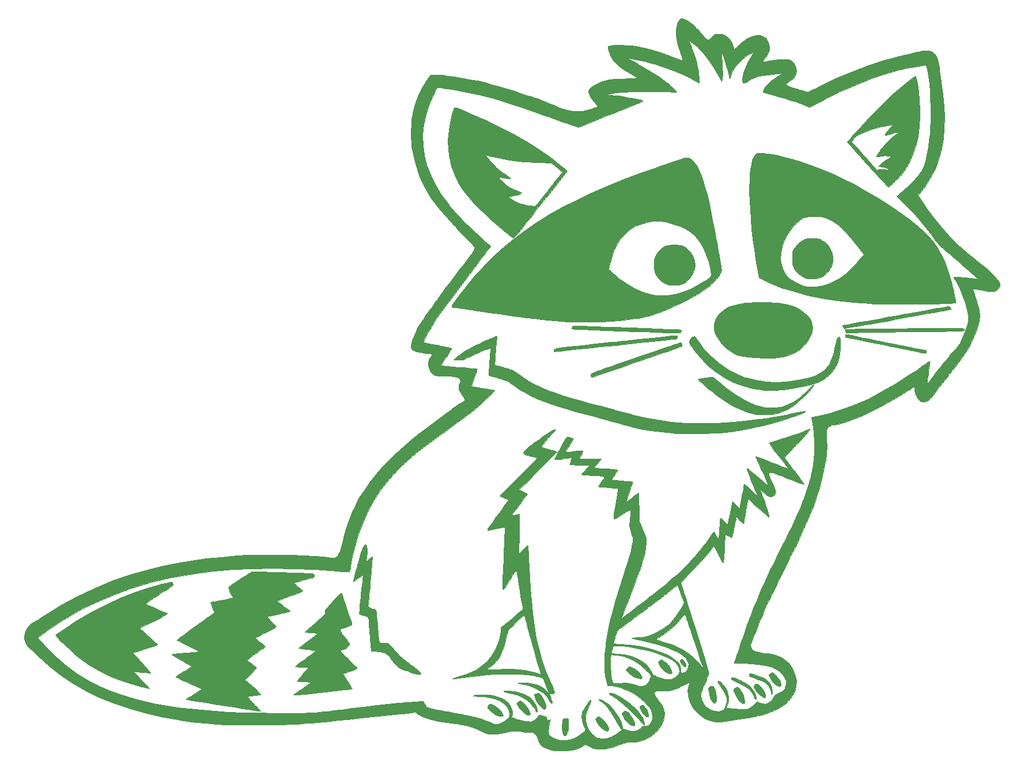
<source format=gbr>
%TF.GenerationSoftware,KiCad,Pcbnew,9.0.6*%
%TF.CreationDate,2025-12-07T14:23:17+01:00*%
%TF.ProjectId,Rocket,526f636b-6574-42e6-9b69-6361645f7063,rev?*%
%TF.SameCoordinates,Original*%
%TF.FileFunction,Legend,Top*%
%TF.FilePolarity,Positive*%
%FSLAX46Y46*%
G04 Gerber Fmt 4.6, Leading zero omitted, Abs format (unit mm)*
G04 Created by KiCad (PCBNEW 9.0.6) date 2025-12-07 14:23:17*
%MOMM*%
%LPD*%
G01*
G04 APERTURE LIST*
%ADD10C,0.120000*%
%ADD11C,0.010000*%
G04 APERTURE END LIST*
D10*
%TO.C,D1*%
X135070000Y-75064000D02*
X135070000Y-75220000D01*
X135070000Y-77380000D02*
X135070000Y-77536000D01*
X135070000Y-75064484D02*
G75*
G02*
X138302335Y-75221392I1560000J-1235516D01*
G01*
X135589039Y-75220000D02*
G75*
G02*
X137671130Y-75220163I1040961J-1080000D01*
G01*
X137671130Y-77379837D02*
G75*
G02*
X135589039Y-77380000I-1041130J1079837D01*
G01*
X138302335Y-77378608D02*
G75*
G02*
X135070000Y-77535516I-1672335J1078608D01*
G01*
D11*
%TO.C,G\u002A\u002A\u002A*%
X137637990Y-40064420D02*
X138018965Y-40269694D01*
X138020133Y-40270398D01*
X138359429Y-40480616D01*
X138639735Y-40672772D01*
X138892544Y-40874828D01*
X139149350Y-41114747D01*
X139441644Y-41420493D01*
X139800921Y-41820028D01*
X139929238Y-41965499D01*
X140243727Y-42316597D01*
X140535188Y-42630333D01*
X140778361Y-42880361D01*
X140947987Y-43040333D01*
X140994130Y-43076273D01*
X141118814Y-43146923D01*
X141216727Y-43144881D01*
X141333720Y-43050601D01*
X141502982Y-42859328D01*
X141834320Y-42530613D01*
X142166089Y-42339707D01*
X142546946Y-42262100D01*
X142698305Y-42257167D01*
X143200937Y-42336740D01*
X143693034Y-42558314D01*
X144140731Y-42896172D01*
X144510165Y-43324595D01*
X144767474Y-43817867D01*
X144772855Y-43832695D01*
X144858732Y-44100040D01*
X144912126Y-44319747D01*
X144920885Y-44395000D01*
X144942060Y-44520861D01*
X144965892Y-44543167D01*
X145042113Y-44489728D01*
X145219329Y-44343262D01*
X145473146Y-44124541D01*
X145779166Y-43854339D01*
X145864569Y-43777950D01*
X146209242Y-43477805D01*
X146538701Y-43206835D01*
X146818237Y-42992566D01*
X147013141Y-42862525D01*
X147030722Y-42853104D01*
X147434040Y-42684822D01*
X147888071Y-42553853D01*
X148331815Y-42473665D01*
X148704267Y-42457731D01*
X148783645Y-42466034D01*
X149249531Y-42616388D01*
X149640245Y-42901936D01*
X149936442Y-43298007D01*
X150118779Y-43779930D01*
X150169800Y-44233951D01*
X150138702Y-44655419D01*
X150031143Y-45026014D01*
X149825729Y-45400376D01*
X149584090Y-45729792D01*
X149385705Y-46005378D01*
X149262765Y-46227344D01*
X149227791Y-46368764D01*
X149269743Y-46405833D01*
X149359834Y-46389647D01*
X149582783Y-46345498D01*
X149905682Y-46280001D01*
X150295621Y-46199772D01*
X150322689Y-46194167D01*
X150931741Y-46087092D01*
X151533101Y-46016086D01*
X152094739Y-45982175D01*
X152584624Y-45986386D01*
X152970726Y-46029743D01*
X153200838Y-46101941D01*
X153614215Y-46406715D01*
X153917017Y-46812675D01*
X154094776Y-47284245D01*
X154133026Y-47785851D01*
X154050916Y-48192366D01*
X153903757Y-48517063D01*
X153685678Y-48793461D01*
X153361197Y-49060905D01*
X153127037Y-49216850D01*
X152877087Y-49391929D01*
X152697304Y-49550364D01*
X152625244Y-49658872D01*
X152625133Y-49661627D01*
X152693641Y-49784962D01*
X152903791Y-49920665D01*
X153262520Y-50071778D01*
X153776765Y-50241344D01*
X154268562Y-50382426D01*
X154684349Y-50499399D01*
X155063108Y-50611437D01*
X155362070Y-50705547D01*
X155534436Y-50767021D01*
X155627210Y-50799536D01*
X155725354Y-50809581D01*
X155851070Y-50788878D01*
X156026556Y-50729151D01*
X156274012Y-50622121D01*
X156615640Y-50459511D01*
X157073638Y-50233044D01*
X157387581Y-50076067D01*
X159943158Y-48855631D01*
X162429846Y-47788844D01*
X164848907Y-46875239D01*
X167201608Y-46114350D01*
X169489214Y-45505708D01*
X170192842Y-45346244D01*
X170699754Y-45232868D01*
X171194261Y-45116268D01*
X171632365Y-45007234D01*
X171970065Y-44916554D01*
X172084843Y-44882316D01*
X172579664Y-44766825D01*
X173086777Y-44718937D01*
X173550479Y-44740297D01*
X173905492Y-44828483D01*
X174217082Y-45030323D01*
X174519902Y-45350402D01*
X174774973Y-45740341D01*
X174926944Y-46096318D01*
X174999506Y-46389821D01*
X175070334Y-46782310D01*
X175127367Y-47203754D01*
X175141589Y-47342465D01*
X175184936Y-47729935D01*
X175251228Y-48225279D01*
X175332095Y-48769956D01*
X175419172Y-49305427D01*
X175436465Y-49405511D01*
X175692091Y-51151069D01*
X175848685Y-52879519D01*
X175906143Y-54566960D01*
X175864364Y-56189487D01*
X175723244Y-57723199D01*
X175482682Y-59144192D01*
X175478285Y-59164671D01*
X175079120Y-60666802D01*
X174548282Y-62090017D01*
X173892489Y-63420180D01*
X173118459Y-64643151D01*
X172492454Y-65448509D01*
X172032570Y-65991518D01*
X172373495Y-66549176D01*
X173279263Y-67927283D01*
X174318908Y-69327148D01*
X175465111Y-70718665D01*
X176690553Y-72071729D01*
X177967916Y-73356235D01*
X179269880Y-74542077D01*
X180569128Y-75599150D01*
X180623044Y-75640140D01*
X181451089Y-76282226D01*
X182144258Y-76852292D01*
X182714951Y-77361884D01*
X183175566Y-77822548D01*
X183538505Y-78245831D01*
X183770632Y-78571126D01*
X183945970Y-78854901D01*
X184037338Y-79049411D01*
X184060364Y-79202336D01*
X184030675Y-79361356D01*
X184030195Y-79363033D01*
X183917118Y-79602873D01*
X183738371Y-79845748D01*
X183702298Y-79883745D01*
X183463197Y-80056077D01*
X183152267Y-80154152D01*
X182749790Y-80178867D01*
X182236048Y-80131121D01*
X181591324Y-80011811D01*
X181471119Y-79985339D01*
X180921801Y-79867855D01*
X180521216Y-79796533D01*
X180255501Y-79770228D01*
X180110798Y-79787794D01*
X180073246Y-79848086D01*
X180079214Y-79870333D01*
X180245323Y-80336595D01*
X180419832Y-80875769D01*
X180590975Y-81446278D01*
X180746988Y-82006544D01*
X180876104Y-82514990D01*
X180966558Y-82930037D01*
X180996880Y-83113169D01*
X181043992Y-83531137D01*
X181054298Y-83861115D01*
X181025674Y-84180856D01*
X180957307Y-84561654D01*
X180636951Y-85781640D01*
X180168476Y-87004922D01*
X179546391Y-88243942D01*
X178786452Y-89479413D01*
X178565962Y-89795819D01*
X178258058Y-90218313D01*
X177881999Y-90721473D01*
X177457042Y-91279877D01*
X177002445Y-91868101D01*
X176537466Y-92460724D01*
X176332812Y-92718500D01*
X175889440Y-93277048D01*
X175464367Y-93816825D01*
X175073273Y-94317598D01*
X174731838Y-94759135D01*
X174455743Y-95121204D01*
X174260666Y-95383572D01*
X174189317Y-95484302D01*
X173807501Y-95956197D01*
X173414656Y-96270488D01*
X173017733Y-96424405D01*
X172623682Y-96415180D01*
X172259154Y-96253333D01*
X171976268Y-95981563D01*
X171736454Y-95592651D01*
X171564380Y-95137789D01*
X171484710Y-94668164D01*
X171483531Y-94643689D01*
X171469684Y-94382714D01*
X171454524Y-94206554D01*
X171444265Y-94158549D01*
X171370120Y-94201316D01*
X171178561Y-94319633D01*
X170894774Y-94497739D01*
X170543948Y-94719871D01*
X170351253Y-94842529D01*
X168564281Y-95942181D01*
X166838620Y-96923922D01*
X165182454Y-97783647D01*
X163603964Y-98517251D01*
X162111332Y-99120629D01*
X161174439Y-99446421D01*
X160760815Y-99569130D01*
X160364453Y-99667496D01*
X160036672Y-99729802D01*
X159862979Y-99745833D01*
X159361453Y-99812491D01*
X158952086Y-100007141D01*
X158724836Y-100222407D01*
X158654318Y-100316597D01*
X158604492Y-100413180D01*
X158573041Y-100539958D01*
X158557648Y-100724732D01*
X158555996Y-100995306D01*
X158565769Y-101379483D01*
X158584642Y-101904833D01*
X158594684Y-102918805D01*
X158545156Y-103928877D01*
X158431835Y-104966963D01*
X158250496Y-106064973D01*
X157996915Y-107254820D01*
X157738695Y-108296196D01*
X157496895Y-109176666D01*
X157229766Y-110055546D01*
X156930907Y-110948235D01*
X156593917Y-111870130D01*
X156212396Y-112836629D01*
X155779942Y-113863129D01*
X155290156Y-114965029D01*
X154736637Y-116157726D01*
X154112983Y-117456618D01*
X153412795Y-118877104D01*
X152987018Y-119727167D01*
X152303794Y-121088928D01*
X151693511Y-122315258D01*
X151149630Y-123420249D01*
X150665611Y-124417989D01*
X150234913Y-125322568D01*
X149850996Y-126148076D01*
X149507319Y-126908603D01*
X149197343Y-127618239D01*
X148914526Y-128291074D01*
X148652329Y-128941198D01*
X148404211Y-129582701D01*
X148369143Y-129675500D01*
X148189307Y-130137672D01*
X147994691Y-130613299D01*
X147810585Y-131041786D01*
X147681040Y-131324111D01*
X147536743Y-131654103D01*
X147429250Y-131958862D01*
X147377722Y-132182432D01*
X147375800Y-132215439D01*
X147420923Y-132501139D01*
X147564372Y-132741385D01*
X147818261Y-132941787D01*
X148194709Y-133107958D01*
X148705830Y-133245507D01*
X149363742Y-133360046D01*
X150021734Y-133440785D01*
X150840522Y-133575317D01*
X151542562Y-133800598D01*
X152163132Y-134132803D01*
X152737512Y-134588108D01*
X152928083Y-134773355D01*
X153394238Y-135351601D01*
X153756843Y-136017206D01*
X154003668Y-136732862D01*
X154122483Y-137461259D01*
X154101057Y-138165085D01*
X154080741Y-138289643D01*
X153856047Y-139041436D01*
X153474516Y-139744236D01*
X152942767Y-140393288D01*
X152267417Y-140983837D01*
X151455082Y-141511127D01*
X150512379Y-141970404D01*
X149445927Y-142356910D01*
X148262341Y-142665893D01*
X147883800Y-142743068D01*
X147457162Y-142819911D01*
X146925923Y-142908431D01*
X146353397Y-142998434D01*
X145802897Y-143079725D01*
X145724800Y-143090723D01*
X145196351Y-143166448D01*
X144648692Y-143248094D01*
X144140333Y-143326747D01*
X143729786Y-143393493D01*
X143665636Y-143404443D01*
X142933685Y-143492360D01*
X142328451Y-143484509D01*
X141540870Y-143330311D01*
X140806144Y-143045160D01*
X140136720Y-142646305D01*
X139545046Y-142150993D01*
X139043570Y-141576472D01*
X138644739Y-140939990D01*
X138361001Y-140258795D01*
X138204805Y-139550135D01*
X138188597Y-138831257D01*
X138324825Y-138119410D01*
X138366173Y-137994268D01*
X138439632Y-137782120D01*
X138481830Y-137652612D01*
X138485800Y-137636620D01*
X138414633Y-137665529D01*
X138219000Y-137757620D01*
X137925704Y-137899973D01*
X137561550Y-138079666D01*
X137406300Y-138156984D01*
X136780507Y-138457092D01*
X136258243Y-138674482D01*
X135801096Y-138818776D01*
X135370651Y-138899593D01*
X134928495Y-138926553D01*
X134436216Y-138909275D01*
X134409702Y-138907430D01*
X133932805Y-138884738D01*
X133599717Y-138900295D01*
X133387803Y-138961216D01*
X133274425Y-139074622D01*
X133236946Y-139247628D01*
X133236467Y-139276330D01*
X133296232Y-139537897D01*
X133480713Y-139857542D01*
X133797684Y-140247230D01*
X134024361Y-140488621D01*
X134389508Y-140980329D01*
X134631373Y-141561502D01*
X134742612Y-142198191D01*
X134715883Y-142856445D01*
X134625090Y-143266294D01*
X134353614Y-143904522D01*
X133936652Y-144517224D01*
X133398054Y-145078748D01*
X132761667Y-145563447D01*
X132194664Y-145880327D01*
X131560595Y-146150909D01*
X130986133Y-146320546D01*
X130407422Y-146404180D01*
X129892133Y-146419144D01*
X129594143Y-146421409D01*
X129345108Y-146442320D01*
X129099703Y-146492586D01*
X128812603Y-146582921D01*
X128438486Y-146724033D01*
X128198800Y-146819315D01*
X127419657Y-147110614D01*
X126744986Y-147313827D01*
X126139570Y-147436586D01*
X125568194Y-147486520D01*
X125144859Y-147480983D01*
X124743400Y-147449155D01*
X124431932Y-147389362D01*
X124131256Y-147280689D01*
X123817417Y-147130411D01*
X123200174Y-146817115D01*
X122609154Y-147107576D01*
X122071100Y-147348185D01*
X121562555Y-147517146D01*
X121029870Y-147626578D01*
X120419395Y-147688598D01*
X119943800Y-147709557D01*
X119517917Y-147717887D01*
X119137112Y-147718667D01*
X118842529Y-147712249D01*
X118675309Y-147698983D01*
X118673800Y-147698700D01*
X118165495Y-147583336D01*
X117673300Y-147439577D01*
X117229732Y-147279927D01*
X116867304Y-147116892D01*
X116618532Y-146962975D01*
X116534586Y-146875988D01*
X116451027Y-146715885D01*
X116328413Y-146446318D01*
X116188502Y-146115863D01*
X116135827Y-145985684D01*
X115939980Y-145543851D01*
X115748399Y-145245556D01*
X115531018Y-145068521D01*
X115257771Y-144990468D01*
X114898591Y-144989119D01*
X114801785Y-144997210D01*
X114311405Y-145004044D01*
X113872798Y-144915455D01*
X113843338Y-144906015D01*
X113431794Y-144820761D01*
X112923547Y-144806747D01*
X112302775Y-144865032D01*
X111553659Y-144996678D01*
X111138804Y-145087399D01*
X110609324Y-145199009D01*
X110174105Y-145263232D01*
X109767187Y-145287482D01*
X109403137Y-145282545D01*
X109079961Y-145266902D01*
X108827116Y-145239336D01*
X108599486Y-145186452D01*
X108351956Y-145094856D01*
X108039410Y-144951154D01*
X107667133Y-144767146D01*
X107170362Y-144533108D01*
X106682213Y-144336520D01*
X106172968Y-144169679D01*
X105612910Y-144024886D01*
X104972324Y-143894440D01*
X104221492Y-143770640D01*
X103349133Y-143648218D01*
X102153085Y-143469358D01*
X101115809Y-143268730D01*
X100227822Y-143043631D01*
X99479640Y-142791358D01*
X98861778Y-142509207D01*
X98438129Y-142248260D01*
X98185842Y-142068615D01*
X96301321Y-142247779D01*
X95775244Y-142299041D01*
X95114110Y-142365446D01*
X94351171Y-142443541D01*
X93519680Y-142529875D01*
X92652889Y-142620997D01*
X91784049Y-142713455D01*
X90987800Y-142799301D01*
X89458429Y-142964907D01*
X88082425Y-143112570D01*
X86844897Y-143243383D01*
X85730951Y-143358442D01*
X84725696Y-143458840D01*
X83814238Y-143545672D01*
X82981686Y-143620032D01*
X82213147Y-143683013D01*
X81493729Y-143735711D01*
X80808539Y-143779219D01*
X80142685Y-143814632D01*
X79481275Y-143843044D01*
X78809417Y-143865548D01*
X78112217Y-143883240D01*
X77374783Y-143897213D01*
X76582224Y-143908562D01*
X75763025Y-143917927D01*
X73848006Y-143926458D01*
X72077416Y-143908937D01*
X70428097Y-143863579D01*
X68876894Y-143788598D01*
X67400648Y-143682208D01*
X65976203Y-143542624D01*
X64580402Y-143368060D01*
X63190087Y-143156729D01*
X61782103Y-142906847D01*
X61207972Y-142795541D01*
X58668815Y-142227648D01*
X56259514Y-141555453D01*
X53974352Y-140776112D01*
X51807616Y-139886784D01*
X49753588Y-138884624D01*
X47806553Y-137766792D01*
X45960796Y-136530443D01*
X44210601Y-135172736D01*
X42550251Y-133690828D01*
X42181074Y-133332708D01*
X41763836Y-132919693D01*
X41450830Y-132602178D01*
X41224404Y-132358116D01*
X41066903Y-132165460D01*
X40960674Y-132002162D01*
X40888063Y-131846174D01*
X40831416Y-131675450D01*
X40818607Y-131631142D01*
X40737443Y-131082056D01*
X42632063Y-131082056D01*
X42950243Y-131437111D01*
X43786314Y-132350622D01*
X44556566Y-133148855D01*
X45288335Y-133857941D01*
X46008961Y-134504006D01*
X46745781Y-135113180D01*
X47028112Y-135334557D01*
X48421940Y-136327638D01*
X49947383Y-137257686D01*
X51573504Y-138109098D01*
X53269364Y-138866274D01*
X55004026Y-139513612D01*
X55851133Y-139783681D01*
X57213994Y-140168744D01*
X58621852Y-140516336D01*
X60085417Y-140827585D01*
X61615395Y-141103619D01*
X63222496Y-141345566D01*
X64917428Y-141554553D01*
X66710899Y-141731708D01*
X68613617Y-141878160D01*
X70636290Y-141995035D01*
X72789628Y-142083462D01*
X75084337Y-142144569D01*
X77531128Y-142179483D01*
X78668800Y-142186881D01*
X79609443Y-142190449D01*
X80425411Y-142191403D01*
X81140917Y-142188163D01*
X81780169Y-142179147D01*
X82367380Y-142162776D01*
X82926760Y-142137469D01*
X83482519Y-142101644D01*
X84058868Y-142053721D01*
X84680019Y-141992119D01*
X85370181Y-141915258D01*
X86153566Y-141821556D01*
X87054384Y-141709433D01*
X88096846Y-141577307D01*
X88193800Y-141564972D01*
X88946385Y-141469236D01*
X89733168Y-141369201D01*
X90514451Y-141269911D01*
X91250536Y-141176408D01*
X91901724Y-141093737D01*
X92428317Y-141026943D01*
X92469467Y-141021727D01*
X94105186Y-140827994D01*
X95640483Y-140673626D01*
X97052601Y-140560741D01*
X98027194Y-140504102D01*
X99266921Y-140445676D01*
X99580906Y-140918571D01*
X99666337Y-141051593D01*
X99738778Y-141159830D01*
X99815713Y-141248730D01*
X99914628Y-141323741D01*
X100053009Y-141390310D01*
X100248340Y-141453885D01*
X100518109Y-141519913D01*
X100879799Y-141593843D01*
X101350897Y-141681122D01*
X101948887Y-141787197D01*
X102691256Y-141917516D01*
X102912005Y-141956382D01*
X104054538Y-142163142D01*
X105048487Y-142355419D01*
X105913468Y-142538276D01*
X106669096Y-142716775D01*
X107334990Y-142895977D01*
X107930765Y-143080947D01*
X108476037Y-143276745D01*
X108990424Y-143488434D01*
X109183540Y-143574857D01*
X109529581Y-143724540D01*
X109780438Y-143805744D01*
X109989662Y-143830934D01*
X110207133Y-143813110D01*
X110700261Y-143672258D01*
X110910503Y-143560833D01*
X117488467Y-143560833D01*
X117530800Y-143603167D01*
X117573133Y-143560833D01*
X117530800Y-143518500D01*
X117488467Y-143560833D01*
X110910503Y-143560833D01*
X111191583Y-143411866D01*
X111615029Y-143069059D01*
X111705982Y-142970863D01*
X111877607Y-142757296D01*
X111958240Y-142585839D01*
X111972237Y-142378687D01*
X111955672Y-142173219D01*
X111820591Y-141639216D01*
X111533919Y-141157867D01*
X111106838Y-140735152D01*
X110550531Y-140377050D01*
X109876179Y-140089540D01*
X109094965Y-139878603D01*
X108218072Y-139750217D01*
X107349633Y-139710177D01*
X107029715Y-139700526D01*
X106786866Y-139676286D01*
X106660534Y-139642040D01*
X106651133Y-139629021D01*
X106730333Y-139561298D01*
X106948066Y-139511664D01*
X107274531Y-139479837D01*
X107679925Y-139465535D01*
X108134449Y-139468476D01*
X108608302Y-139488378D01*
X109071681Y-139524960D01*
X109494785Y-139577939D01*
X109847815Y-139647035D01*
X109896325Y-139659709D01*
X110667546Y-139929089D01*
X111304586Y-140276711D01*
X111801424Y-140697031D01*
X112152036Y-141184504D01*
X112350399Y-141733586D01*
X112383814Y-141949441D01*
X112401480Y-142252844D01*
X112371202Y-142446074D01*
X112287752Y-142580221D01*
X112215791Y-142673869D01*
X112226514Y-142741768D01*
X112345668Y-142811502D01*
X112594657Y-142909030D01*
X113144743Y-143095000D01*
X113702218Y-143248277D01*
X114232243Y-143362171D01*
X114699979Y-143429990D01*
X115070587Y-143445044D01*
X115255575Y-143420054D01*
X115619877Y-143250355D01*
X115934639Y-142979555D01*
X116133090Y-142673547D01*
X116198790Y-142523743D01*
X116267419Y-142447509D01*
X116380422Y-142439316D01*
X116579242Y-142493635D01*
X116833106Y-142580161D01*
X117092114Y-142660061D01*
X117281080Y-142701193D01*
X117348901Y-142698510D01*
X117391160Y-142741099D01*
X117438854Y-142902514D01*
X117447167Y-142943898D01*
X117499241Y-143137074D01*
X117588781Y-143205740D01*
X117745590Y-143197435D01*
X117989728Y-143161603D01*
X117823764Y-143741949D01*
X117703274Y-144288911D01*
X117661517Y-144789131D01*
X117700725Y-145200761D01*
X117739055Y-145329860D01*
X117895810Y-145531142D01*
X118209966Y-145739868D01*
X118670174Y-145949418D01*
X119012467Y-146073048D01*
X119575905Y-146192149D01*
X120202375Y-146211666D01*
X120824532Y-146135073D01*
X121375031Y-145965842D01*
X121412012Y-145949301D01*
X121750834Y-145766998D01*
X122126895Y-145522698D01*
X122497582Y-145248650D01*
X122820283Y-144977105D01*
X123052386Y-144740312D01*
X123108435Y-144665436D01*
X123195858Y-144511915D01*
X123178724Y-144429470D01*
X123088134Y-144371411D01*
X122951130Y-144221709D01*
X122819744Y-143947650D01*
X122706567Y-143594064D01*
X122624193Y-143205784D01*
X122585215Y-142827639D01*
X122590018Y-142598125D01*
X122626243Y-142316735D01*
X122690006Y-142062564D01*
X122797388Y-141800397D01*
X122964464Y-141495023D01*
X123207314Y-141111226D01*
X123401776Y-140820235D01*
X123618775Y-140504931D01*
X123761508Y-140316398D01*
X123846508Y-140238476D01*
X123890305Y-140255005D01*
X123906919Y-140326443D01*
X123884133Y-140522715D01*
X123797308Y-140790555D01*
X123721932Y-140957848D01*
X123377253Y-141776665D01*
X123192896Y-142554135D01*
X123168772Y-143287112D01*
X123304790Y-143972448D01*
X123600861Y-144606994D01*
X123835480Y-144937669D01*
X124100329Y-145227748D01*
X124401882Y-145501410D01*
X124638107Y-145674845D01*
X124868787Y-145806381D01*
X125071716Y-145883218D01*
X125307642Y-145919393D01*
X125637314Y-145928944D01*
X125737209Y-145928834D01*
X126108127Y-145919311D01*
X126384248Y-145882253D01*
X126639834Y-145799741D01*
X126949149Y-145653860D01*
X127013507Y-145620909D01*
X127399681Y-145403411D01*
X127818926Y-145138970D01*
X128144177Y-144911255D01*
X128682140Y-144506861D01*
X129250810Y-144690014D01*
X129824930Y-144834636D01*
X130302954Y-144858739D01*
X130712291Y-144757652D01*
X131080346Y-144526704D01*
X131272378Y-144345513D01*
X131493799Y-144150203D01*
X131676360Y-144084043D01*
X131749885Y-144089505D01*
X132044175Y-144072225D01*
X132365167Y-143942880D01*
X132652857Y-143734851D01*
X132847238Y-143481522D01*
X132848864Y-143478122D01*
X132968088Y-143070895D01*
X132995845Y-142593238D01*
X132932875Y-142116744D01*
X132831596Y-141814184D01*
X132604161Y-141433833D01*
X132254360Y-141002032D01*
X131810337Y-140544924D01*
X131300233Y-140088651D01*
X130752192Y-139659359D01*
X130194356Y-139283190D01*
X129956053Y-139142918D01*
X129512317Y-138919411D01*
X129001114Y-138702139D01*
X128460783Y-138503509D01*
X127929665Y-138335927D01*
X127446103Y-138211800D01*
X127048436Y-138143536D01*
X126843019Y-138135556D01*
X126394314Y-138161454D01*
X126264017Y-137686144D01*
X126125247Y-137128767D01*
X126028226Y-136601693D01*
X125967190Y-136054365D01*
X125936372Y-135436231D01*
X125931223Y-134905274D01*
X126812664Y-134905274D01*
X126815668Y-135494719D01*
X126846678Y-136078049D01*
X126902318Y-136624671D01*
X126979214Y-137103991D01*
X127073989Y-137485417D01*
X127183270Y-137738355D01*
X127221393Y-137787840D01*
X127328097Y-137807818D01*
X127564217Y-137807096D01*
X127891247Y-137786775D01*
X128157241Y-137761081D01*
X128969131Y-137715305D01*
X129670865Y-137772894D01*
X130288873Y-137937120D01*
X130575213Y-138060477D01*
X131057902Y-138213786D01*
X131532993Y-138204493D01*
X131979153Y-138033212D01*
X132001848Y-138019463D01*
X132283908Y-137762570D01*
X132517831Y-137394550D01*
X132669231Y-136973053D01*
X132690284Y-136865290D01*
X132708829Y-136721548D01*
X132698911Y-136603215D01*
X132641790Y-136481873D01*
X132518731Y-136329101D01*
X132310994Y-136116481D01*
X131999843Y-135815594D01*
X131995337Y-135811266D01*
X131183497Y-135098622D01*
X130384491Y-134539826D01*
X129574725Y-134123355D01*
X128730606Y-133837688D01*
X127828538Y-133671304D01*
X127557377Y-133644106D01*
X126903577Y-133589581D01*
X126841041Y-134340307D01*
X126812664Y-134905274D01*
X125931223Y-134905274D01*
X125929770Y-134755500D01*
X125947718Y-133957773D01*
X125981238Y-133419248D01*
X126954750Y-133419248D01*
X127957775Y-133466762D01*
X128999703Y-133578534D01*
X129941216Y-133814735D01*
X130804458Y-134182954D01*
X131611576Y-134690777D01*
X131680170Y-134742036D01*
X132093438Y-135108381D01*
X132465637Y-135537194D01*
X132757262Y-135978229D01*
X132902983Y-136297247D01*
X132968471Y-136438960D01*
X133075304Y-136550898D01*
X133259509Y-136657844D01*
X133557111Y-136784579D01*
X133682531Y-136833499D01*
X134309852Y-137054908D01*
X134828779Y-137188209D01*
X135272452Y-137238253D01*
X135674012Y-137209892D01*
X135903467Y-137158662D01*
X136277933Y-136979350D01*
X136602766Y-136685737D01*
X136834731Y-136325335D01*
X136921763Y-136039698D01*
X136903475Y-135604672D01*
X136716729Y-135181473D01*
X136362014Y-134770483D01*
X135839819Y-134372087D01*
X135150632Y-133986667D01*
X134294941Y-133614608D01*
X133448356Y-133312852D01*
X132733553Y-133100188D01*
X131926398Y-132896970D01*
X131065618Y-132710129D01*
X130189936Y-132546595D01*
X129338079Y-132413301D01*
X128548770Y-132317177D01*
X127860736Y-132265155D01*
X127553973Y-132257833D01*
X127314314Y-132264797D01*
X127192529Y-132310283D01*
X127137168Y-132431187D01*
X127111206Y-132575333D01*
X127060958Y-132870123D01*
X127009414Y-133146589D01*
X127007526Y-133156040D01*
X126954750Y-133419248D01*
X125981238Y-133419248D01*
X125998395Y-133143613D01*
X126084658Y-132300044D01*
X126128848Y-131986095D01*
X127241333Y-131986095D01*
X128270400Y-132045067D01*
X129633553Y-132157475D01*
X130929695Y-132332400D01*
X132144333Y-132565686D01*
X133262975Y-132853172D01*
X134271130Y-133190700D01*
X135154305Y-133574112D01*
X135898008Y-133999248D01*
X136393840Y-134376283D01*
X136791209Y-134793253D01*
X137030018Y-135211428D01*
X137120040Y-135650378D01*
X137117385Y-135825054D01*
X137106088Y-136071188D01*
X137131138Y-136192613D01*
X137213726Y-136233276D01*
X137316121Y-136237219D01*
X137580765Y-136205179D01*
X137757160Y-136155911D01*
X137976442Y-135992850D01*
X138156335Y-135714932D01*
X138271713Y-135376032D01*
X138297451Y-135030024D01*
X138294820Y-135003073D01*
X138158865Y-134548639D01*
X137856244Y-134106079D01*
X137389289Y-133676566D01*
X136760328Y-133261272D01*
X135971693Y-132861371D01*
X135025712Y-132478035D01*
X133924717Y-132112438D01*
X132671036Y-131765751D01*
X131266999Y-131439149D01*
X131176644Y-131419924D01*
X130882117Y-131355745D01*
X133406127Y-131355745D01*
X133416656Y-131363942D01*
X133556338Y-131404732D01*
X133802921Y-131470584D01*
X134055962Y-131535337D01*
X134536106Y-131669931D01*
X135087346Y-131846717D01*
X135657565Y-132047000D01*
X136194647Y-132252086D01*
X136646478Y-132443279D01*
X136827652Y-132529595D01*
X137607789Y-132978032D01*
X138388185Y-133526606D01*
X139122839Y-134138234D01*
X139765751Y-134775830D01*
X140094467Y-135163258D01*
X140258016Y-135364519D01*
X140374724Y-135493681D01*
X140412888Y-135521724D01*
X140391132Y-135440004D01*
X140319988Y-135214411D01*
X140204883Y-134861288D01*
X140051244Y-134396978D01*
X139864499Y-133837823D01*
X139650074Y-133200168D01*
X139413397Y-132500355D01*
X139242875Y-131998375D01*
X138990807Y-131255069D01*
X138754686Y-130553859D01*
X138540397Y-129912578D01*
X138353825Y-129349060D01*
X138200852Y-128881140D01*
X138087365Y-128526651D01*
X138019246Y-128303426D01*
X138002362Y-128238686D01*
X137909879Y-127909595D01*
X137787421Y-127723183D01*
X137692561Y-127685833D01*
X137592781Y-127751190D01*
X137435825Y-127922739D01*
X137255248Y-128163697D01*
X137251040Y-128169826D01*
X136724503Y-128831561D01*
X136063788Y-129489160D01*
X135302322Y-130114369D01*
X134473535Y-130678935D01*
X133882322Y-131017077D01*
X133623070Y-131165460D01*
X133455436Y-131284980D01*
X133406127Y-131355745D01*
X130882117Y-131355745D01*
X130752225Y-131327441D01*
X130389165Y-131243337D01*
X130118727Y-131175235D01*
X129972171Y-131130758D01*
X129956033Y-131122289D01*
X130008734Y-131098420D01*
X130193423Y-131080474D01*
X130472776Y-131071737D01*
X130534189Y-131071388D01*
X131537314Y-130988230D01*
X132539325Y-130750831D01*
X133511499Y-130372015D01*
X134425117Y-129864608D01*
X135251458Y-129241437D01*
X135772975Y-128731868D01*
X136476105Y-127871110D01*
X137129189Y-126889120D01*
X137295818Y-126603569D01*
X137645209Y-125986972D01*
X137168114Y-124698569D01*
X137005901Y-124263343D01*
X136863681Y-123887108D01*
X136751924Y-123597133D01*
X136681097Y-123420689D01*
X136661796Y-123379609D01*
X136589328Y-123418927D01*
X136408896Y-123547511D01*
X136143940Y-123747822D01*
X135817898Y-124002321D01*
X135633020Y-124149434D01*
X135292472Y-124417905D01*
X134841803Y-124766920D01*
X134307277Y-125176659D01*
X133715158Y-125627301D01*
X133091709Y-126099025D01*
X132463192Y-126572009D01*
X131855873Y-127026434D01*
X131296013Y-127442478D01*
X130809878Y-127800320D01*
X130442467Y-128066723D01*
X130161436Y-128274593D01*
X129809881Y-128543827D01*
X129447960Y-128828109D01*
X129312454Y-128936719D01*
X128975545Y-129198108D01*
X128634264Y-129445290D01*
X128342879Y-129639594D01*
X128240156Y-129700784D01*
X128081918Y-129790653D01*
X127962631Y-129874699D01*
X127868676Y-129979848D01*
X127786435Y-130133027D01*
X127702290Y-130361160D01*
X127602621Y-130691174D01*
X127473812Y-131149994D01*
X127433101Y-131296464D01*
X127241333Y-131986095D01*
X126128848Y-131986095D01*
X126209361Y-131414090D01*
X126375360Y-130472777D01*
X126585512Y-129463127D01*
X126842670Y-128372167D01*
X127149691Y-127186921D01*
X127509429Y-125894413D01*
X127924741Y-124481668D01*
X128398482Y-122935711D01*
X128836385Y-121547500D01*
X129159335Y-120526387D01*
X129429366Y-119650808D01*
X129649286Y-118906397D01*
X129821903Y-118278788D01*
X129950025Y-117753615D01*
X130036461Y-117316511D01*
X130084020Y-116953109D01*
X130095508Y-116649045D01*
X130073734Y-116389951D01*
X130021508Y-116161461D01*
X129941636Y-115949209D01*
X129934028Y-115932261D01*
X129729683Y-115327552D01*
X129636098Y-114645686D01*
X129650457Y-113861893D01*
X129672322Y-113630990D01*
X129726661Y-113094611D01*
X129755586Y-112708292D01*
X129759391Y-112454720D01*
X129738364Y-112316582D01*
X129695109Y-112276500D01*
X129600392Y-112319842D01*
X129394399Y-112437831D01*
X129107555Y-112612409D01*
X128772810Y-112823895D01*
X128222461Y-113168726D01*
X127792197Y-113419465D01*
X127486317Y-113573834D01*
X127309121Y-113629555D01*
X127270259Y-113619847D01*
X127269959Y-113527037D01*
X127294290Y-113295327D01*
X127338954Y-112952666D01*
X127399654Y-112526998D01*
X127472093Y-112046270D01*
X127551975Y-111538428D01*
X127635002Y-111031417D01*
X127716876Y-110553184D01*
X127793303Y-110131674D01*
X127854039Y-109823133D01*
X127910854Y-109517575D01*
X127941932Y-109281082D01*
X127941740Y-109157850D01*
X127938145Y-109151290D01*
X127842267Y-109130089D01*
X127606456Y-109100907D01*
X127259758Y-109066685D01*
X126831221Y-109030367D01*
X126493582Y-109004949D01*
X126025076Y-108969225D01*
X125618242Y-108934009D01*
X125301995Y-108902139D01*
X125105245Y-108876457D01*
X125053930Y-108863519D01*
X125082563Y-108782038D01*
X125192611Y-108594773D01*
X125365144Y-108332340D01*
X125516643Y-108115139D01*
X125710749Y-107845265D01*
X125843929Y-107644091D01*
X125901319Y-107500329D01*
X125868058Y-107402692D01*
X125729281Y-107339893D01*
X125470127Y-107300643D01*
X125075734Y-107273655D01*
X124531237Y-107247642D01*
X124363896Y-107239677D01*
X123894649Y-107214225D01*
X123466181Y-107185978D01*
X123116218Y-107157784D01*
X122882488Y-107132496D01*
X122829624Y-107123757D01*
X122568598Y-107069500D01*
X123155689Y-106392167D01*
X123742780Y-105714833D01*
X122258328Y-105691679D01*
X121724184Y-105682188D01*
X121337361Y-105671160D01*
X121075848Y-105655980D01*
X120917637Y-105634032D01*
X120840717Y-105602701D01*
X120823079Y-105559370D01*
X120833460Y-105522346D01*
X120958535Y-105193799D01*
X121052974Y-104904342D01*
X121104981Y-104693894D01*
X121104788Y-104603932D01*
X121009237Y-104601109D01*
X120782253Y-104626074D01*
X120458616Y-104674256D01*
X120103433Y-104735521D01*
X119533534Y-104833204D01*
X119112508Y-104889430D01*
X118825200Y-104904808D01*
X118656460Y-104879948D01*
X118591133Y-104815459D01*
X118589133Y-104796428D01*
X118628894Y-104702107D01*
X118738276Y-104487639D01*
X118902428Y-104179640D01*
X119106499Y-103804722D01*
X119335640Y-103389499D01*
X119575000Y-102960585D01*
X119809727Y-102544592D01*
X120024972Y-102168136D01*
X120205883Y-101857829D01*
X120337610Y-101640285D01*
X120404780Y-101542631D01*
X120499047Y-101543589D01*
X120694327Y-101586110D01*
X120935351Y-101653649D01*
X121166849Y-101729663D01*
X121333551Y-101797609D01*
X121383133Y-101835472D01*
X121339644Y-101922513D01*
X121220695Y-102122975D01*
X121043561Y-102408600D01*
X120825519Y-102751126D01*
X120784424Y-102814842D01*
X120564880Y-103162783D01*
X120388521Y-103458154D01*
X120271182Y-103673202D01*
X120228699Y-103780170D01*
X120230368Y-103785957D01*
X120325965Y-103792094D01*
X120558100Y-103778462D01*
X120895466Y-103747671D01*
X121306752Y-103702329D01*
X121467800Y-103682833D01*
X121898566Y-103633147D01*
X122267208Y-103597593D01*
X122542270Y-103578671D01*
X122692299Y-103578881D01*
X122709653Y-103584130D01*
X122704762Y-103681024D01*
X122645728Y-103889812D01*
X122545089Y-104166738D01*
X122536597Y-104188076D01*
X122427102Y-104464733D01*
X122347765Y-104671188D01*
X122314640Y-104765599D01*
X122314467Y-104766987D01*
X122394715Y-104772759D01*
X122617899Y-104774331D01*
X122957678Y-104771891D01*
X123387711Y-104765629D01*
X123880800Y-104755752D01*
X124375052Y-104748402D01*
X124804893Y-104749239D01*
X125144095Y-104757616D01*
X125366427Y-104772887D01*
X125445661Y-104794323D01*
X125392430Y-104886601D01*
X125251022Y-105072130D01*
X125046785Y-105318519D01*
X124930074Y-105453221D01*
X124677599Y-105753323D01*
X124538920Y-105952478D01*
X124504605Y-106065881D01*
X124529379Y-106098660D01*
X124652461Y-106124900D01*
X124909727Y-106154285D01*
X125266151Y-106183581D01*
X125686704Y-106209558D01*
X125785800Y-106214577D01*
X126467069Y-106250275D01*
X126994372Y-106284489D01*
X127383043Y-106319170D01*
X127648416Y-106356265D01*
X127805823Y-106397724D01*
X127870597Y-106445496D01*
X127870796Y-106479577D01*
X127805358Y-106593531D01*
X127665821Y-106806127D01*
X127477646Y-107079038D01*
X127394721Y-107196143D01*
X127206994Y-107472889D01*
X127072979Y-107697238D01*
X127012154Y-107835231D01*
X127013850Y-107860105D01*
X127112074Y-107883261D01*
X127351001Y-107913932D01*
X127702316Y-107949231D01*
X128137709Y-107986274D01*
X128553674Y-108017041D01*
X129036227Y-108051954D01*
X129456843Y-108085332D01*
X129787799Y-108114733D01*
X130001369Y-108137719D01*
X130070025Y-108150503D01*
X130052827Y-108236037D01*
X129986639Y-108455855D01*
X129879638Y-108784848D01*
X129740003Y-109197909D01*
X129575912Y-109669929D01*
X129565422Y-109699705D01*
X129399782Y-110174556D01*
X129257557Y-110591954D01*
X129147031Y-110926777D01*
X129076486Y-111153901D01*
X129054206Y-111248205D01*
X129054581Y-111249086D01*
X129123406Y-111207910D01*
X129295715Y-111073668D01*
X129548097Y-110865415D01*
X129857140Y-110602205D01*
X129976800Y-110498500D01*
X130300880Y-110220183D01*
X130577243Y-109990059D01*
X130782315Y-109827206D01*
X130892522Y-109750699D01*
X130904385Y-109747914D01*
X130915092Y-109837547D01*
X130929351Y-110073084D01*
X130946135Y-110431156D01*
X130964417Y-110888394D01*
X130983170Y-111421431D01*
X130996696Y-111849230D01*
X131059140Y-113919627D01*
X132069584Y-116382833D01*
X132021024Y-117271833D01*
X131990832Y-117678657D01*
X131942132Y-118087445D01*
X131870424Y-118513058D01*
X131771209Y-118970359D01*
X131639986Y-119474210D01*
X131472256Y-120039472D01*
X131263518Y-120681009D01*
X131009272Y-121413681D01*
X130705018Y-122252351D01*
X130346256Y-123211882D01*
X129928486Y-124307134D01*
X129752235Y-124764833D01*
X129487138Y-125451267D01*
X129238480Y-126094101D01*
X129013471Y-126674771D01*
X128819322Y-127174717D01*
X128663242Y-127575375D01*
X128552442Y-127858184D01*
X128494131Y-128004581D01*
X128490082Y-128014274D01*
X128436435Y-128175553D01*
X128435596Y-128247185D01*
X128509459Y-128208925D01*
X128692238Y-128082650D01*
X128960213Y-127885613D01*
X129289664Y-127635067D01*
X129475933Y-127490509D01*
X129830192Y-127214575D01*
X130286318Y-126860545D01*
X130811907Y-126453498D01*
X131374554Y-126018514D01*
X131941855Y-125580673D01*
X132319362Y-125289781D01*
X133239157Y-124577054D01*
X134042077Y-123944261D01*
X134749406Y-123373426D01*
X135382426Y-122846575D01*
X135962423Y-122345733D01*
X136510678Y-121852925D01*
X137048476Y-121350176D01*
X137500599Y-120913987D01*
X138472733Y-119935031D01*
X139331031Y-119003876D01*
X140107608Y-118082464D01*
X140834585Y-117132742D01*
X141523321Y-116147599D01*
X141722773Y-115867764D01*
X141894324Y-115658466D01*
X142013460Y-115548098D01*
X142047963Y-115539976D01*
X142124138Y-115636199D01*
X142248367Y-115842551D01*
X142395291Y-116116566D01*
X142412155Y-116149820D01*
X142693917Y-116708721D01*
X142746386Y-116207110D01*
X142771129Y-115925199D01*
X142799878Y-115526767D01*
X142829093Y-115064462D01*
X142855231Y-114590927D01*
X142855599Y-114583667D01*
X142882302Y-114169180D01*
X142915481Y-113824127D01*
X142951335Y-113579448D01*
X142986066Y-113466082D01*
X142993357Y-113461833D01*
X143084535Y-113520162D01*
X143256208Y-113675389D01*
X143476340Y-113897878D01*
X143551966Y-113978636D01*
X144029560Y-114495440D01*
X144377533Y-112772136D01*
X144725505Y-111048833D01*
X145249081Y-111577727D01*
X145501459Y-111817829D01*
X145690815Y-111968147D01*
X145796179Y-112012831D01*
X145809173Y-112001060D01*
X145834556Y-111888584D01*
X145884110Y-111636259D01*
X145952784Y-111271029D01*
X146035525Y-110819837D01*
X146127282Y-110309628D01*
X146145158Y-110209141D01*
X146238113Y-109695578D01*
X146323810Y-109240567D01*
X146397126Y-108869848D01*
X146452941Y-108609158D01*
X146486132Y-108484237D01*
X146489722Y-108477689D01*
X146561625Y-108518896D01*
X146731652Y-108661695D01*
X146978925Y-108887214D01*
X147282563Y-109176583D01*
X147512447Y-109402047D01*
X147871737Y-109756470D01*
X148126062Y-110000852D01*
X148289384Y-110145697D01*
X148375664Y-110201505D01*
X148398865Y-110178778D01*
X148372947Y-110088019D01*
X148351058Y-110032833D01*
X148277503Y-109854806D01*
X148150618Y-109548949D01*
X147982234Y-109143729D01*
X147784183Y-108667611D01*
X147568295Y-108149060D01*
X147492709Y-107967610D01*
X147272355Y-107427569D01*
X147090301Y-106959017D01*
X146953552Y-106581539D01*
X146869118Y-106314718D01*
X146844006Y-106178137D01*
X146848162Y-106166271D01*
X146938359Y-106189555D01*
X147130177Y-106313372D01*
X147401973Y-106522150D01*
X147732105Y-106800319D01*
X147744274Y-106810967D01*
X148309956Y-107303575D01*
X148815490Y-107738007D01*
X149249137Y-108104522D01*
X149599156Y-108393379D01*
X149853808Y-108594838D01*
X150001354Y-108699158D01*
X150033936Y-108710733D01*
X150007501Y-108628370D01*
X149918796Y-108412388D01*
X149776610Y-108082870D01*
X149589731Y-107659898D01*
X149366950Y-107163557D01*
X149117055Y-106613927D01*
X149099892Y-106576420D01*
X148847386Y-106023611D01*
X148619658Y-105522758D01*
X148425779Y-105093994D01*
X148274819Y-104757455D01*
X148175848Y-104533273D01*
X148137935Y-104441583D01*
X148137800Y-104440716D01*
X148202417Y-104447591D01*
X148399144Y-104510034D01*
X148732292Y-104629658D01*
X149206171Y-104808077D01*
X149825093Y-105046905D01*
X150593369Y-105347755D01*
X151179496Y-105579157D01*
X151683607Y-105777290D01*
X152131943Y-105950823D01*
X152501662Y-106091138D01*
X152769925Y-106189613D01*
X152913890Y-106237630D01*
X152931982Y-106240540D01*
X152888666Y-106170121D01*
X152754851Y-105982743D01*
X152543340Y-105695620D01*
X152266935Y-105325965D01*
X151938440Y-104890993D01*
X151570655Y-104407919D01*
X151511606Y-104330694D01*
X151139181Y-103841703D01*
X150804485Y-103397983D01*
X150520255Y-103016771D01*
X150299234Y-102715305D01*
X150154161Y-102510820D01*
X150097778Y-102420554D01*
X150097787Y-102417904D01*
X150183333Y-102387502D01*
X150410128Y-102314625D01*
X150757324Y-102205760D01*
X151204068Y-102067392D01*
X151729511Y-101906011D01*
X152312804Y-101728102D01*
X152400103Y-101701575D01*
X153009303Y-101514163D01*
X153580685Y-101333901D01*
X154089589Y-101168919D01*
X154511355Y-101027347D01*
X154821324Y-100917314D01*
X154994838Y-100846949D01*
X154999419Y-100844653D01*
X155286811Y-100706976D01*
X155587038Y-100577329D01*
X155861184Y-100470609D01*
X156070336Y-100401715D01*
X156175580Y-100385546D01*
X156181133Y-100392228D01*
X156125463Y-100482801D01*
X155968642Y-100679188D01*
X155725957Y-100964251D01*
X155412696Y-101320857D01*
X155044144Y-101731870D01*
X154635588Y-102180154D01*
X154202315Y-102648575D01*
X153759612Y-103119996D01*
X153564717Y-103325065D01*
X153205086Y-103703203D01*
X152888876Y-104038053D01*
X152633469Y-104311012D01*
X152456244Y-104503481D01*
X152374582Y-104596857D01*
X152371133Y-104602491D01*
X152420543Y-104673834D01*
X152560197Y-104862458D01*
X152777229Y-105151325D01*
X153058776Y-105523393D01*
X153391973Y-105961622D01*
X153763954Y-106448972D01*
X153855123Y-106568152D01*
X154230568Y-107063501D01*
X154565137Y-107514122D01*
X154846807Y-107903071D01*
X155063557Y-108213404D01*
X155203365Y-108428178D01*
X155254209Y-108530448D01*
X155251649Y-108536439D01*
X155153761Y-108513624D01*
X154918879Y-108435012D01*
X154567089Y-108308046D01*
X154118477Y-108140172D01*
X153593130Y-107938833D01*
X153011133Y-107711475D01*
X152792314Y-107624966D01*
X152084033Y-107345500D01*
X151515915Y-107126161D01*
X151071406Y-106962940D01*
X150733953Y-106851824D01*
X150487003Y-106788804D01*
X150314001Y-106769869D01*
X150198395Y-106791006D01*
X150123631Y-106848206D01*
X150073156Y-106937457D01*
X150062679Y-106963559D01*
X150081219Y-107075428D01*
X150160155Y-107311639D01*
X150288447Y-107643006D01*
X150455054Y-108040343D01*
X150560718Y-108280212D01*
X150748645Y-108715093D01*
X150908161Y-109113642D01*
X151026845Y-109442477D01*
X151092273Y-109668214D01*
X151101133Y-109732322D01*
X151024023Y-109987322D01*
X150821924Y-110192944D01*
X150538682Y-110312786D01*
X150382224Y-110329167D01*
X150120594Y-110263762D01*
X149777739Y-110076212D01*
X149374468Y-109779509D01*
X149047967Y-109496007D01*
X148912485Y-109381313D01*
X148842043Y-109355861D01*
X148837919Y-109434409D01*
X148901389Y-109631714D01*
X149033733Y-109962531D01*
X149102586Y-110126884D01*
X149276030Y-110559489D01*
X149450326Y-111031927D01*
X149617682Y-111518367D01*
X149770303Y-111992978D01*
X149900396Y-112429931D01*
X150000166Y-112803395D01*
X150061819Y-113087540D01*
X150077561Y-113256534D01*
X150057769Y-113292500D01*
X149953307Y-113238002D01*
X149748892Y-113087932D01*
X149468206Y-112862426D01*
X149134930Y-112581620D01*
X148772748Y-112265649D01*
X148405340Y-111934648D01*
X148056388Y-111608754D01*
X147901062Y-111458741D01*
X147049609Y-110625500D01*
X146736307Y-112403500D01*
X146640398Y-112933721D01*
X146549900Y-113407973D01*
X146470083Y-113800665D01*
X146406214Y-114086208D01*
X146363562Y-114239010D01*
X146354890Y-114256113D01*
X146271049Y-114232799D01*
X146106302Y-114106164D01*
X145890831Y-113900692D01*
X145803768Y-113809021D01*
X145581383Y-113574947D01*
X145406194Y-113402061D01*
X145306228Y-113317570D01*
X145293947Y-113314131D01*
X145269632Y-113402043D01*
X145219584Y-113627942D01*
X145149749Y-113963469D01*
X145066074Y-114380268D01*
X145004903Y-114692556D01*
X144896181Y-115255041D01*
X144813934Y-115672114D01*
X144750380Y-115964193D01*
X144697734Y-116151697D01*
X144648212Y-116255046D01*
X144594030Y-116294657D01*
X144527404Y-116290951D01*
X144440550Y-116264344D01*
X144409297Y-116254924D01*
X144157562Y-116151636D01*
X143916783Y-116010604D01*
X143674419Y-115838025D01*
X143564807Y-117846096D01*
X143531351Y-118420653D01*
X143496826Y-118945525D01*
X143463255Y-119394792D01*
X143432662Y-119742536D01*
X143407070Y-119962839D01*
X143394805Y-120023500D01*
X143356747Y-120055806D01*
X143288239Y-119998369D01*
X143180297Y-119836911D01*
X143023938Y-119557154D01*
X142810178Y-119144819D01*
X142682103Y-118890737D01*
X142465937Y-118470952D01*
X142271891Y-118116086D01*
X142113409Y-117848989D01*
X142003933Y-117692512D01*
X141959867Y-117663070D01*
X141879983Y-117758250D01*
X141721904Y-117953815D01*
X141512013Y-118216968D01*
X141370701Y-118395534D01*
X141105722Y-118727086D01*
X140848337Y-119038396D01*
X140579778Y-119350086D01*
X140281278Y-119682781D01*
X139934070Y-120057103D01*
X139519386Y-120493675D01*
X139018460Y-121013120D01*
X138551872Y-121493111D01*
X138078182Y-121986067D01*
X137694915Y-122399160D01*
X137409763Y-122723581D01*
X137230417Y-122950516D01*
X137164570Y-123071157D01*
X137165494Y-123081255D01*
X137215164Y-123225416D01*
X137313705Y-123525773D01*
X137459400Y-123976920D01*
X137650528Y-124573455D01*
X137885371Y-125309971D01*
X138162208Y-126181067D01*
X138479321Y-127181337D01*
X138834990Y-128305377D01*
X139227495Y-129547783D01*
X139655118Y-130903152D01*
X139760066Y-131236033D01*
X140087671Y-132277713D01*
X140366442Y-133170044D01*
X140599738Y-133924764D01*
X140790917Y-134553615D01*
X140943337Y-135068335D01*
X141060358Y-135480665D01*
X141145338Y-135802344D01*
X141201635Y-136045112D01*
X141232608Y-136220708D01*
X141241616Y-136340873D01*
X141236751Y-136397758D01*
X141179418Y-136593029D01*
X141065986Y-136897956D01*
X140913351Y-137269405D01*
X140753554Y-137631224D01*
X140515025Y-138160099D01*
X140341183Y-138567641D01*
X140222154Y-138884548D01*
X140148062Y-139141520D01*
X140109033Y-139369257D01*
X140095190Y-139598459D01*
X140094467Y-139680184D01*
X140176467Y-140213499D01*
X140412422Y-140715773D01*
X140787257Y-141166167D01*
X141285901Y-141543842D01*
X141542774Y-141682642D01*
X142109576Y-141898502D01*
X142611492Y-141964193D01*
X143060177Y-141880594D01*
X143220477Y-141809169D01*
X143437718Y-141679998D01*
X143576917Y-141537809D01*
X143680876Y-141326368D01*
X143756090Y-141105500D01*
X143877601Y-140560136D01*
X143878615Y-140038163D01*
X143752546Y-139513896D01*
X143492804Y-138961654D01*
X143092799Y-138355752D01*
X143028551Y-138269580D01*
X142820309Y-137986886D01*
X142657854Y-137753656D01*
X142563968Y-137603258D01*
X142549800Y-137568423D01*
X142617553Y-137485746D01*
X142691818Y-137447354D01*
X142831036Y-137476970D01*
X143030008Y-137624021D01*
X143262797Y-137859891D01*
X143503469Y-138155962D01*
X143726089Y-138483619D01*
X143876166Y-138754148D01*
X144065729Y-139291538D01*
X144154314Y-139889552D01*
X144138241Y-140486022D01*
X144013829Y-141018784D01*
X144010759Y-141026923D01*
X143847526Y-141456346D01*
X145174998Y-141565973D01*
X145833136Y-141611573D01*
X146354272Y-141622338D01*
X146768360Y-141591712D01*
X147105353Y-141513140D01*
X147395205Y-141380065D01*
X147667870Y-141185933D01*
X147908882Y-140967641D01*
X148349467Y-140540457D01*
X148780241Y-140674812D01*
X149074244Y-140753094D01*
X149338950Y-140801523D01*
X149439127Y-140809167D01*
X149851177Y-140728982D01*
X150251110Y-140504028D01*
X150606993Y-140157705D01*
X150860010Y-139767926D01*
X150969688Y-139591381D01*
X151117882Y-139448699D01*
X151344855Y-139309684D01*
X151690869Y-139144134D01*
X151692874Y-139143231D01*
X152027069Y-138985644D01*
X152241535Y-138859470D01*
X152374331Y-138734663D01*
X152463516Y-138581177D01*
X152492842Y-138511701D01*
X152611990Y-138009682D01*
X152589134Y-137495437D01*
X152443643Y-137059294D01*
X152094999Y-136516716D01*
X151639214Y-136055878D01*
X151068939Y-135674052D01*
X150376826Y-135368508D01*
X149555524Y-135136518D01*
X148597686Y-134975351D01*
X147495962Y-134882279D01*
X146507967Y-134855029D01*
X146024709Y-134850641D01*
X145605986Y-134844572D01*
X145278702Y-134837399D01*
X145069761Y-134829698D01*
X145005133Y-134822830D01*
X145032029Y-134717868D01*
X145107934Y-134474121D01*
X145225668Y-134112543D01*
X145378057Y-133654088D01*
X145557921Y-133119712D01*
X145758086Y-132530368D01*
X145971372Y-131907013D01*
X146190603Y-131270600D01*
X146408603Y-130642084D01*
X146618193Y-130042420D01*
X146812196Y-129492563D01*
X146983437Y-129013467D01*
X147124737Y-128626087D01*
X147159612Y-128532500D01*
X147544540Y-127516462D01*
X147911504Y-126571465D01*
X148270402Y-125675301D01*
X148631133Y-124805759D01*
X149003595Y-123940633D01*
X149397685Y-123057712D01*
X149823303Y-122134787D01*
X150290345Y-121149651D01*
X150808711Y-120080094D01*
X151388299Y-118903907D01*
X151980425Y-117715890D01*
X152506886Y-116661102D01*
X152963797Y-115738571D01*
X153359521Y-114930212D01*
X153702422Y-114217938D01*
X154000865Y-113583664D01*
X154263214Y-113009305D01*
X154497833Y-112476774D01*
X154713087Y-111967986D01*
X154917341Y-111464855D01*
X155118957Y-110949296D01*
X155163259Y-110833795D01*
X155758044Y-109111107D01*
X156227851Y-107388255D01*
X156564366Y-105698265D01*
X156695220Y-104745941D01*
X156754076Y-103946900D01*
X156767970Y-103033974D01*
X156739829Y-102055697D01*
X156672579Y-101060603D01*
X156569149Y-100097227D01*
X156432466Y-99214104D01*
X156332253Y-98727925D01*
X156397471Y-98660209D01*
X156624912Y-98585203D01*
X157017587Y-98501992D01*
X157154800Y-98477572D01*
X158967213Y-98088324D01*
X160828881Y-97537530D01*
X162739194Y-96825467D01*
X164697542Y-95952412D01*
X166703312Y-94918644D01*
X168755894Y-93724441D01*
X170854678Y-92370079D01*
X171378800Y-92011832D01*
X171818735Y-91705939D01*
X172267315Y-91390725D01*
X172679804Y-91097836D01*
X173011466Y-90858919D01*
X173092481Y-90799578D01*
X173366242Y-90599971D01*
X173583638Y-90445479D01*
X173712538Y-90358748D01*
X173733452Y-90347833D01*
X173730915Y-90426735D01*
X173709524Y-90643411D01*
X173673013Y-90967815D01*
X173625114Y-91369899D01*
X173569563Y-91819619D01*
X173510093Y-92286926D01*
X173450437Y-92741776D01*
X173394329Y-93154121D01*
X173345503Y-93493916D01*
X173329449Y-93598955D01*
X173324541Y-93676857D01*
X173347252Y-93704549D01*
X173407057Y-93671147D01*
X173513430Y-93565764D01*
X173675845Y-93377514D01*
X173903777Y-93095512D01*
X174206701Y-92708871D01*
X174594091Y-92206705D01*
X174982784Y-91699312D01*
X175415217Y-91138495D01*
X175837366Y-90599750D01*
X176232626Y-90103624D01*
X176584393Y-89670662D01*
X176876060Y-89321411D01*
X177091024Y-89076414D01*
X177165969Y-88998033D01*
X177694632Y-88405018D01*
X178158600Y-87725408D01*
X178570809Y-86935972D01*
X178944197Y-86013480D01*
X179125383Y-85479500D01*
X179268937Y-84989038D01*
X179353279Y-84566129D01*
X179380109Y-84159570D01*
X179351120Y-83718159D01*
X179268011Y-83190693D01*
X179210875Y-82899172D01*
X178942092Y-81847001D01*
X178562458Y-80747832D01*
X178094768Y-79658645D01*
X177561818Y-78636424D01*
X177389549Y-78346333D01*
X177265404Y-78133368D01*
X177228914Y-78026089D01*
X177273490Y-77989504D01*
X177321834Y-77986778D01*
X177461109Y-77994981D01*
X177734250Y-78017177D01*
X178106675Y-78050078D01*
X178543801Y-78090398D01*
X179011046Y-78134847D01*
X179473826Y-78180140D01*
X179897559Y-78222988D01*
X180247663Y-78260104D01*
X180480467Y-78287048D01*
X180861467Y-78335046D01*
X180325403Y-77851533D01*
X180139068Y-77686479D01*
X179841954Y-77427079D01*
X179452090Y-77088904D01*
X178987505Y-76687529D01*
X178466225Y-76238527D01*
X177906281Y-75757472D01*
X177325700Y-75259936D01*
X177279109Y-75220065D01*
X176631491Y-74664686D01*
X176099632Y-74204979D01*
X175669656Y-73827670D01*
X175327686Y-73519486D01*
X175059846Y-73267155D01*
X174852262Y-73057404D01*
X174691056Y-72876960D01*
X174562353Y-72712551D01*
X174452276Y-72550904D01*
X174398498Y-72464692D01*
X173884632Y-71691028D01*
X173238320Y-70835465D01*
X172468772Y-69908874D01*
X171585200Y-68922128D01*
X170596815Y-67886098D01*
X170075241Y-67361967D01*
X169710251Y-66997390D01*
X169390312Y-66672812D01*
X169133620Y-66407108D01*
X168958374Y-66219153D01*
X168882769Y-66127823D01*
X168881133Y-66123346D01*
X168943388Y-66052038D01*
X169112452Y-65899497D01*
X169361777Y-65688838D01*
X169635022Y-65466924D01*
X170340605Y-64870598D01*
X170997216Y-64251698D01*
X171586944Y-63630715D01*
X172091877Y-63028138D01*
X172494104Y-62464458D01*
X172775712Y-61960164D01*
X172844897Y-61795012D01*
X173021486Y-61243328D01*
X173194820Y-60550916D01*
X173359801Y-59746370D01*
X173511331Y-58858283D01*
X173644316Y-57915251D01*
X173753656Y-56945868D01*
X173799645Y-56438833D01*
X173831442Y-55905064D01*
X173851359Y-55243531D01*
X173860012Y-54488629D01*
X173858019Y-53674756D01*
X173845998Y-52836308D01*
X173824568Y-52007681D01*
X173794344Y-51223273D01*
X173755947Y-50517480D01*
X173709992Y-49924699D01*
X173677238Y-49623167D01*
X173598009Y-49028563D01*
X173515139Y-48460257D01*
X173432936Y-47943278D01*
X173355709Y-47502654D01*
X173287767Y-47163415D01*
X173233418Y-46950589D01*
X173206963Y-46891399D01*
X173098428Y-46877479D01*
X172850085Y-46896671D01*
X172487226Y-46944475D01*
X172035144Y-47016389D01*
X171519135Y-47107912D01*
X170964490Y-47214542D01*
X170396504Y-47331777D01*
X169840471Y-47455115D01*
X169321683Y-47580057D01*
X169284557Y-47589474D01*
X167876714Y-47973967D01*
X166464470Y-48413330D01*
X165027236Y-48915608D01*
X163544424Y-49488850D01*
X161995447Y-50141101D01*
X160359715Y-50880409D01*
X158616641Y-51714819D01*
X158185945Y-51927197D01*
X155999757Y-53010822D01*
X154843980Y-52580313D01*
X154109883Y-52318987D01*
X153244698Y-52031720D01*
X152282649Y-51729254D01*
X151257960Y-51422328D01*
X150204855Y-51121684D01*
X150127467Y-51100183D01*
X149773888Y-51000805D01*
X149486662Y-50917555D01*
X149301363Y-50860897D01*
X149250944Y-50842377D01*
X149267463Y-50760118D01*
X149340795Y-50570353D01*
X149429828Y-50369422D01*
X149611782Y-50038058D01*
X149848241Y-49729962D01*
X150163300Y-49421850D01*
X150581053Y-49090441D01*
X151125594Y-48712451D01*
X151185800Y-48672611D01*
X152074800Y-48086341D01*
X151312800Y-48140605D01*
X150601966Y-48204317D01*
X149898767Y-48291317D01*
X149243674Y-48395190D01*
X148677158Y-48509524D01*
X148241495Y-48627313D01*
X147909426Y-48756039D01*
X147507385Y-48940394D01*
X147108888Y-49146083D01*
X147008739Y-49202378D01*
X146686606Y-49385286D01*
X146480254Y-49491344D01*
X146359331Y-49529255D01*
X146293487Y-49507722D01*
X146252371Y-49435446D01*
X146246524Y-49420927D01*
X146209085Y-49190607D01*
X146218379Y-48848844D01*
X146268600Y-48445177D01*
X146353946Y-48029141D01*
X146446792Y-47711407D01*
X146582077Y-47369584D01*
X146787452Y-46930777D01*
X147069345Y-46382248D01*
X147434182Y-45711256D01*
X147655342Y-45315868D01*
X147792687Y-45068539D01*
X147850378Y-44942492D01*
X147832303Y-44911720D01*
X147742353Y-44950216D01*
X147707288Y-44968565D01*
X147229342Y-45254222D01*
X146711757Y-45620192D01*
X146200021Y-46029630D01*
X145739623Y-46445687D01*
X145376052Y-46831518D01*
X145316074Y-46905491D01*
X144990888Y-47351010D01*
X144755476Y-47757308D01*
X144571376Y-48195750D01*
X144490174Y-48437833D01*
X144406803Y-48663395D01*
X144337844Y-48782456D01*
X144302893Y-48776500D01*
X144268216Y-48646551D01*
X144204474Y-48390273D01*
X144121128Y-48046229D01*
X144038548Y-47699232D01*
X143958126Y-47387844D01*
X143849208Y-47006656D01*
X143721345Y-46584681D01*
X143584088Y-46150935D01*
X143446988Y-45734433D01*
X143319597Y-45364189D01*
X143211465Y-45069217D01*
X143132145Y-44878532D01*
X143091188Y-44821149D01*
X143091132Y-44821208D01*
X143092400Y-44907185D01*
X143106652Y-45134435D01*
X143131877Y-45475562D01*
X143166063Y-45903173D01*
X143201149Y-46319799D01*
X143242202Y-46891698D01*
X143267555Y-47451178D01*
X143277596Y-47973386D01*
X143272714Y-48433469D01*
X143253300Y-48806573D01*
X143219743Y-49067847D01*
X143172431Y-49192435D01*
X143156033Y-49199450D01*
X143095788Y-49128907D01*
X142980374Y-48939923D01*
X142829512Y-48665930D01*
X142740985Y-48495838D01*
X142072479Y-47308738D01*
X141318919Y-46188857D01*
X140506825Y-45173153D01*
X139874139Y-44500833D01*
X139550722Y-44193327D01*
X139228082Y-43904739D01*
X138929266Y-43653536D01*
X138677327Y-43458183D01*
X138495312Y-43337144D01*
X138406273Y-43308886D01*
X138401133Y-43320801D01*
X138428804Y-43418689D01*
X138504095Y-43641819D01*
X138615427Y-43956783D01*
X138747804Y-44320895D01*
X139054847Y-45178431D01*
X139297681Y-45915121D01*
X139484294Y-46563289D01*
X139622675Y-47155258D01*
X139720814Y-47723353D01*
X139786699Y-48299897D01*
X139811617Y-48625197D01*
X139867615Y-49479683D01*
X138901541Y-48965902D01*
X137607931Y-48326962D01*
X136204210Y-47721727D01*
X134749235Y-47172792D01*
X133301861Y-46702754D01*
X132262800Y-46417119D01*
X131792276Y-46302696D01*
X131296938Y-46188680D01*
X130805004Y-46080830D01*
X130344689Y-45984906D01*
X129944211Y-45906667D01*
X129631786Y-45851874D01*
X129435631Y-45826284D01*
X129382263Y-45829148D01*
X129443496Y-45877517D01*
X129631754Y-45995838D01*
X129926113Y-46171683D01*
X130305651Y-46392628D01*
X130749448Y-46646246D01*
X130926649Y-46746384D01*
X132001971Y-47365467D01*
X132967349Y-47948460D01*
X133809445Y-48486973D01*
X134514923Y-48972613D01*
X134797163Y-49181472D01*
X135038119Y-49375006D01*
X135325438Y-49621057D01*
X135632356Y-49894725D01*
X135932110Y-50171107D01*
X136197937Y-50425303D01*
X136403072Y-50632412D01*
X136520753Y-50767534D01*
X136538516Y-50801642D01*
X136458388Y-50813743D01*
X136235626Y-50817573D01*
X135896710Y-50813446D01*
X135468123Y-50801677D01*
X134993350Y-50783323D01*
X134215117Y-50757500D01*
X133360195Y-50743401D01*
X132458592Y-50740415D01*
X131540319Y-50747933D01*
X130635384Y-50765344D01*
X129773799Y-50792038D01*
X128985573Y-50827406D01*
X128300716Y-50870838D01*
X127749237Y-50921723D01*
X127660399Y-50932386D01*
X127091715Y-51007270D01*
X126686318Y-51069262D01*
X126438846Y-51120675D01*
X126343937Y-51163823D01*
X126396230Y-51201021D01*
X126590362Y-51234583D01*
X126891182Y-51264368D01*
X127403260Y-51315728D01*
X127972997Y-51387484D01*
X128574798Y-51474917D01*
X129183068Y-51573308D01*
X129772212Y-51677938D01*
X130316635Y-51784088D01*
X130790742Y-51887040D01*
X131168937Y-51982075D01*
X131425626Y-52064473D01*
X131527284Y-52119095D01*
X131546706Y-52151632D01*
X131525622Y-52189190D01*
X131444314Y-52240998D01*
X131283066Y-52316285D01*
X131022158Y-52424280D01*
X130641874Y-52574211D01*
X130138193Y-52769250D01*
X129757500Y-52918565D01*
X129246460Y-53122655D01*
X128630962Y-53370992D01*
X127936893Y-53653049D01*
X127190143Y-53958296D01*
X126416598Y-54276206D01*
X125642146Y-54596250D01*
X125458504Y-54672422D01*
X122125541Y-56055945D01*
X120844171Y-55596889D01*
X120411558Y-55441657D01*
X119856866Y-55242240D01*
X119217262Y-55012022D01*
X118529913Y-54764387D01*
X117831987Y-54512720D01*
X117234467Y-54297059D01*
X115368097Y-53633446D01*
X113637786Y-53040570D01*
X112027792Y-52514129D01*
X110522378Y-52049820D01*
X109105801Y-51643339D01*
X107762324Y-51290383D01*
X106476205Y-50986649D01*
X105231705Y-50727834D01*
X104013085Y-50509635D01*
X102804603Y-50327749D01*
X102629467Y-50304159D01*
X102262736Y-50255475D01*
X101920910Y-50210093D01*
X101671043Y-50176917D01*
X101648492Y-50173922D01*
X101344851Y-50133598D01*
X100783291Y-51296549D01*
X100146504Y-52781096D01*
X99676051Y-54254393D01*
X99372208Y-55718278D01*
X99235252Y-57174591D01*
X99265459Y-58625169D01*
X99463106Y-60071850D01*
X99828468Y-61516473D01*
X100361824Y-62960877D01*
X101063449Y-64406899D01*
X101933619Y-65856378D01*
X102972611Y-67311153D01*
X103243726Y-67657032D01*
X103567578Y-68040898D01*
X103995255Y-68514078D01*
X104503807Y-69053629D01*
X105070281Y-69636608D01*
X105671728Y-70240073D01*
X106285195Y-70841081D01*
X106887732Y-71416690D01*
X107456387Y-71943956D01*
X107968210Y-72399937D01*
X108111633Y-72523134D01*
X108469921Y-72832256D01*
X108777922Y-73106799D01*
X109014260Y-73326991D01*
X109157558Y-73473060D01*
X109191133Y-73521618D01*
X109141355Y-73617178D01*
X109006485Y-73813751D01*
X108808216Y-74080933D01*
X108611417Y-74334070D01*
X108309542Y-74720983D01*
X107960129Y-75178107D01*
X107614379Y-75638087D01*
X107411855Y-75912167D01*
X107170393Y-76238069D01*
X106851172Y-76663160D01*
X106480348Y-77152927D01*
X106084075Y-77672859D01*
X105688510Y-78188445D01*
X105583110Y-78325167D01*
X104526590Y-79704120D01*
X103579413Y-80961839D01*
X102738084Y-82103348D01*
X101999108Y-83133673D01*
X101358991Y-84057837D01*
X100814238Y-84880865D01*
X100361353Y-85607783D01*
X99996843Y-86243615D01*
X99769339Y-86684264D01*
X99577149Y-87087095D01*
X99456182Y-87363840D01*
X99398668Y-87538194D01*
X99396837Y-87633851D01*
X99442918Y-87674503D01*
X99444439Y-87674967D01*
X99565231Y-87702223D01*
X99826179Y-87755548D01*
X100201015Y-87829762D01*
X100663471Y-87919686D01*
X101187278Y-88020140D01*
X101401800Y-88060917D01*
X101942937Y-88165007D01*
X102433341Y-88262153D01*
X102846616Y-88346899D01*
X103156365Y-88413788D01*
X103336192Y-88457364D01*
X103365216Y-88466779D01*
X103405441Y-88507743D01*
X103400298Y-88592686D01*
X103340369Y-88740782D01*
X103216235Y-88971202D01*
X103018476Y-89303120D01*
X102737674Y-89755708D01*
X102711467Y-89797500D01*
X101914636Y-91067500D01*
X104546147Y-91295485D01*
X105195027Y-91352623D01*
X105787847Y-91406594D01*
X106304045Y-91455387D01*
X106723060Y-91496989D01*
X107024331Y-91529388D01*
X107187297Y-91550573D01*
X107210357Y-91556168D01*
X107196960Y-91643635D01*
X107138748Y-91863985D01*
X107043782Y-92189234D01*
X106920123Y-92591401D01*
X106833724Y-92863541D01*
X106424392Y-94138215D01*
X107871263Y-94362693D01*
X108484767Y-94458247D01*
X108951013Y-94532342D01*
X109290139Y-94589064D01*
X109522280Y-94632505D01*
X109667574Y-94666752D01*
X109746157Y-94695894D01*
X109778166Y-94724021D01*
X109783800Y-94751056D01*
X109724057Y-94833631D01*
X109558428Y-95009817D01*
X109307306Y-95260417D01*
X108991090Y-95566230D01*
X108630173Y-95908059D01*
X108244954Y-96266704D01*
X107855827Y-96622967D01*
X107483189Y-96957648D01*
X107147435Y-97251549D01*
X106947467Y-97420914D01*
X106471261Y-97806073D01*
X105861498Y-98281507D01*
X105124682Y-98842329D01*
X104267320Y-99483651D01*
X103295915Y-100200583D01*
X102216973Y-100988238D01*
X101740467Y-101333789D01*
X100721846Y-102075991D01*
X99827619Y-102738992D01*
X99040786Y-103336765D01*
X98344345Y-103883280D01*
X97721296Y-104392510D01*
X97154637Y-104878427D01*
X96627368Y-105355003D01*
X96122487Y-105836209D01*
X95622994Y-106336017D01*
X95500076Y-106462308D01*
X94198784Y-107903461D01*
X93048167Y-109389913D01*
X92035494Y-110942453D01*
X91148032Y-112581867D01*
X90373051Y-114328943D01*
X89895455Y-115613230D01*
X89634402Y-116420721D01*
X89371365Y-117327780D01*
X89121081Y-118277206D01*
X88898284Y-119211800D01*
X88717712Y-120074361D01*
X88650222Y-120446833D01*
X88583946Y-120809874D01*
X88520514Y-121109971D01*
X88468697Y-121307929D01*
X88445057Y-121363667D01*
X88345191Y-121378945D01*
X88103995Y-121379490D01*
X87748737Y-121366325D01*
X87306685Y-121340474D01*
X86805109Y-121302961D01*
X86785900Y-121301374D01*
X83438052Y-121064846D01*
X80224204Y-120921962D01*
X77137169Y-120872876D01*
X74169759Y-120917741D01*
X71314790Y-121056712D01*
X68565073Y-121289943D01*
X65913423Y-121617587D01*
X64910467Y-121770006D01*
X61979293Y-122317386D01*
X59135242Y-123006584D01*
X56380114Y-123836868D01*
X53715711Y-124807506D01*
X51143833Y-125917767D01*
X48666283Y-127166918D01*
X46284860Y-128554229D01*
X44001368Y-130078966D01*
X43420765Y-130500148D01*
X42632063Y-131082056D01*
X40737443Y-131082056D01*
X40728822Y-131023740D01*
X40796991Y-130427859D01*
X41012129Y-129866546D01*
X41363249Y-129362843D01*
X41839367Y-128939797D01*
X42205710Y-128721465D01*
X42445939Y-128588809D01*
X42787766Y-128383775D01*
X43193240Y-128129898D01*
X43624405Y-127850712D01*
X43828467Y-127715212D01*
X46109793Y-126286074D01*
X48504609Y-124977997D01*
X51004221Y-123794801D01*
X53599939Y-122740304D01*
X56283071Y-121818326D01*
X59026133Y-121037497D01*
X61124496Y-120533311D01*
X63202422Y-120104123D01*
X65291987Y-119745360D01*
X67425266Y-119452452D01*
X69634337Y-119220827D01*
X71951275Y-119045912D01*
X73631133Y-118955827D01*
X74432573Y-118926740D01*
X75318971Y-118907620D01*
X76269782Y-118897963D01*
X77264459Y-118897264D01*
X78282456Y-118905020D01*
X79303227Y-118920725D01*
X80306227Y-118943874D01*
X81270910Y-118973965D01*
X82176728Y-119010492D01*
X83003137Y-119052950D01*
X83729591Y-119100835D01*
X84335543Y-119153644D01*
X84800447Y-119210870D01*
X84934133Y-119233348D01*
X85303312Y-119294324D01*
X85687696Y-119345911D01*
X85875498Y-119365474D01*
X86151821Y-119376576D01*
X86341212Y-119333736D01*
X86523496Y-119212435D01*
X86607569Y-119140612D01*
X86740202Y-119012859D01*
X86855309Y-118868600D01*
X86960690Y-118687049D01*
X87064143Y-118447418D01*
X87173467Y-118128921D01*
X87296462Y-117710771D01*
X87440926Y-117172182D01*
X87614657Y-116492367D01*
X87642238Y-116382833D01*
X87887426Y-115444141D01*
X88121612Y-114631954D01*
X88358959Y-113905321D01*
X88613632Y-113223294D01*
X88899794Y-112544923D01*
X89179684Y-111937833D01*
X89842935Y-110660654D01*
X90609262Y-109404779D01*
X91487214Y-108160118D01*
X92485340Y-106916582D01*
X93612192Y-105664083D01*
X94876318Y-104392531D01*
X96286270Y-103091836D01*
X97718800Y-101861425D01*
X98166180Y-101495719D01*
X98697724Y-101072805D01*
X99295197Y-100606264D01*
X99940362Y-100109675D01*
X100614982Y-99596618D01*
X101300820Y-99080673D01*
X101979641Y-98575420D01*
X102633207Y-98094438D01*
X103243283Y-97651307D01*
X103791631Y-97259608D01*
X104260014Y-96932919D01*
X104630198Y-96684821D01*
X104867658Y-96538054D01*
X105130390Y-96374255D01*
X105330322Y-96222893D01*
X105422721Y-96118911D01*
X105409251Y-95966069D01*
X105306826Y-95778370D01*
X105300778Y-95770691D01*
X104933235Y-95283821D01*
X104685419Y-94881240D01*
X104548660Y-94536839D01*
X104514286Y-94224510D01*
X104573628Y-93918143D01*
X104633995Y-93762954D01*
X104748411Y-93398515D01*
X104724348Y-93120420D01*
X104558619Y-92913177D01*
X104444536Y-92842778D01*
X104179469Y-92751615D01*
X103781978Y-92673910D01*
X103288713Y-92613795D01*
X102736328Y-92575402D01*
X102161474Y-92562864D01*
X101980425Y-92564953D01*
X101488485Y-92558517D01*
X101121671Y-92506847D01*
X100838669Y-92395894D01*
X100598168Y-92211607D01*
X100441472Y-92041578D01*
X100179296Y-91604896D01*
X100060291Y-91108914D01*
X100084495Y-90584809D01*
X100251944Y-90063757D01*
X100438757Y-89739836D01*
X100565060Y-89541497D01*
X100629685Y-89407402D01*
X100630674Y-89379152D01*
X100537453Y-89356621D01*
X100312266Y-89322546D01*
X99991661Y-89282032D01*
X99707930Y-89250213D01*
X98963656Y-89148366D01*
X98380031Y-89017042D01*
X97950465Y-88853301D01*
X97668366Y-88654204D01*
X97527145Y-88416811D01*
X97507133Y-88268597D01*
X97554264Y-87877296D01*
X97686930Y-87380504D01*
X97892041Y-86810376D01*
X98156509Y-86199069D01*
X98467244Y-85578739D01*
X98811157Y-84981542D01*
X98906570Y-84830655D01*
X99089735Y-84555545D01*
X99347473Y-84180083D01*
X99654428Y-83740619D01*
X99985244Y-83273504D01*
X100255211Y-82897167D01*
X100618904Y-82391824D01*
X101010797Y-81844563D01*
X101395689Y-81304716D01*
X101738379Y-80821614D01*
X101916102Y-80569538D01*
X102173923Y-80210846D01*
X102512203Y-79752549D01*
X102906080Y-79227639D01*
X103330691Y-78669109D01*
X103761176Y-78109948D01*
X104021596Y-77775538D01*
X104649888Y-76966573D01*
X105214185Y-76227456D01*
X105708219Y-75566933D01*
X106125722Y-74993749D01*
X106460424Y-74516651D01*
X106706059Y-74144384D01*
X106856358Y-73885694D01*
X106905133Y-73752242D01*
X106848530Y-73667195D01*
X106690105Y-73480378D01*
X106446937Y-73210590D01*
X106136106Y-72876629D01*
X105774690Y-72497294D01*
X105613967Y-72331074D01*
X105210294Y-71911805D01*
X104825310Y-71505375D01*
X104482526Y-71137107D01*
X104205454Y-70832326D01*
X104017604Y-70616355D01*
X103986493Y-70578143D01*
X103810674Y-70370176D01*
X103545536Y-70073245D01*
X103220295Y-69719313D01*
X102864168Y-69340344D01*
X102658507Y-69125330D01*
X101463576Y-67770934D01*
X100424320Y-66350060D01*
X99540273Y-64861763D01*
X98810971Y-63305096D01*
X98235949Y-61679114D01*
X97814742Y-59982870D01*
X97629855Y-58889934D01*
X97558144Y-58178591D01*
X97523299Y-57370242D01*
X97523988Y-56514688D01*
X97558878Y-55661728D01*
X97626639Y-54861162D01*
X97725938Y-54162787D01*
X97761074Y-53983500D01*
X98124035Y-52607607D01*
X98614329Y-51289835D01*
X99219817Y-50058430D01*
X99928356Y-48941636D01*
X99928516Y-48941414D01*
X100413018Y-48268500D01*
X100886242Y-48269406D01*
X101447065Y-48290109D01*
X102142130Y-48347645D01*
X102941361Y-48437929D01*
X103814686Y-48556881D01*
X104732029Y-48700418D01*
X105663316Y-48864457D01*
X106539484Y-49036795D01*
X107290078Y-49197090D01*
X107998251Y-49358559D01*
X108692743Y-49529061D01*
X109402296Y-49716452D01*
X110155650Y-49928589D01*
X110981546Y-50173331D01*
X111908726Y-50458533D01*
X112965931Y-50792053D01*
X113001133Y-50803262D01*
X113572891Y-50984738D01*
X114132196Y-51161125D01*
X114644458Y-51321600D01*
X115075092Y-51455340D01*
X115389509Y-51551521D01*
X115456467Y-51571572D01*
X115739428Y-51666278D01*
X116139411Y-51814743D01*
X116618594Y-52002189D01*
X117139154Y-52213838D01*
X117635433Y-52422948D01*
X118415476Y-52753986D01*
X119066597Y-53019723D01*
X119613005Y-53227138D01*
X120078911Y-53383209D01*
X120488526Y-53494914D01*
X120866058Y-53569232D01*
X121235719Y-53613141D01*
X121621717Y-53633620D01*
X121848800Y-53637418D01*
X122337010Y-53634815D01*
X122721229Y-53613368D01*
X123066462Y-53564918D01*
X123437713Y-53481305D01*
X123737626Y-53400361D01*
X124117819Y-53285212D01*
X124451477Y-53168386D01*
X124695104Y-53065976D01*
X124788989Y-53011319D01*
X124869009Y-52939182D01*
X124895034Y-52868444D01*
X124852500Y-52769443D01*
X124726844Y-52612513D01*
X124503502Y-52367991D01*
X124439193Y-52298830D01*
X124005954Y-51776808D01*
X123723479Y-51305558D01*
X123594626Y-50890186D01*
X123586326Y-50774328D01*
X123662162Y-50535713D01*
X123875996Y-50270036D01*
X124202340Y-49994347D01*
X124615708Y-49725697D01*
X125090610Y-49481137D01*
X125601558Y-49277717D01*
X125997467Y-49161331D01*
X126743350Y-49016044D01*
X127595315Y-48915362D01*
X128494520Y-48865498D01*
X128840325Y-48861167D01*
X129283292Y-48855745D01*
X129727742Y-48841195D01*
X130106363Y-48820090D01*
X130259115Y-48806939D01*
X130777936Y-48752711D01*
X129657701Y-48076038D01*
X128943978Y-47631369D01*
X128364651Y-47236635D01*
X127899267Y-46873250D01*
X127527370Y-46522630D01*
X127228507Y-46166190D01*
X126982224Y-45785343D01*
X126841100Y-45516833D01*
X126688411Y-45159493D01*
X126565168Y-44790447D01*
X126497858Y-44489100D01*
X126497594Y-44487000D01*
X126443264Y-44049834D01*
X126940032Y-43982130D01*
X127398542Y-43941761D01*
X127974707Y-43924258D01*
X128618569Y-43928420D01*
X129280169Y-43953046D01*
X129909548Y-43996936D01*
X130456746Y-44058889D01*
X130518762Y-44068133D01*
X131748910Y-44304438D01*
X133066054Y-44643646D01*
X134432503Y-45074090D01*
X135810563Y-45584103D01*
X136900059Y-46043353D01*
X137159266Y-46149890D01*
X137352119Y-46212309D01*
X137431624Y-46218231D01*
X137421746Y-46127219D01*
X137366817Y-45903261D01*
X137274557Y-45574309D01*
X137152684Y-45168319D01*
X137059979Y-44872379D01*
X136831401Y-44126128D01*
X136662984Y-43504140D01*
X136548871Y-42974744D01*
X136483202Y-42506270D01*
X136460120Y-42067048D01*
X136470132Y-41683872D01*
X136513205Y-41242451D01*
X136596009Y-40889842D01*
X136737882Y-40546754D01*
X136756833Y-40508373D01*
X136940427Y-40196379D01*
X137128579Y-40022138D01*
X137351148Y-39980027D01*
X137637990Y-40064420D01*
G36*
X137637990Y-40064420D02*
G01*
X138018965Y-40269694D01*
X138020133Y-40270398D01*
X138359429Y-40480616D01*
X138639735Y-40672772D01*
X138892544Y-40874828D01*
X139149350Y-41114747D01*
X139441644Y-41420493D01*
X139800921Y-41820028D01*
X139929238Y-41965499D01*
X140243727Y-42316597D01*
X140535188Y-42630333D01*
X140778361Y-42880361D01*
X140947987Y-43040333D01*
X140994130Y-43076273D01*
X141118814Y-43146923D01*
X141216727Y-43144881D01*
X141333720Y-43050601D01*
X141502982Y-42859328D01*
X141834320Y-42530613D01*
X142166089Y-42339707D01*
X142546946Y-42262100D01*
X142698305Y-42257167D01*
X143200937Y-42336740D01*
X143693034Y-42558314D01*
X144140731Y-42896172D01*
X144510165Y-43324595D01*
X144767474Y-43817867D01*
X144772855Y-43832695D01*
X144858732Y-44100040D01*
X144912126Y-44319747D01*
X144920885Y-44395000D01*
X144942060Y-44520861D01*
X144965892Y-44543167D01*
X145042113Y-44489728D01*
X145219329Y-44343262D01*
X145473146Y-44124541D01*
X145779166Y-43854339D01*
X145864569Y-43777950D01*
X146209242Y-43477805D01*
X146538701Y-43206835D01*
X146818237Y-42992566D01*
X147013141Y-42862525D01*
X147030722Y-42853104D01*
X147434040Y-42684822D01*
X147888071Y-42553853D01*
X148331815Y-42473665D01*
X148704267Y-42457731D01*
X148783645Y-42466034D01*
X149249531Y-42616388D01*
X149640245Y-42901936D01*
X149936442Y-43298007D01*
X150118779Y-43779930D01*
X150169800Y-44233951D01*
X150138702Y-44655419D01*
X150031143Y-45026014D01*
X149825729Y-45400376D01*
X149584090Y-45729792D01*
X149385705Y-46005378D01*
X149262765Y-46227344D01*
X149227791Y-46368764D01*
X149269743Y-46405833D01*
X149359834Y-46389647D01*
X149582783Y-46345498D01*
X149905682Y-46280001D01*
X150295621Y-46199772D01*
X150322689Y-46194167D01*
X150931741Y-46087092D01*
X151533101Y-46016086D01*
X152094739Y-45982175D01*
X152584624Y-45986386D01*
X152970726Y-46029743D01*
X153200838Y-46101941D01*
X153614215Y-46406715D01*
X153917017Y-46812675D01*
X154094776Y-47284245D01*
X154133026Y-47785851D01*
X154050916Y-48192366D01*
X153903757Y-48517063D01*
X153685678Y-48793461D01*
X153361197Y-49060905D01*
X153127037Y-49216850D01*
X152877087Y-49391929D01*
X152697304Y-49550364D01*
X152625244Y-49658872D01*
X152625133Y-49661627D01*
X152693641Y-49784962D01*
X152903791Y-49920665D01*
X153262520Y-50071778D01*
X153776765Y-50241344D01*
X154268562Y-50382426D01*
X154684349Y-50499399D01*
X155063108Y-50611437D01*
X155362070Y-50705547D01*
X155534436Y-50767021D01*
X155627210Y-50799536D01*
X155725354Y-50809581D01*
X155851070Y-50788878D01*
X156026556Y-50729151D01*
X156274012Y-50622121D01*
X156615640Y-50459511D01*
X157073638Y-50233044D01*
X157387581Y-50076067D01*
X159943158Y-48855631D01*
X162429846Y-47788844D01*
X164848907Y-46875239D01*
X167201608Y-46114350D01*
X169489214Y-45505708D01*
X170192842Y-45346244D01*
X170699754Y-45232868D01*
X171194261Y-45116268D01*
X171632365Y-45007234D01*
X171970065Y-44916554D01*
X172084843Y-44882316D01*
X172579664Y-44766825D01*
X173086777Y-44718937D01*
X173550479Y-44740297D01*
X173905492Y-44828483D01*
X174217082Y-45030323D01*
X174519902Y-45350402D01*
X174774973Y-45740341D01*
X174926944Y-46096318D01*
X174999506Y-46389821D01*
X175070334Y-46782310D01*
X175127367Y-47203754D01*
X175141589Y-47342465D01*
X175184936Y-47729935D01*
X175251228Y-48225279D01*
X175332095Y-48769956D01*
X175419172Y-49305427D01*
X175436465Y-49405511D01*
X175692091Y-51151069D01*
X175848685Y-52879519D01*
X175906143Y-54566960D01*
X175864364Y-56189487D01*
X175723244Y-57723199D01*
X175482682Y-59144192D01*
X175478285Y-59164671D01*
X175079120Y-60666802D01*
X174548282Y-62090017D01*
X173892489Y-63420180D01*
X173118459Y-64643151D01*
X172492454Y-65448509D01*
X172032570Y-65991518D01*
X172373495Y-66549176D01*
X173279263Y-67927283D01*
X174318908Y-69327148D01*
X175465111Y-70718665D01*
X176690553Y-72071729D01*
X177967916Y-73356235D01*
X179269880Y-74542077D01*
X180569128Y-75599150D01*
X180623044Y-75640140D01*
X181451089Y-76282226D01*
X182144258Y-76852292D01*
X182714951Y-77361884D01*
X183175566Y-77822548D01*
X183538505Y-78245831D01*
X183770632Y-78571126D01*
X183945970Y-78854901D01*
X184037338Y-79049411D01*
X184060364Y-79202336D01*
X184030675Y-79361356D01*
X184030195Y-79363033D01*
X183917118Y-79602873D01*
X183738371Y-79845748D01*
X183702298Y-79883745D01*
X183463197Y-80056077D01*
X183152267Y-80154152D01*
X182749790Y-80178867D01*
X182236048Y-80131121D01*
X181591324Y-80011811D01*
X181471119Y-79985339D01*
X180921801Y-79867855D01*
X180521216Y-79796533D01*
X180255501Y-79770228D01*
X180110798Y-79787794D01*
X180073246Y-79848086D01*
X180079214Y-79870333D01*
X180245323Y-80336595D01*
X180419832Y-80875769D01*
X180590975Y-81446278D01*
X180746988Y-82006544D01*
X180876104Y-82514990D01*
X180966558Y-82930037D01*
X180996880Y-83113169D01*
X181043992Y-83531137D01*
X181054298Y-83861115D01*
X181025674Y-84180856D01*
X180957307Y-84561654D01*
X180636951Y-85781640D01*
X180168476Y-87004922D01*
X179546391Y-88243942D01*
X178786452Y-89479413D01*
X178565962Y-89795819D01*
X178258058Y-90218313D01*
X177881999Y-90721473D01*
X177457042Y-91279877D01*
X177002445Y-91868101D01*
X176537466Y-92460724D01*
X176332812Y-92718500D01*
X175889440Y-93277048D01*
X175464367Y-93816825D01*
X175073273Y-94317598D01*
X174731838Y-94759135D01*
X174455743Y-95121204D01*
X174260666Y-95383572D01*
X174189317Y-95484302D01*
X173807501Y-95956197D01*
X173414656Y-96270488D01*
X173017733Y-96424405D01*
X172623682Y-96415180D01*
X172259154Y-96253333D01*
X171976268Y-95981563D01*
X171736454Y-95592651D01*
X171564380Y-95137789D01*
X171484710Y-94668164D01*
X171483531Y-94643689D01*
X171469684Y-94382714D01*
X171454524Y-94206554D01*
X171444265Y-94158549D01*
X171370120Y-94201316D01*
X171178561Y-94319633D01*
X170894774Y-94497739D01*
X170543948Y-94719871D01*
X170351253Y-94842529D01*
X168564281Y-95942181D01*
X166838620Y-96923922D01*
X165182454Y-97783647D01*
X163603964Y-98517251D01*
X162111332Y-99120629D01*
X161174439Y-99446421D01*
X160760815Y-99569130D01*
X160364453Y-99667496D01*
X160036672Y-99729802D01*
X159862979Y-99745833D01*
X159361453Y-99812491D01*
X158952086Y-100007141D01*
X158724836Y-100222407D01*
X158654318Y-100316597D01*
X158604492Y-100413180D01*
X158573041Y-100539958D01*
X158557648Y-100724732D01*
X158555996Y-100995306D01*
X158565769Y-101379483D01*
X158584642Y-101904833D01*
X158594684Y-102918805D01*
X158545156Y-103928877D01*
X158431835Y-104966963D01*
X158250496Y-106064973D01*
X157996915Y-107254820D01*
X157738695Y-108296196D01*
X157496895Y-109176666D01*
X157229766Y-110055546D01*
X156930907Y-110948235D01*
X156593917Y-111870130D01*
X156212396Y-112836629D01*
X155779942Y-113863129D01*
X155290156Y-114965029D01*
X154736637Y-116157726D01*
X154112983Y-117456618D01*
X153412795Y-118877104D01*
X152987018Y-119727167D01*
X152303794Y-121088928D01*
X151693511Y-122315258D01*
X151149630Y-123420249D01*
X150665611Y-124417989D01*
X150234913Y-125322568D01*
X149850996Y-126148076D01*
X149507319Y-126908603D01*
X149197343Y-127618239D01*
X148914526Y-128291074D01*
X148652329Y-128941198D01*
X148404211Y-129582701D01*
X148369143Y-129675500D01*
X148189307Y-130137672D01*
X147994691Y-130613299D01*
X147810585Y-131041786D01*
X147681040Y-131324111D01*
X147536743Y-131654103D01*
X147429250Y-131958862D01*
X147377722Y-132182432D01*
X147375800Y-132215439D01*
X147420923Y-132501139D01*
X147564372Y-132741385D01*
X147818261Y-132941787D01*
X148194709Y-133107958D01*
X148705830Y-133245507D01*
X149363742Y-133360046D01*
X150021734Y-133440785D01*
X150840522Y-133575317D01*
X151542562Y-133800598D01*
X152163132Y-134132803D01*
X152737512Y-134588108D01*
X152928083Y-134773355D01*
X153394238Y-135351601D01*
X153756843Y-136017206D01*
X154003668Y-136732862D01*
X154122483Y-137461259D01*
X154101057Y-138165085D01*
X154080741Y-138289643D01*
X153856047Y-139041436D01*
X153474516Y-139744236D01*
X152942767Y-140393288D01*
X152267417Y-140983837D01*
X151455082Y-141511127D01*
X150512379Y-141970404D01*
X149445927Y-142356910D01*
X148262341Y-142665893D01*
X147883800Y-142743068D01*
X147457162Y-142819911D01*
X146925923Y-142908431D01*
X146353397Y-142998434D01*
X145802897Y-143079725D01*
X145724800Y-143090723D01*
X145196351Y-143166448D01*
X144648692Y-143248094D01*
X144140333Y-143326747D01*
X143729786Y-143393493D01*
X143665636Y-143404443D01*
X142933685Y-143492360D01*
X142328451Y-143484509D01*
X141540870Y-143330311D01*
X140806144Y-143045160D01*
X140136720Y-142646305D01*
X139545046Y-142150993D01*
X139043570Y-141576472D01*
X138644739Y-140939990D01*
X138361001Y-140258795D01*
X138204805Y-139550135D01*
X138188597Y-138831257D01*
X138324825Y-138119410D01*
X138366173Y-137994268D01*
X138439632Y-137782120D01*
X138481830Y-137652612D01*
X138485800Y-137636620D01*
X138414633Y-137665529D01*
X138219000Y-137757620D01*
X137925704Y-137899973D01*
X137561550Y-138079666D01*
X137406300Y-138156984D01*
X136780507Y-138457092D01*
X136258243Y-138674482D01*
X135801096Y-138818776D01*
X135370651Y-138899593D01*
X134928495Y-138926553D01*
X134436216Y-138909275D01*
X134409702Y-138907430D01*
X133932805Y-138884738D01*
X133599717Y-138900295D01*
X133387803Y-138961216D01*
X133274425Y-139074622D01*
X133236946Y-139247628D01*
X133236467Y-139276330D01*
X133296232Y-139537897D01*
X133480713Y-139857542D01*
X133797684Y-140247230D01*
X134024361Y-140488621D01*
X134389508Y-140980329D01*
X134631373Y-141561502D01*
X134742612Y-142198191D01*
X134715883Y-142856445D01*
X134625090Y-143266294D01*
X134353614Y-143904522D01*
X133936652Y-144517224D01*
X133398054Y-145078748D01*
X132761667Y-145563447D01*
X132194664Y-145880327D01*
X131560595Y-146150909D01*
X130986133Y-146320546D01*
X130407422Y-146404180D01*
X129892133Y-146419144D01*
X129594143Y-146421409D01*
X129345108Y-146442320D01*
X129099703Y-146492586D01*
X128812603Y-146582921D01*
X128438486Y-146724033D01*
X128198800Y-146819315D01*
X127419657Y-147110614D01*
X126744986Y-147313827D01*
X126139570Y-147436586D01*
X125568194Y-147486520D01*
X125144859Y-147480983D01*
X124743400Y-147449155D01*
X124431932Y-147389362D01*
X124131256Y-147280689D01*
X123817417Y-147130411D01*
X123200174Y-146817115D01*
X122609154Y-147107576D01*
X122071100Y-147348185D01*
X121562555Y-147517146D01*
X121029870Y-147626578D01*
X120419395Y-147688598D01*
X119943800Y-147709557D01*
X119517917Y-147717887D01*
X119137112Y-147718667D01*
X118842529Y-147712249D01*
X118675309Y-147698983D01*
X118673800Y-147698700D01*
X118165495Y-147583336D01*
X117673300Y-147439577D01*
X117229732Y-147279927D01*
X116867304Y-147116892D01*
X116618532Y-146962975D01*
X116534586Y-146875988D01*
X116451027Y-146715885D01*
X116328413Y-146446318D01*
X116188502Y-146115863D01*
X116135827Y-145985684D01*
X115939980Y-145543851D01*
X115748399Y-145245556D01*
X115531018Y-145068521D01*
X115257771Y-144990468D01*
X114898591Y-144989119D01*
X114801785Y-144997210D01*
X114311405Y-145004044D01*
X113872798Y-144915455D01*
X113843338Y-144906015D01*
X113431794Y-144820761D01*
X112923547Y-144806747D01*
X112302775Y-144865032D01*
X111553659Y-144996678D01*
X111138804Y-145087399D01*
X110609324Y-145199009D01*
X110174105Y-145263232D01*
X109767187Y-145287482D01*
X109403137Y-145282545D01*
X109079961Y-145266902D01*
X108827116Y-145239336D01*
X108599486Y-145186452D01*
X108351956Y-145094856D01*
X108039410Y-144951154D01*
X107667133Y-144767146D01*
X107170362Y-144533108D01*
X106682213Y-144336520D01*
X106172968Y-144169679D01*
X105612910Y-144024886D01*
X104972324Y-143894440D01*
X104221492Y-143770640D01*
X103349133Y-143648218D01*
X102153085Y-143469358D01*
X101115809Y-143268730D01*
X100227822Y-143043631D01*
X99479640Y-142791358D01*
X98861778Y-142509207D01*
X98438129Y-142248260D01*
X98185842Y-142068615D01*
X96301321Y-142247779D01*
X95775244Y-142299041D01*
X95114110Y-142365446D01*
X94351171Y-142443541D01*
X93519680Y-142529875D01*
X92652889Y-142620997D01*
X91784049Y-142713455D01*
X90987800Y-142799301D01*
X89458429Y-142964907D01*
X88082425Y-143112570D01*
X86844897Y-143243383D01*
X85730951Y-143358442D01*
X84725696Y-143458840D01*
X83814238Y-143545672D01*
X82981686Y-143620032D01*
X82213147Y-143683013D01*
X81493729Y-143735711D01*
X80808539Y-143779219D01*
X80142685Y-143814632D01*
X79481275Y-143843044D01*
X78809417Y-143865548D01*
X78112217Y-143883240D01*
X77374783Y-143897213D01*
X76582224Y-143908562D01*
X75763025Y-143917927D01*
X73848006Y-143926458D01*
X72077416Y-143908937D01*
X70428097Y-143863579D01*
X68876894Y-143788598D01*
X67400648Y-143682208D01*
X65976203Y-143542624D01*
X64580402Y-143368060D01*
X63190087Y-143156729D01*
X61782103Y-142906847D01*
X61207972Y-142795541D01*
X58668815Y-142227648D01*
X56259514Y-141555453D01*
X53974352Y-140776112D01*
X51807616Y-139886784D01*
X49753588Y-138884624D01*
X47806553Y-137766792D01*
X45960796Y-136530443D01*
X44210601Y-135172736D01*
X42550251Y-133690828D01*
X42181074Y-133332708D01*
X41763836Y-132919693D01*
X41450830Y-132602178D01*
X41224404Y-132358116D01*
X41066903Y-132165460D01*
X40960674Y-132002162D01*
X40888063Y-131846174D01*
X40831416Y-131675450D01*
X40818607Y-131631142D01*
X40737443Y-131082056D01*
X42632063Y-131082056D01*
X42950243Y-131437111D01*
X43786314Y-132350622D01*
X44556566Y-133148855D01*
X45288335Y-133857941D01*
X46008961Y-134504006D01*
X46745781Y-135113180D01*
X47028112Y-135334557D01*
X48421940Y-136327638D01*
X49947383Y-137257686D01*
X51573504Y-138109098D01*
X53269364Y-138866274D01*
X55004026Y-139513612D01*
X55851133Y-139783681D01*
X57213994Y-140168744D01*
X58621852Y-140516336D01*
X60085417Y-140827585D01*
X61615395Y-141103619D01*
X63222496Y-141345566D01*
X64917428Y-141554553D01*
X66710899Y-141731708D01*
X68613617Y-141878160D01*
X70636290Y-141995035D01*
X72789628Y-142083462D01*
X75084337Y-142144569D01*
X77531128Y-142179483D01*
X78668800Y-142186881D01*
X79609443Y-142190449D01*
X80425411Y-142191403D01*
X81140917Y-142188163D01*
X81780169Y-142179147D01*
X82367380Y-142162776D01*
X82926760Y-142137469D01*
X83482519Y-142101644D01*
X84058868Y-142053721D01*
X84680019Y-141992119D01*
X85370181Y-141915258D01*
X86153566Y-141821556D01*
X87054384Y-141709433D01*
X88096846Y-141577307D01*
X88193800Y-141564972D01*
X88946385Y-141469236D01*
X89733168Y-141369201D01*
X90514451Y-141269911D01*
X91250536Y-141176408D01*
X91901724Y-141093737D01*
X92428317Y-141026943D01*
X92469467Y-141021727D01*
X94105186Y-140827994D01*
X95640483Y-140673626D01*
X97052601Y-140560741D01*
X98027194Y-140504102D01*
X99266921Y-140445676D01*
X99580906Y-140918571D01*
X99666337Y-141051593D01*
X99738778Y-141159830D01*
X99815713Y-141248730D01*
X99914628Y-141323741D01*
X100053009Y-141390310D01*
X100248340Y-141453885D01*
X100518109Y-141519913D01*
X100879799Y-141593843D01*
X101350897Y-141681122D01*
X101948887Y-141787197D01*
X102691256Y-141917516D01*
X102912005Y-141956382D01*
X104054538Y-142163142D01*
X105048487Y-142355419D01*
X105913468Y-142538276D01*
X106669096Y-142716775D01*
X107334990Y-142895977D01*
X107930765Y-143080947D01*
X108476037Y-143276745D01*
X108990424Y-143488434D01*
X109183540Y-143574857D01*
X109529581Y-143724540D01*
X109780438Y-143805744D01*
X109989662Y-143830934D01*
X110207133Y-143813110D01*
X110700261Y-143672258D01*
X110910503Y-143560833D01*
X117488467Y-143560833D01*
X117530800Y-143603167D01*
X117573133Y-143560833D01*
X117530800Y-143518500D01*
X117488467Y-143560833D01*
X110910503Y-143560833D01*
X111191583Y-143411866D01*
X111615029Y-143069059D01*
X111705982Y-142970863D01*
X111877607Y-142757296D01*
X111958240Y-142585839D01*
X111972237Y-142378687D01*
X111955672Y-142173219D01*
X111820591Y-141639216D01*
X111533919Y-141157867D01*
X111106838Y-140735152D01*
X110550531Y-140377050D01*
X109876179Y-140089540D01*
X109094965Y-139878603D01*
X108218072Y-139750217D01*
X107349633Y-139710177D01*
X107029715Y-139700526D01*
X106786866Y-139676286D01*
X106660534Y-139642040D01*
X106651133Y-139629021D01*
X106730333Y-139561298D01*
X106948066Y-139511664D01*
X107274531Y-139479837D01*
X107679925Y-139465535D01*
X108134449Y-139468476D01*
X108608302Y-139488378D01*
X109071681Y-139524960D01*
X109494785Y-139577939D01*
X109847815Y-139647035D01*
X109896325Y-139659709D01*
X110667546Y-139929089D01*
X111304586Y-140276711D01*
X111801424Y-140697031D01*
X112152036Y-141184504D01*
X112350399Y-141733586D01*
X112383814Y-141949441D01*
X112401480Y-142252844D01*
X112371202Y-142446074D01*
X112287752Y-142580221D01*
X112215791Y-142673869D01*
X112226514Y-142741768D01*
X112345668Y-142811502D01*
X112594657Y-142909030D01*
X113144743Y-143095000D01*
X113702218Y-143248277D01*
X114232243Y-143362171D01*
X114699979Y-143429990D01*
X115070587Y-143445044D01*
X115255575Y-143420054D01*
X115619877Y-143250355D01*
X115934639Y-142979555D01*
X116133090Y-142673547D01*
X116198790Y-142523743D01*
X116267419Y-142447509D01*
X116380422Y-142439316D01*
X116579242Y-142493635D01*
X116833106Y-142580161D01*
X117092114Y-142660061D01*
X117281080Y-142701193D01*
X117348901Y-142698510D01*
X117391160Y-142741099D01*
X117438854Y-142902514D01*
X117447167Y-142943898D01*
X117499241Y-143137074D01*
X117588781Y-143205740D01*
X117745590Y-143197435D01*
X117989728Y-143161603D01*
X117823764Y-143741949D01*
X117703274Y-144288911D01*
X117661517Y-144789131D01*
X117700725Y-145200761D01*
X117739055Y-145329860D01*
X117895810Y-145531142D01*
X118209966Y-145739868D01*
X118670174Y-145949418D01*
X119012467Y-146073048D01*
X119575905Y-146192149D01*
X120202375Y-146211666D01*
X120824532Y-146135073D01*
X121375031Y-145965842D01*
X121412012Y-145949301D01*
X121750834Y-145766998D01*
X122126895Y-145522698D01*
X122497582Y-145248650D01*
X122820283Y-144977105D01*
X123052386Y-144740312D01*
X123108435Y-144665436D01*
X123195858Y-144511915D01*
X123178724Y-144429470D01*
X123088134Y-144371411D01*
X122951130Y-144221709D01*
X122819744Y-143947650D01*
X122706567Y-143594064D01*
X122624193Y-143205784D01*
X122585215Y-142827639D01*
X122590018Y-142598125D01*
X122626243Y-142316735D01*
X122690006Y-142062564D01*
X122797388Y-141800397D01*
X122964464Y-141495023D01*
X123207314Y-141111226D01*
X123401776Y-140820235D01*
X123618775Y-140504931D01*
X123761508Y-140316398D01*
X123846508Y-140238476D01*
X123890305Y-140255005D01*
X123906919Y-140326443D01*
X123884133Y-140522715D01*
X123797308Y-140790555D01*
X123721932Y-140957848D01*
X123377253Y-141776665D01*
X123192896Y-142554135D01*
X123168772Y-143287112D01*
X123304790Y-143972448D01*
X123600861Y-144606994D01*
X123835480Y-144937669D01*
X124100329Y-145227748D01*
X124401882Y-145501410D01*
X124638107Y-145674845D01*
X124868787Y-145806381D01*
X125071716Y-145883218D01*
X125307642Y-145919393D01*
X125637314Y-145928944D01*
X125737209Y-145928834D01*
X126108127Y-145919311D01*
X126384248Y-145882253D01*
X126639834Y-145799741D01*
X126949149Y-145653860D01*
X127013507Y-145620909D01*
X127399681Y-145403411D01*
X127818926Y-145138970D01*
X128144177Y-144911255D01*
X128682140Y-144506861D01*
X129250810Y-144690014D01*
X129824930Y-144834636D01*
X130302954Y-144858739D01*
X130712291Y-144757652D01*
X131080346Y-144526704D01*
X131272378Y-144345513D01*
X131493799Y-144150203D01*
X131676360Y-144084043D01*
X131749885Y-144089505D01*
X132044175Y-144072225D01*
X132365167Y-143942880D01*
X132652857Y-143734851D01*
X132847238Y-143481522D01*
X132848864Y-143478122D01*
X132968088Y-143070895D01*
X132995845Y-142593238D01*
X132932875Y-142116744D01*
X132831596Y-141814184D01*
X132604161Y-141433833D01*
X132254360Y-141002032D01*
X131810337Y-140544924D01*
X131300233Y-140088651D01*
X130752192Y-139659359D01*
X130194356Y-139283190D01*
X129956053Y-139142918D01*
X129512317Y-138919411D01*
X129001114Y-138702139D01*
X128460783Y-138503509D01*
X127929665Y-138335927D01*
X127446103Y-138211800D01*
X127048436Y-138143536D01*
X126843019Y-138135556D01*
X126394314Y-138161454D01*
X126264017Y-137686144D01*
X126125247Y-137128767D01*
X126028226Y-136601693D01*
X125967190Y-136054365D01*
X125936372Y-135436231D01*
X125931223Y-134905274D01*
X126812664Y-134905274D01*
X126815668Y-135494719D01*
X126846678Y-136078049D01*
X126902318Y-136624671D01*
X126979214Y-137103991D01*
X127073989Y-137485417D01*
X127183270Y-137738355D01*
X127221393Y-137787840D01*
X127328097Y-137807818D01*
X127564217Y-137807096D01*
X127891247Y-137786775D01*
X128157241Y-137761081D01*
X128969131Y-137715305D01*
X129670865Y-137772894D01*
X130288873Y-137937120D01*
X130575213Y-138060477D01*
X131057902Y-138213786D01*
X131532993Y-138204493D01*
X131979153Y-138033212D01*
X132001848Y-138019463D01*
X132283908Y-137762570D01*
X132517831Y-137394550D01*
X132669231Y-136973053D01*
X132690284Y-136865290D01*
X132708829Y-136721548D01*
X132698911Y-136603215D01*
X132641790Y-136481873D01*
X132518731Y-136329101D01*
X132310994Y-136116481D01*
X131999843Y-135815594D01*
X131995337Y-135811266D01*
X131183497Y-135098622D01*
X130384491Y-134539826D01*
X129574725Y-134123355D01*
X128730606Y-133837688D01*
X127828538Y-133671304D01*
X127557377Y-133644106D01*
X126903577Y-133589581D01*
X126841041Y-134340307D01*
X126812664Y-134905274D01*
X125931223Y-134905274D01*
X125929770Y-134755500D01*
X125947718Y-133957773D01*
X125981238Y-133419248D01*
X126954750Y-133419248D01*
X127957775Y-133466762D01*
X128999703Y-133578534D01*
X129941216Y-133814735D01*
X130804458Y-134182954D01*
X131611576Y-134690777D01*
X131680170Y-134742036D01*
X132093438Y-135108381D01*
X132465637Y-135537194D01*
X132757262Y-135978229D01*
X132902983Y-136297247D01*
X132968471Y-136438960D01*
X133075304Y-136550898D01*
X133259509Y-136657844D01*
X133557111Y-136784579D01*
X133682531Y-136833499D01*
X134309852Y-137054908D01*
X134828779Y-137188209D01*
X135272452Y-137238253D01*
X135674012Y-137209892D01*
X135903467Y-137158662D01*
X136277933Y-136979350D01*
X136602766Y-136685737D01*
X136834731Y-136325335D01*
X136921763Y-136039698D01*
X136903475Y-135604672D01*
X136716729Y-135181473D01*
X136362014Y-134770483D01*
X135839819Y-134372087D01*
X135150632Y-133986667D01*
X134294941Y-133614608D01*
X133448356Y-133312852D01*
X132733553Y-133100188D01*
X131926398Y-132896970D01*
X131065618Y-132710129D01*
X130189936Y-132546595D01*
X129338079Y-132413301D01*
X128548770Y-132317177D01*
X127860736Y-132265155D01*
X127553973Y-132257833D01*
X127314314Y-132264797D01*
X127192529Y-132310283D01*
X127137168Y-132431187D01*
X127111206Y-132575333D01*
X127060958Y-132870123D01*
X127009414Y-133146589D01*
X127007526Y-133156040D01*
X126954750Y-133419248D01*
X125981238Y-133419248D01*
X125998395Y-133143613D01*
X126084658Y-132300044D01*
X126128848Y-131986095D01*
X127241333Y-131986095D01*
X128270400Y-132045067D01*
X129633553Y-132157475D01*
X130929695Y-132332400D01*
X132144333Y-132565686D01*
X133262975Y-132853172D01*
X134271130Y-133190700D01*
X135154305Y-133574112D01*
X135898008Y-133999248D01*
X136393840Y-134376283D01*
X136791209Y-134793253D01*
X137030018Y-135211428D01*
X137120040Y-135650378D01*
X137117385Y-135825054D01*
X137106088Y-136071188D01*
X137131138Y-136192613D01*
X137213726Y-136233276D01*
X137316121Y-136237219D01*
X137580765Y-136205179D01*
X137757160Y-136155911D01*
X137976442Y-135992850D01*
X138156335Y-135714932D01*
X138271713Y-135376032D01*
X138297451Y-135030024D01*
X138294820Y-135003073D01*
X138158865Y-134548639D01*
X137856244Y-134106079D01*
X137389289Y-133676566D01*
X136760328Y-133261272D01*
X135971693Y-132861371D01*
X135025712Y-132478035D01*
X133924717Y-132112438D01*
X132671036Y-131765751D01*
X131266999Y-131439149D01*
X131176644Y-131419924D01*
X130882117Y-131355745D01*
X133406127Y-131355745D01*
X133416656Y-131363942D01*
X133556338Y-131404732D01*
X133802921Y-131470584D01*
X134055962Y-131535337D01*
X134536106Y-131669931D01*
X135087346Y-131846717D01*
X135657565Y-132047000D01*
X136194647Y-132252086D01*
X136646478Y-132443279D01*
X136827652Y-132529595D01*
X137607789Y-132978032D01*
X138388185Y-133526606D01*
X139122839Y-134138234D01*
X139765751Y-134775830D01*
X140094467Y-135163258D01*
X140258016Y-135364519D01*
X140374724Y-135493681D01*
X140412888Y-135521724D01*
X140391132Y-135440004D01*
X140319988Y-135214411D01*
X140204883Y-134861288D01*
X140051244Y-134396978D01*
X139864499Y-133837823D01*
X139650074Y-133200168D01*
X139413397Y-132500355D01*
X139242875Y-131998375D01*
X138990807Y-131255069D01*
X138754686Y-130553859D01*
X138540397Y-129912578D01*
X138353825Y-129349060D01*
X138200852Y-128881140D01*
X138087365Y-128526651D01*
X138019246Y-128303426D01*
X138002362Y-128238686D01*
X137909879Y-127909595D01*
X137787421Y-127723183D01*
X137692561Y-127685833D01*
X137592781Y-127751190D01*
X137435825Y-127922739D01*
X137255248Y-128163697D01*
X137251040Y-128169826D01*
X136724503Y-128831561D01*
X136063788Y-129489160D01*
X135302322Y-130114369D01*
X134473535Y-130678935D01*
X133882322Y-131017077D01*
X133623070Y-131165460D01*
X133455436Y-131284980D01*
X133406127Y-131355745D01*
X130882117Y-131355745D01*
X130752225Y-131327441D01*
X130389165Y-131243337D01*
X130118727Y-131175235D01*
X129972171Y-131130758D01*
X129956033Y-131122289D01*
X130008734Y-131098420D01*
X130193423Y-131080474D01*
X130472776Y-131071737D01*
X130534189Y-131071388D01*
X131537314Y-130988230D01*
X132539325Y-130750831D01*
X133511499Y-130372015D01*
X134425117Y-129864608D01*
X135251458Y-129241437D01*
X135772975Y-128731868D01*
X136476105Y-127871110D01*
X137129189Y-126889120D01*
X137295818Y-126603569D01*
X137645209Y-125986972D01*
X137168114Y-124698569D01*
X137005901Y-124263343D01*
X136863681Y-123887108D01*
X136751924Y-123597133D01*
X136681097Y-123420689D01*
X136661796Y-123379609D01*
X136589328Y-123418927D01*
X136408896Y-123547511D01*
X136143940Y-123747822D01*
X135817898Y-124002321D01*
X135633020Y-124149434D01*
X135292472Y-124417905D01*
X134841803Y-124766920D01*
X134307277Y-125176659D01*
X133715158Y-125627301D01*
X133091709Y-126099025D01*
X132463192Y-126572009D01*
X131855873Y-127026434D01*
X131296013Y-127442478D01*
X130809878Y-127800320D01*
X130442467Y-128066723D01*
X130161436Y-128274593D01*
X129809881Y-128543827D01*
X129447960Y-128828109D01*
X129312454Y-128936719D01*
X128975545Y-129198108D01*
X128634264Y-129445290D01*
X128342879Y-129639594D01*
X128240156Y-129700784D01*
X128081918Y-129790653D01*
X127962631Y-129874699D01*
X127868676Y-129979848D01*
X127786435Y-130133027D01*
X127702290Y-130361160D01*
X127602621Y-130691174D01*
X127473812Y-131149994D01*
X127433101Y-131296464D01*
X127241333Y-131986095D01*
X126128848Y-131986095D01*
X126209361Y-131414090D01*
X126375360Y-130472777D01*
X126585512Y-129463127D01*
X126842670Y-128372167D01*
X127149691Y-127186921D01*
X127509429Y-125894413D01*
X127924741Y-124481668D01*
X128398482Y-122935711D01*
X128836385Y-121547500D01*
X129159335Y-120526387D01*
X129429366Y-119650808D01*
X129649286Y-118906397D01*
X129821903Y-118278788D01*
X129950025Y-117753615D01*
X130036461Y-117316511D01*
X130084020Y-116953109D01*
X130095508Y-116649045D01*
X130073734Y-116389951D01*
X130021508Y-116161461D01*
X129941636Y-115949209D01*
X129934028Y-115932261D01*
X129729683Y-115327552D01*
X129636098Y-114645686D01*
X129650457Y-113861893D01*
X129672322Y-113630990D01*
X129726661Y-113094611D01*
X129755586Y-112708292D01*
X129759391Y-112454720D01*
X129738364Y-112316582D01*
X129695109Y-112276500D01*
X129600392Y-112319842D01*
X129394399Y-112437831D01*
X129107555Y-112612409D01*
X128772810Y-112823895D01*
X128222461Y-113168726D01*
X127792197Y-113419465D01*
X127486317Y-113573834D01*
X127309121Y-113629555D01*
X127270259Y-113619847D01*
X127269959Y-113527037D01*
X127294290Y-113295327D01*
X127338954Y-112952666D01*
X127399654Y-112526998D01*
X127472093Y-112046270D01*
X127551975Y-111538428D01*
X127635002Y-111031417D01*
X127716876Y-110553184D01*
X127793303Y-110131674D01*
X127854039Y-109823133D01*
X127910854Y-109517575D01*
X127941932Y-109281082D01*
X127941740Y-109157850D01*
X127938145Y-109151290D01*
X127842267Y-109130089D01*
X127606456Y-109100907D01*
X127259758Y-109066685D01*
X126831221Y-109030367D01*
X126493582Y-109004949D01*
X126025076Y-108969225D01*
X125618242Y-108934009D01*
X125301995Y-108902139D01*
X125105245Y-108876457D01*
X125053930Y-108863519D01*
X125082563Y-108782038D01*
X125192611Y-108594773D01*
X125365144Y-108332340D01*
X125516643Y-108115139D01*
X125710749Y-107845265D01*
X125843929Y-107644091D01*
X125901319Y-107500329D01*
X125868058Y-107402692D01*
X125729281Y-107339893D01*
X125470127Y-107300643D01*
X125075734Y-107273655D01*
X124531237Y-107247642D01*
X124363896Y-107239677D01*
X123894649Y-107214225D01*
X123466181Y-107185978D01*
X123116218Y-107157784D01*
X122882488Y-107132496D01*
X122829624Y-107123757D01*
X122568598Y-107069500D01*
X123155689Y-106392167D01*
X123742780Y-105714833D01*
X122258328Y-105691679D01*
X121724184Y-105682188D01*
X121337361Y-105671160D01*
X121075848Y-105655980D01*
X120917637Y-105634032D01*
X120840717Y-105602701D01*
X120823079Y-105559370D01*
X120833460Y-105522346D01*
X120958535Y-105193799D01*
X121052974Y-104904342D01*
X121104981Y-104693894D01*
X121104788Y-104603932D01*
X121009237Y-104601109D01*
X120782253Y-104626074D01*
X120458616Y-104674256D01*
X120103433Y-104735521D01*
X119533534Y-104833204D01*
X119112508Y-104889430D01*
X118825200Y-104904808D01*
X118656460Y-104879948D01*
X118591133Y-104815459D01*
X118589133Y-104796428D01*
X118628894Y-104702107D01*
X118738276Y-104487639D01*
X118902428Y-104179640D01*
X119106499Y-103804722D01*
X119335640Y-103389499D01*
X119575000Y-102960585D01*
X119809727Y-102544592D01*
X120024972Y-102168136D01*
X120205883Y-101857829D01*
X120337610Y-101640285D01*
X120404780Y-101542631D01*
X120499047Y-101543589D01*
X120694327Y-101586110D01*
X120935351Y-101653649D01*
X121166849Y-101729663D01*
X121333551Y-101797609D01*
X121383133Y-101835472D01*
X121339644Y-101922513D01*
X121220695Y-102122975D01*
X121043561Y-102408600D01*
X120825519Y-102751126D01*
X120784424Y-102814842D01*
X120564880Y-103162783D01*
X120388521Y-103458154D01*
X120271182Y-103673202D01*
X120228699Y-103780170D01*
X120230368Y-103785957D01*
X120325965Y-103792094D01*
X120558100Y-103778462D01*
X120895466Y-103747671D01*
X121306752Y-103702329D01*
X121467800Y-103682833D01*
X121898566Y-103633147D01*
X122267208Y-103597593D01*
X122542270Y-103578671D01*
X122692299Y-103578881D01*
X122709653Y-103584130D01*
X122704762Y-103681024D01*
X122645728Y-103889812D01*
X122545089Y-104166738D01*
X122536597Y-104188076D01*
X122427102Y-104464733D01*
X122347765Y-104671188D01*
X122314640Y-104765599D01*
X122314467Y-104766987D01*
X122394715Y-104772759D01*
X122617899Y-104774331D01*
X122957678Y-104771891D01*
X123387711Y-104765629D01*
X123880800Y-104755752D01*
X124375052Y-104748402D01*
X124804893Y-104749239D01*
X125144095Y-104757616D01*
X125366427Y-104772887D01*
X125445661Y-104794323D01*
X125392430Y-104886601D01*
X125251022Y-105072130D01*
X125046785Y-105318519D01*
X124930074Y-105453221D01*
X124677599Y-105753323D01*
X124538920Y-105952478D01*
X124504605Y-106065881D01*
X124529379Y-106098660D01*
X124652461Y-106124900D01*
X124909727Y-106154285D01*
X125266151Y-106183581D01*
X125686704Y-106209558D01*
X125785800Y-106214577D01*
X126467069Y-106250275D01*
X126994372Y-106284489D01*
X127383043Y-106319170D01*
X127648416Y-106356265D01*
X127805823Y-106397724D01*
X127870597Y-106445496D01*
X127870796Y-106479577D01*
X127805358Y-106593531D01*
X127665821Y-106806127D01*
X127477646Y-107079038D01*
X127394721Y-107196143D01*
X127206994Y-107472889D01*
X127072979Y-107697238D01*
X127012154Y-107835231D01*
X127013850Y-107860105D01*
X127112074Y-107883261D01*
X127351001Y-107913932D01*
X127702316Y-107949231D01*
X128137709Y-107986274D01*
X128553674Y-108017041D01*
X129036227Y-108051954D01*
X129456843Y-108085332D01*
X129787799Y-108114733D01*
X130001369Y-108137719D01*
X130070025Y-108150503D01*
X130052827Y-108236037D01*
X129986639Y-108455855D01*
X129879638Y-108784848D01*
X129740003Y-109197909D01*
X129575912Y-109669929D01*
X129565422Y-109699705D01*
X129399782Y-110174556D01*
X129257557Y-110591954D01*
X129147031Y-110926777D01*
X129076486Y-111153901D01*
X129054206Y-111248205D01*
X129054581Y-111249086D01*
X129123406Y-111207910D01*
X129295715Y-111073668D01*
X129548097Y-110865415D01*
X129857140Y-110602205D01*
X129976800Y-110498500D01*
X130300880Y-110220183D01*
X130577243Y-109990059D01*
X130782315Y-109827206D01*
X130892522Y-109750699D01*
X130904385Y-109747914D01*
X130915092Y-109837547D01*
X130929351Y-110073084D01*
X130946135Y-110431156D01*
X130964417Y-110888394D01*
X130983170Y-111421431D01*
X130996696Y-111849230D01*
X131059140Y-113919627D01*
X132069584Y-116382833D01*
X132021024Y-117271833D01*
X131990832Y-117678657D01*
X131942132Y-118087445D01*
X131870424Y-118513058D01*
X131771209Y-118970359D01*
X131639986Y-119474210D01*
X131472256Y-120039472D01*
X131263518Y-120681009D01*
X131009272Y-121413681D01*
X130705018Y-122252351D01*
X130346256Y-123211882D01*
X129928486Y-124307134D01*
X129752235Y-124764833D01*
X129487138Y-125451267D01*
X129238480Y-126094101D01*
X129013471Y-126674771D01*
X128819322Y-127174717D01*
X128663242Y-127575375D01*
X128552442Y-127858184D01*
X128494131Y-128004581D01*
X128490082Y-128014274D01*
X128436435Y-128175553D01*
X128435596Y-128247185D01*
X128509459Y-128208925D01*
X128692238Y-128082650D01*
X128960213Y-127885613D01*
X129289664Y-127635067D01*
X129475933Y-127490509D01*
X129830192Y-127214575D01*
X130286318Y-126860545D01*
X130811907Y-126453498D01*
X131374554Y-126018514D01*
X131941855Y-125580673D01*
X132319362Y-125289781D01*
X133239157Y-124577054D01*
X134042077Y-123944261D01*
X134749406Y-123373426D01*
X135382426Y-122846575D01*
X135962423Y-122345733D01*
X136510678Y-121852925D01*
X137048476Y-121350176D01*
X137500599Y-120913987D01*
X138472733Y-119935031D01*
X139331031Y-119003876D01*
X140107608Y-118082464D01*
X140834585Y-117132742D01*
X141523321Y-116147599D01*
X141722773Y-115867764D01*
X141894324Y-115658466D01*
X142013460Y-115548098D01*
X142047963Y-115539976D01*
X142124138Y-115636199D01*
X142248367Y-115842551D01*
X142395291Y-116116566D01*
X142412155Y-116149820D01*
X142693917Y-116708721D01*
X142746386Y-116207110D01*
X142771129Y-115925199D01*
X142799878Y-115526767D01*
X142829093Y-115064462D01*
X142855231Y-114590927D01*
X142855599Y-114583667D01*
X142882302Y-114169180D01*
X142915481Y-113824127D01*
X142951335Y-113579448D01*
X142986066Y-113466082D01*
X142993357Y-113461833D01*
X143084535Y-113520162D01*
X143256208Y-113675389D01*
X143476340Y-113897878D01*
X143551966Y-113978636D01*
X144029560Y-114495440D01*
X144377533Y-112772136D01*
X144725505Y-111048833D01*
X145249081Y-111577727D01*
X145501459Y-111817829D01*
X145690815Y-111968147D01*
X145796179Y-112012831D01*
X145809173Y-112001060D01*
X145834556Y-111888584D01*
X145884110Y-111636259D01*
X145952784Y-111271029D01*
X146035525Y-110819837D01*
X146127282Y-110309628D01*
X146145158Y-110209141D01*
X146238113Y-109695578D01*
X146323810Y-109240567D01*
X146397126Y-108869848D01*
X146452941Y-108609158D01*
X146486132Y-108484237D01*
X146489722Y-108477689D01*
X146561625Y-108518896D01*
X146731652Y-108661695D01*
X146978925Y-108887214D01*
X147282563Y-109176583D01*
X147512447Y-109402047D01*
X147871737Y-109756470D01*
X148126062Y-110000852D01*
X148289384Y-110145697D01*
X148375664Y-110201505D01*
X148398865Y-110178778D01*
X148372947Y-110088019D01*
X148351058Y-110032833D01*
X148277503Y-109854806D01*
X148150618Y-109548949D01*
X147982234Y-109143729D01*
X147784183Y-108667611D01*
X147568295Y-108149060D01*
X147492709Y-107967610D01*
X147272355Y-107427569D01*
X147090301Y-106959017D01*
X146953552Y-106581539D01*
X146869118Y-106314718D01*
X146844006Y-106178137D01*
X146848162Y-106166271D01*
X146938359Y-106189555D01*
X147130177Y-106313372D01*
X147401973Y-106522150D01*
X147732105Y-106800319D01*
X147744274Y-106810967D01*
X148309956Y-107303575D01*
X148815490Y-107738007D01*
X149249137Y-108104522D01*
X149599156Y-108393379D01*
X149853808Y-108594838D01*
X150001354Y-108699158D01*
X150033936Y-108710733D01*
X150007501Y-108628370D01*
X149918796Y-108412388D01*
X149776610Y-108082870D01*
X149589731Y-107659898D01*
X149366950Y-107163557D01*
X149117055Y-106613927D01*
X149099892Y-106576420D01*
X148847386Y-106023611D01*
X148619658Y-105522758D01*
X148425779Y-105093994D01*
X148274819Y-104757455D01*
X148175848Y-104533273D01*
X148137935Y-104441583D01*
X148137800Y-104440716D01*
X148202417Y-104447591D01*
X148399144Y-104510034D01*
X148732292Y-104629658D01*
X149206171Y-104808077D01*
X149825093Y-105046905D01*
X150593369Y-105347755D01*
X151179496Y-105579157D01*
X151683607Y-105777290D01*
X152131943Y-105950823D01*
X152501662Y-106091138D01*
X152769925Y-106189613D01*
X152913890Y-106237630D01*
X152931982Y-106240540D01*
X152888666Y-106170121D01*
X152754851Y-105982743D01*
X152543340Y-105695620D01*
X152266935Y-105325965D01*
X151938440Y-104890993D01*
X151570655Y-104407919D01*
X151511606Y-104330694D01*
X151139181Y-103841703D01*
X150804485Y-103397983D01*
X150520255Y-103016771D01*
X150299234Y-102715305D01*
X150154161Y-102510820D01*
X150097778Y-102420554D01*
X150097787Y-102417904D01*
X150183333Y-102387502D01*
X150410128Y-102314625D01*
X150757324Y-102205760D01*
X151204068Y-102067392D01*
X151729511Y-101906011D01*
X152312804Y-101728102D01*
X152400103Y-101701575D01*
X153009303Y-101514163D01*
X153580685Y-101333901D01*
X154089589Y-101168919D01*
X154511355Y-101027347D01*
X154821324Y-100917314D01*
X154994838Y-100846949D01*
X154999419Y-100844653D01*
X155286811Y-100706976D01*
X155587038Y-100577329D01*
X155861184Y-100470609D01*
X156070336Y-100401715D01*
X156175580Y-100385546D01*
X156181133Y-100392228D01*
X156125463Y-100482801D01*
X155968642Y-100679188D01*
X155725957Y-100964251D01*
X155412696Y-101320857D01*
X155044144Y-101731870D01*
X154635588Y-102180154D01*
X154202315Y-102648575D01*
X153759612Y-103119996D01*
X153564717Y-103325065D01*
X153205086Y-103703203D01*
X152888876Y-104038053D01*
X152633469Y-104311012D01*
X152456244Y-104503481D01*
X152374582Y-104596857D01*
X152371133Y-104602491D01*
X152420543Y-104673834D01*
X152560197Y-104862458D01*
X152777229Y-105151325D01*
X153058776Y-105523393D01*
X153391973Y-105961622D01*
X153763954Y-106448972D01*
X153855123Y-106568152D01*
X154230568Y-107063501D01*
X154565137Y-107514122D01*
X154846807Y-107903071D01*
X155063557Y-108213404D01*
X155203365Y-108428178D01*
X155254209Y-108530448D01*
X155251649Y-108536439D01*
X155153761Y-108513624D01*
X154918879Y-108435012D01*
X154567089Y-108308046D01*
X154118477Y-108140172D01*
X153593130Y-107938833D01*
X153011133Y-107711475D01*
X152792314Y-107624966D01*
X152084033Y-107345500D01*
X151515915Y-107126161D01*
X151071406Y-106962940D01*
X150733953Y-106851824D01*
X150487003Y-106788804D01*
X150314001Y-106769869D01*
X150198395Y-106791006D01*
X150123631Y-106848206D01*
X150073156Y-106937457D01*
X150062679Y-106963559D01*
X150081219Y-107075428D01*
X150160155Y-107311639D01*
X150288447Y-107643006D01*
X150455054Y-108040343D01*
X150560718Y-108280212D01*
X150748645Y-108715093D01*
X150908161Y-109113642D01*
X151026845Y-109442477D01*
X151092273Y-109668214D01*
X151101133Y-109732322D01*
X151024023Y-109987322D01*
X150821924Y-110192944D01*
X150538682Y-110312786D01*
X150382224Y-110329167D01*
X150120594Y-110263762D01*
X149777739Y-110076212D01*
X149374468Y-109779509D01*
X149047967Y-109496007D01*
X148912485Y-109381313D01*
X148842043Y-109355861D01*
X148837919Y-109434409D01*
X148901389Y-109631714D01*
X149033733Y-109962531D01*
X149102586Y-110126884D01*
X149276030Y-110559489D01*
X149450326Y-111031927D01*
X149617682Y-111518367D01*
X149770303Y-111992978D01*
X149900396Y-112429931D01*
X150000166Y-112803395D01*
X150061819Y-113087540D01*
X150077561Y-113256534D01*
X150057769Y-113292500D01*
X149953307Y-113238002D01*
X149748892Y-113087932D01*
X149468206Y-112862426D01*
X149134930Y-112581620D01*
X148772748Y-112265649D01*
X148405340Y-111934648D01*
X148056388Y-111608754D01*
X147901062Y-111458741D01*
X147049609Y-110625500D01*
X146736307Y-112403500D01*
X146640398Y-112933721D01*
X146549900Y-113407973D01*
X146470083Y-113800665D01*
X146406214Y-114086208D01*
X146363562Y-114239010D01*
X146354890Y-114256113D01*
X146271049Y-114232799D01*
X146106302Y-114106164D01*
X145890831Y-113900692D01*
X145803768Y-113809021D01*
X145581383Y-113574947D01*
X145406194Y-113402061D01*
X145306228Y-113317570D01*
X145293947Y-113314131D01*
X145269632Y-113402043D01*
X145219584Y-113627942D01*
X145149749Y-113963469D01*
X145066074Y-114380268D01*
X145004903Y-114692556D01*
X144896181Y-115255041D01*
X144813934Y-115672114D01*
X144750380Y-115964193D01*
X144697734Y-116151697D01*
X144648212Y-116255046D01*
X144594030Y-116294657D01*
X144527404Y-116290951D01*
X144440550Y-116264344D01*
X144409297Y-116254924D01*
X144157562Y-116151636D01*
X143916783Y-116010604D01*
X143674419Y-115838025D01*
X143564807Y-117846096D01*
X143531351Y-118420653D01*
X143496826Y-118945525D01*
X143463255Y-119394792D01*
X143432662Y-119742536D01*
X143407070Y-119962839D01*
X143394805Y-120023500D01*
X143356747Y-120055806D01*
X143288239Y-119998369D01*
X143180297Y-119836911D01*
X143023938Y-119557154D01*
X142810178Y-119144819D01*
X142682103Y-118890737D01*
X142465937Y-118470952D01*
X142271891Y-118116086D01*
X142113409Y-117848989D01*
X142003933Y-117692512D01*
X141959867Y-117663070D01*
X141879983Y-117758250D01*
X141721904Y-117953815D01*
X141512013Y-118216968D01*
X141370701Y-118395534D01*
X141105722Y-118727086D01*
X140848337Y-119038396D01*
X140579778Y-119350086D01*
X140281278Y-119682781D01*
X139934070Y-120057103D01*
X139519386Y-120493675D01*
X139018460Y-121013120D01*
X138551872Y-121493111D01*
X138078182Y-121986067D01*
X137694915Y-122399160D01*
X137409763Y-122723581D01*
X137230417Y-122950516D01*
X137164570Y-123071157D01*
X137165494Y-123081255D01*
X137215164Y-123225416D01*
X137313705Y-123525773D01*
X137459400Y-123976920D01*
X137650528Y-124573455D01*
X137885371Y-125309971D01*
X138162208Y-126181067D01*
X138479321Y-127181337D01*
X138834990Y-128305377D01*
X139227495Y-129547783D01*
X139655118Y-130903152D01*
X139760066Y-131236033D01*
X140087671Y-132277713D01*
X140366442Y-133170044D01*
X140599738Y-133924764D01*
X140790917Y-134553615D01*
X140943337Y-135068335D01*
X141060358Y-135480665D01*
X141145338Y-135802344D01*
X141201635Y-136045112D01*
X141232608Y-136220708D01*
X141241616Y-136340873D01*
X141236751Y-136397758D01*
X141179418Y-136593029D01*
X141065986Y-136897956D01*
X140913351Y-137269405D01*
X140753554Y-137631224D01*
X140515025Y-138160099D01*
X140341183Y-138567641D01*
X140222154Y-138884548D01*
X140148062Y-139141520D01*
X140109033Y-139369257D01*
X140095190Y-139598459D01*
X140094467Y-139680184D01*
X140176467Y-140213499D01*
X140412422Y-140715773D01*
X140787257Y-141166167D01*
X141285901Y-141543842D01*
X141542774Y-141682642D01*
X142109576Y-141898502D01*
X142611492Y-141964193D01*
X143060177Y-141880594D01*
X143220477Y-141809169D01*
X143437718Y-141679998D01*
X143576917Y-141537809D01*
X143680876Y-141326368D01*
X143756090Y-141105500D01*
X143877601Y-140560136D01*
X143878615Y-140038163D01*
X143752546Y-139513896D01*
X143492804Y-138961654D01*
X143092799Y-138355752D01*
X143028551Y-138269580D01*
X142820309Y-137986886D01*
X142657854Y-137753656D01*
X142563968Y-137603258D01*
X142549800Y-137568423D01*
X142617553Y-137485746D01*
X142691818Y-137447354D01*
X142831036Y-137476970D01*
X143030008Y-137624021D01*
X143262797Y-137859891D01*
X143503469Y-138155962D01*
X143726089Y-138483619D01*
X143876166Y-138754148D01*
X144065729Y-139291538D01*
X144154314Y-139889552D01*
X144138241Y-140486022D01*
X144013829Y-141018784D01*
X144010759Y-141026923D01*
X143847526Y-141456346D01*
X145174998Y-141565973D01*
X145833136Y-141611573D01*
X146354272Y-141622338D01*
X146768360Y-141591712D01*
X147105353Y-141513140D01*
X147395205Y-141380065D01*
X147667870Y-141185933D01*
X147908882Y-140967641D01*
X148349467Y-140540457D01*
X148780241Y-140674812D01*
X149074244Y-140753094D01*
X149338950Y-140801523D01*
X149439127Y-140809167D01*
X149851177Y-140728982D01*
X150251110Y-140504028D01*
X150606993Y-140157705D01*
X150860010Y-139767926D01*
X150969688Y-139591381D01*
X151117882Y-139448699D01*
X151344855Y-139309684D01*
X151690869Y-139144134D01*
X151692874Y-139143231D01*
X152027069Y-138985644D01*
X152241535Y-138859470D01*
X152374331Y-138734663D01*
X152463516Y-138581177D01*
X152492842Y-138511701D01*
X152611990Y-138009682D01*
X152589134Y-137495437D01*
X152443643Y-137059294D01*
X152094999Y-136516716D01*
X151639214Y-136055878D01*
X151068939Y-135674052D01*
X150376826Y-135368508D01*
X149555524Y-135136518D01*
X148597686Y-134975351D01*
X147495962Y-134882279D01*
X146507967Y-134855029D01*
X146024709Y-134850641D01*
X145605986Y-134844572D01*
X145278702Y-134837399D01*
X145069761Y-134829698D01*
X145005133Y-134822830D01*
X145032029Y-134717868D01*
X145107934Y-134474121D01*
X145225668Y-134112543D01*
X145378057Y-133654088D01*
X145557921Y-133119712D01*
X145758086Y-132530368D01*
X145971372Y-131907013D01*
X146190603Y-131270600D01*
X146408603Y-130642084D01*
X146618193Y-130042420D01*
X146812196Y-129492563D01*
X146983437Y-129013467D01*
X147124737Y-128626087D01*
X147159612Y-128532500D01*
X147544540Y-127516462D01*
X147911504Y-126571465D01*
X148270402Y-125675301D01*
X148631133Y-124805759D01*
X149003595Y-123940633D01*
X149397685Y-123057712D01*
X149823303Y-122134787D01*
X150290345Y-121149651D01*
X150808711Y-120080094D01*
X151388299Y-118903907D01*
X151980425Y-117715890D01*
X152506886Y-116661102D01*
X152963797Y-115738571D01*
X153359521Y-114930212D01*
X153702422Y-114217938D01*
X154000865Y-113583664D01*
X154263214Y-113009305D01*
X154497833Y-112476774D01*
X154713087Y-111967986D01*
X154917341Y-111464855D01*
X155118957Y-110949296D01*
X155163259Y-110833795D01*
X155758044Y-109111107D01*
X156227851Y-107388255D01*
X156564366Y-105698265D01*
X156695220Y-104745941D01*
X156754076Y-103946900D01*
X156767970Y-103033974D01*
X156739829Y-102055697D01*
X156672579Y-101060603D01*
X156569149Y-100097227D01*
X156432466Y-99214104D01*
X156332253Y-98727925D01*
X156397471Y-98660209D01*
X156624912Y-98585203D01*
X157017587Y-98501992D01*
X157154800Y-98477572D01*
X158967213Y-98088324D01*
X160828881Y-97537530D01*
X162739194Y-96825467D01*
X164697542Y-95952412D01*
X166703312Y-94918644D01*
X168755894Y-93724441D01*
X170854678Y-92370079D01*
X171378800Y-92011832D01*
X171818735Y-91705939D01*
X172267315Y-91390725D01*
X172679804Y-91097836D01*
X173011466Y-90858919D01*
X173092481Y-90799578D01*
X173366242Y-90599971D01*
X173583638Y-90445479D01*
X173712538Y-90358748D01*
X173733452Y-90347833D01*
X173730915Y-90426735D01*
X173709524Y-90643411D01*
X173673013Y-90967815D01*
X173625114Y-91369899D01*
X173569563Y-91819619D01*
X173510093Y-92286926D01*
X173450437Y-92741776D01*
X173394329Y-93154121D01*
X173345503Y-93493916D01*
X173329449Y-93598955D01*
X173324541Y-93676857D01*
X173347252Y-93704549D01*
X173407057Y-93671147D01*
X173513430Y-93565764D01*
X173675845Y-93377514D01*
X173903777Y-93095512D01*
X174206701Y-92708871D01*
X174594091Y-92206705D01*
X174982784Y-91699312D01*
X175415217Y-91138495D01*
X175837366Y-90599750D01*
X176232626Y-90103624D01*
X176584393Y-89670662D01*
X176876060Y-89321411D01*
X177091024Y-89076414D01*
X177165969Y-88998033D01*
X177694632Y-88405018D01*
X178158600Y-87725408D01*
X178570809Y-86935972D01*
X178944197Y-86013480D01*
X179125383Y-85479500D01*
X179268937Y-84989038D01*
X179353279Y-84566129D01*
X179380109Y-84159570D01*
X179351120Y-83718159D01*
X179268011Y-83190693D01*
X179210875Y-82899172D01*
X178942092Y-81847001D01*
X178562458Y-80747832D01*
X178094768Y-79658645D01*
X177561818Y-78636424D01*
X177389549Y-78346333D01*
X177265404Y-78133368D01*
X177228914Y-78026089D01*
X177273490Y-77989504D01*
X177321834Y-77986778D01*
X177461109Y-77994981D01*
X177734250Y-78017177D01*
X178106675Y-78050078D01*
X178543801Y-78090398D01*
X179011046Y-78134847D01*
X179473826Y-78180140D01*
X179897559Y-78222988D01*
X180247663Y-78260104D01*
X180480467Y-78287048D01*
X180861467Y-78335046D01*
X180325403Y-77851533D01*
X180139068Y-77686479D01*
X179841954Y-77427079D01*
X179452090Y-77088904D01*
X178987505Y-76687529D01*
X178466225Y-76238527D01*
X177906281Y-75757472D01*
X177325700Y-75259936D01*
X177279109Y-75220065D01*
X176631491Y-74664686D01*
X176099632Y-74204979D01*
X175669656Y-73827670D01*
X175327686Y-73519486D01*
X175059846Y-73267155D01*
X174852262Y-73057404D01*
X174691056Y-72876960D01*
X174562353Y-72712551D01*
X174452276Y-72550904D01*
X174398498Y-72464692D01*
X173884632Y-71691028D01*
X173238320Y-70835465D01*
X172468772Y-69908874D01*
X171585200Y-68922128D01*
X170596815Y-67886098D01*
X170075241Y-67361967D01*
X169710251Y-66997390D01*
X169390312Y-66672812D01*
X169133620Y-66407108D01*
X168958374Y-66219153D01*
X168882769Y-66127823D01*
X168881133Y-66123346D01*
X168943388Y-66052038D01*
X169112452Y-65899497D01*
X169361777Y-65688838D01*
X169635022Y-65466924D01*
X170340605Y-64870598D01*
X170997216Y-64251698D01*
X171586944Y-63630715D01*
X172091877Y-63028138D01*
X172494104Y-62464458D01*
X172775712Y-61960164D01*
X172844897Y-61795012D01*
X173021486Y-61243328D01*
X173194820Y-60550916D01*
X173359801Y-59746370D01*
X173511331Y-58858283D01*
X173644316Y-57915251D01*
X173753656Y-56945868D01*
X173799645Y-56438833D01*
X173831442Y-55905064D01*
X173851359Y-55243531D01*
X173860012Y-54488629D01*
X173858019Y-53674756D01*
X173845998Y-52836308D01*
X173824568Y-52007681D01*
X173794344Y-51223273D01*
X173755947Y-50517480D01*
X173709992Y-49924699D01*
X173677238Y-49623167D01*
X173598009Y-49028563D01*
X173515139Y-48460257D01*
X173432936Y-47943278D01*
X173355709Y-47502654D01*
X173287767Y-47163415D01*
X173233418Y-46950589D01*
X173206963Y-46891399D01*
X173098428Y-46877479D01*
X172850085Y-46896671D01*
X172487226Y-46944475D01*
X172035144Y-47016389D01*
X171519135Y-47107912D01*
X170964490Y-47214542D01*
X170396504Y-47331777D01*
X169840471Y-47455115D01*
X169321683Y-47580057D01*
X169284557Y-47589474D01*
X167876714Y-47973967D01*
X166464470Y-48413330D01*
X165027236Y-48915608D01*
X163544424Y-49488850D01*
X161995447Y-50141101D01*
X160359715Y-50880409D01*
X158616641Y-51714819D01*
X158185945Y-51927197D01*
X155999757Y-53010822D01*
X154843980Y-52580313D01*
X154109883Y-52318987D01*
X153244698Y-52031720D01*
X152282649Y-51729254D01*
X151257960Y-51422328D01*
X150204855Y-51121684D01*
X150127467Y-51100183D01*
X149773888Y-51000805D01*
X149486662Y-50917555D01*
X149301363Y-50860897D01*
X149250944Y-50842377D01*
X149267463Y-50760118D01*
X149340795Y-50570353D01*
X149429828Y-50369422D01*
X149611782Y-50038058D01*
X149848241Y-49729962D01*
X150163300Y-49421850D01*
X150581053Y-49090441D01*
X151125594Y-48712451D01*
X151185800Y-48672611D01*
X152074800Y-48086341D01*
X151312800Y-48140605D01*
X150601966Y-48204317D01*
X149898767Y-48291317D01*
X149243674Y-48395190D01*
X148677158Y-48509524D01*
X148241495Y-48627313D01*
X147909426Y-48756039D01*
X147507385Y-48940394D01*
X147108888Y-49146083D01*
X147008739Y-49202378D01*
X146686606Y-49385286D01*
X146480254Y-49491344D01*
X146359331Y-49529255D01*
X146293487Y-49507722D01*
X146252371Y-49435446D01*
X146246524Y-49420927D01*
X146209085Y-49190607D01*
X146218379Y-48848844D01*
X146268600Y-48445177D01*
X146353946Y-48029141D01*
X146446792Y-47711407D01*
X146582077Y-47369584D01*
X146787452Y-46930777D01*
X147069345Y-46382248D01*
X147434182Y-45711256D01*
X147655342Y-45315868D01*
X147792687Y-45068539D01*
X147850378Y-44942492D01*
X147832303Y-44911720D01*
X147742353Y-44950216D01*
X147707288Y-44968565D01*
X147229342Y-45254222D01*
X146711757Y-45620192D01*
X146200021Y-46029630D01*
X145739623Y-46445687D01*
X145376052Y-46831518D01*
X145316074Y-46905491D01*
X144990888Y-47351010D01*
X144755476Y-47757308D01*
X144571376Y-48195750D01*
X144490174Y-48437833D01*
X144406803Y-48663395D01*
X144337844Y-48782456D01*
X144302893Y-48776500D01*
X144268216Y-48646551D01*
X144204474Y-48390273D01*
X144121128Y-48046229D01*
X144038548Y-47699232D01*
X143958126Y-47387844D01*
X143849208Y-47006656D01*
X143721345Y-46584681D01*
X143584088Y-46150935D01*
X143446988Y-45734433D01*
X143319597Y-45364189D01*
X143211465Y-45069217D01*
X143132145Y-44878532D01*
X143091188Y-44821149D01*
X143091132Y-44821208D01*
X143092400Y-44907185D01*
X143106652Y-45134435D01*
X143131877Y-45475562D01*
X143166063Y-45903173D01*
X143201149Y-46319799D01*
X143242202Y-46891698D01*
X143267555Y-47451178D01*
X143277596Y-47973386D01*
X143272714Y-48433469D01*
X143253300Y-48806573D01*
X143219743Y-49067847D01*
X143172431Y-49192435D01*
X143156033Y-49199450D01*
X143095788Y-49128907D01*
X142980374Y-48939923D01*
X142829512Y-48665930D01*
X142740985Y-48495838D01*
X142072479Y-47308738D01*
X141318919Y-46188857D01*
X140506825Y-45173153D01*
X139874139Y-44500833D01*
X139550722Y-44193327D01*
X139228082Y-43904739D01*
X138929266Y-43653536D01*
X138677327Y-43458183D01*
X138495312Y-43337144D01*
X138406273Y-43308886D01*
X138401133Y-43320801D01*
X138428804Y-43418689D01*
X138504095Y-43641819D01*
X138615427Y-43956783D01*
X138747804Y-44320895D01*
X139054847Y-45178431D01*
X139297681Y-45915121D01*
X139484294Y-46563289D01*
X139622675Y-47155258D01*
X139720814Y-47723353D01*
X139786699Y-48299897D01*
X139811617Y-48625197D01*
X139867615Y-49479683D01*
X138901541Y-48965902D01*
X137607931Y-48326962D01*
X136204210Y-47721727D01*
X134749235Y-47172792D01*
X133301861Y-46702754D01*
X132262800Y-46417119D01*
X131792276Y-46302696D01*
X131296938Y-46188680D01*
X130805004Y-46080830D01*
X130344689Y-45984906D01*
X129944211Y-45906667D01*
X129631786Y-45851874D01*
X129435631Y-45826284D01*
X129382263Y-45829148D01*
X129443496Y-45877517D01*
X129631754Y-45995838D01*
X129926113Y-46171683D01*
X130305651Y-46392628D01*
X130749448Y-46646246D01*
X130926649Y-46746384D01*
X132001971Y-47365467D01*
X132967349Y-47948460D01*
X133809445Y-48486973D01*
X134514923Y-48972613D01*
X134797163Y-49181472D01*
X135038119Y-49375006D01*
X135325438Y-49621057D01*
X135632356Y-49894725D01*
X135932110Y-50171107D01*
X136197937Y-50425303D01*
X136403072Y-50632412D01*
X136520753Y-50767534D01*
X136538516Y-50801642D01*
X136458388Y-50813743D01*
X136235626Y-50817573D01*
X135896710Y-50813446D01*
X135468123Y-50801677D01*
X134993350Y-50783323D01*
X134215117Y-50757500D01*
X133360195Y-50743401D01*
X132458592Y-50740415D01*
X131540319Y-50747933D01*
X130635384Y-50765344D01*
X129773799Y-50792038D01*
X128985573Y-50827406D01*
X128300716Y-50870838D01*
X127749237Y-50921723D01*
X127660399Y-50932386D01*
X127091715Y-51007270D01*
X126686318Y-51069262D01*
X126438846Y-51120675D01*
X126343937Y-51163823D01*
X126396230Y-51201021D01*
X126590362Y-51234583D01*
X126891182Y-51264368D01*
X127403260Y-51315728D01*
X127972997Y-51387484D01*
X128574798Y-51474917D01*
X129183068Y-51573308D01*
X129772212Y-51677938D01*
X130316635Y-51784088D01*
X130790742Y-51887040D01*
X131168937Y-51982075D01*
X131425626Y-52064473D01*
X131527284Y-52119095D01*
X131546706Y-52151632D01*
X131525622Y-52189190D01*
X131444314Y-52240998D01*
X131283066Y-52316285D01*
X131022158Y-52424280D01*
X130641874Y-52574211D01*
X130138193Y-52769250D01*
X129757500Y-52918565D01*
X129246460Y-53122655D01*
X128630962Y-53370992D01*
X127936893Y-53653049D01*
X127190143Y-53958296D01*
X126416598Y-54276206D01*
X125642146Y-54596250D01*
X125458504Y-54672422D01*
X122125541Y-56055945D01*
X120844171Y-55596889D01*
X120411558Y-55441657D01*
X119856866Y-55242240D01*
X119217262Y-55012022D01*
X118529913Y-54764387D01*
X117831987Y-54512720D01*
X117234467Y-54297059D01*
X115368097Y-53633446D01*
X113637786Y-53040570D01*
X112027792Y-52514129D01*
X110522378Y-52049820D01*
X109105801Y-51643339D01*
X107762324Y-51290383D01*
X106476205Y-50986649D01*
X105231705Y-50727834D01*
X104013085Y-50509635D01*
X102804603Y-50327749D01*
X102629467Y-50304159D01*
X102262736Y-50255475D01*
X101920910Y-50210093D01*
X101671043Y-50176917D01*
X101648492Y-50173922D01*
X101344851Y-50133598D01*
X100783291Y-51296549D01*
X100146504Y-52781096D01*
X99676051Y-54254393D01*
X99372208Y-55718278D01*
X99235252Y-57174591D01*
X99265459Y-58625169D01*
X99463106Y-60071850D01*
X99828468Y-61516473D01*
X100361824Y-62960877D01*
X101063449Y-64406899D01*
X101933619Y-65856378D01*
X102972611Y-67311153D01*
X103243726Y-67657032D01*
X103567578Y-68040898D01*
X103995255Y-68514078D01*
X104503807Y-69053629D01*
X105070281Y-69636608D01*
X105671728Y-70240073D01*
X106285195Y-70841081D01*
X106887732Y-71416690D01*
X107456387Y-71943956D01*
X107968210Y-72399937D01*
X108111633Y-72523134D01*
X108469921Y-72832256D01*
X108777922Y-73106799D01*
X109014260Y-73326991D01*
X109157558Y-73473060D01*
X109191133Y-73521618D01*
X109141355Y-73617178D01*
X109006485Y-73813751D01*
X108808216Y-74080933D01*
X108611417Y-74334070D01*
X108309542Y-74720983D01*
X107960129Y-75178107D01*
X107614379Y-75638087D01*
X107411855Y-75912167D01*
X107170393Y-76238069D01*
X106851172Y-76663160D01*
X106480348Y-77152927D01*
X106084075Y-77672859D01*
X105688510Y-78188445D01*
X105583110Y-78325167D01*
X104526590Y-79704120D01*
X103579413Y-80961839D01*
X102738084Y-82103348D01*
X101999108Y-83133673D01*
X101358991Y-84057837D01*
X100814238Y-84880865D01*
X100361353Y-85607783D01*
X99996843Y-86243615D01*
X99769339Y-86684264D01*
X99577149Y-87087095D01*
X99456182Y-87363840D01*
X99398668Y-87538194D01*
X99396837Y-87633851D01*
X99442918Y-87674503D01*
X99444439Y-87674967D01*
X99565231Y-87702223D01*
X99826179Y-87755548D01*
X100201015Y-87829762D01*
X100663471Y-87919686D01*
X101187278Y-88020140D01*
X101401800Y-88060917D01*
X101942937Y-88165007D01*
X102433341Y-88262153D01*
X102846616Y-88346899D01*
X103156365Y-88413788D01*
X103336192Y-88457364D01*
X103365216Y-88466779D01*
X103405441Y-88507743D01*
X103400298Y-88592686D01*
X103340369Y-88740782D01*
X103216235Y-88971202D01*
X103018476Y-89303120D01*
X102737674Y-89755708D01*
X102711467Y-89797500D01*
X101914636Y-91067500D01*
X104546147Y-91295485D01*
X105195027Y-91352623D01*
X105787847Y-91406594D01*
X106304045Y-91455387D01*
X106723060Y-91496989D01*
X107024331Y-91529388D01*
X107187297Y-91550573D01*
X107210357Y-91556168D01*
X107196960Y-91643635D01*
X107138748Y-91863985D01*
X107043782Y-92189234D01*
X106920123Y-92591401D01*
X106833724Y-92863541D01*
X106424392Y-94138215D01*
X107871263Y-94362693D01*
X108484767Y-94458247D01*
X108951013Y-94532342D01*
X109290139Y-94589064D01*
X109522280Y-94632505D01*
X109667574Y-94666752D01*
X109746157Y-94695894D01*
X109778166Y-94724021D01*
X109783800Y-94751056D01*
X109724057Y-94833631D01*
X109558428Y-95009817D01*
X109307306Y-95260417D01*
X108991090Y-95566230D01*
X108630173Y-95908059D01*
X108244954Y-96266704D01*
X107855827Y-96622967D01*
X107483189Y-96957648D01*
X107147435Y-97251549D01*
X106947467Y-97420914D01*
X106471261Y-97806073D01*
X105861498Y-98281507D01*
X105124682Y-98842329D01*
X104267320Y-99483651D01*
X103295915Y-100200583D01*
X102216973Y-100988238D01*
X101740467Y-101333789D01*
X100721846Y-102075991D01*
X99827619Y-102738992D01*
X99040786Y-103336765D01*
X98344345Y-103883280D01*
X97721296Y-104392510D01*
X97154637Y-104878427D01*
X96627368Y-105355003D01*
X96122487Y-105836209D01*
X95622994Y-106336017D01*
X95500076Y-106462308D01*
X94198784Y-107903461D01*
X93048167Y-109389913D01*
X92035494Y-110942453D01*
X91148032Y-112581867D01*
X90373051Y-114328943D01*
X89895455Y-115613230D01*
X89634402Y-116420721D01*
X89371365Y-117327780D01*
X89121081Y-118277206D01*
X88898284Y-119211800D01*
X88717712Y-120074361D01*
X88650222Y-120446833D01*
X88583946Y-120809874D01*
X88520514Y-121109971D01*
X88468697Y-121307929D01*
X88445057Y-121363667D01*
X88345191Y-121378945D01*
X88103995Y-121379490D01*
X87748737Y-121366325D01*
X87306685Y-121340474D01*
X86805109Y-121302961D01*
X86785900Y-121301374D01*
X83438052Y-121064846D01*
X80224204Y-120921962D01*
X77137169Y-120872876D01*
X74169759Y-120917741D01*
X71314790Y-121056712D01*
X68565073Y-121289943D01*
X65913423Y-121617587D01*
X64910467Y-121770006D01*
X61979293Y-122317386D01*
X59135242Y-123006584D01*
X56380114Y-123836868D01*
X53715711Y-124807506D01*
X51143833Y-125917767D01*
X48666283Y-127166918D01*
X46284860Y-128554229D01*
X44001368Y-130078966D01*
X43420765Y-130500148D01*
X42632063Y-131082056D01*
X40737443Y-131082056D01*
X40728822Y-131023740D01*
X40796991Y-130427859D01*
X41012129Y-129866546D01*
X41363249Y-129362843D01*
X41839367Y-128939797D01*
X42205710Y-128721465D01*
X42445939Y-128588809D01*
X42787766Y-128383775D01*
X43193240Y-128129898D01*
X43624405Y-127850712D01*
X43828467Y-127715212D01*
X46109793Y-126286074D01*
X48504609Y-124977997D01*
X51004221Y-123794801D01*
X53599939Y-122740304D01*
X56283071Y-121818326D01*
X59026133Y-121037497D01*
X61124496Y-120533311D01*
X63202422Y-120104123D01*
X65291987Y-119745360D01*
X67425266Y-119452452D01*
X69634337Y-119220827D01*
X71951275Y-119045912D01*
X73631133Y-118955827D01*
X74432573Y-118926740D01*
X75318971Y-118907620D01*
X76269782Y-118897963D01*
X77264459Y-118897264D01*
X78282456Y-118905020D01*
X79303227Y-118920725D01*
X80306227Y-118943874D01*
X81270910Y-118973965D01*
X82176728Y-119010492D01*
X83003137Y-119052950D01*
X83729591Y-119100835D01*
X84335543Y-119153644D01*
X84800447Y-119210870D01*
X84934133Y-119233348D01*
X85303312Y-119294324D01*
X85687696Y-119345911D01*
X85875498Y-119365474D01*
X86151821Y-119376576D01*
X86341212Y-119333736D01*
X86523496Y-119212435D01*
X86607569Y-119140612D01*
X86740202Y-119012859D01*
X86855309Y-118868600D01*
X86960690Y-118687049D01*
X87064143Y-118447418D01*
X87173467Y-118128921D01*
X87296462Y-117710771D01*
X87440926Y-117172182D01*
X87614657Y-116492367D01*
X87642238Y-116382833D01*
X87887426Y-115444141D01*
X88121612Y-114631954D01*
X88358959Y-113905321D01*
X88613632Y-113223294D01*
X88899794Y-112544923D01*
X89179684Y-111937833D01*
X89842935Y-110660654D01*
X90609262Y-109404779D01*
X91487214Y-108160118D01*
X92485340Y-106916582D01*
X93612192Y-105664083D01*
X94876318Y-104392531D01*
X96286270Y-103091836D01*
X97718800Y-101861425D01*
X98166180Y-101495719D01*
X98697724Y-101072805D01*
X99295197Y-100606264D01*
X99940362Y-100109675D01*
X100614982Y-99596618D01*
X101300820Y-99080673D01*
X101979641Y-98575420D01*
X102633207Y-98094438D01*
X103243283Y-97651307D01*
X103791631Y-97259608D01*
X104260014Y-96932919D01*
X104630198Y-96684821D01*
X104867658Y-96538054D01*
X105130390Y-96374255D01*
X105330322Y-96222893D01*
X105422721Y-96118911D01*
X105409251Y-95966069D01*
X105306826Y-95778370D01*
X105300778Y-95770691D01*
X104933235Y-95283821D01*
X104685419Y-94881240D01*
X104548660Y-94536839D01*
X104514286Y-94224510D01*
X104573628Y-93918143D01*
X104633995Y-93762954D01*
X104748411Y-93398515D01*
X104724348Y-93120420D01*
X104558619Y-92913177D01*
X104444536Y-92842778D01*
X104179469Y-92751615D01*
X103781978Y-92673910D01*
X103288713Y-92613795D01*
X102736328Y-92575402D01*
X102161474Y-92562864D01*
X101980425Y-92564953D01*
X101488485Y-92558517D01*
X101121671Y-92506847D01*
X100838669Y-92395894D01*
X100598168Y-92211607D01*
X100441472Y-92041578D01*
X100179296Y-91604896D01*
X100060291Y-91108914D01*
X100084495Y-90584809D01*
X100251944Y-90063757D01*
X100438757Y-89739836D01*
X100565060Y-89541497D01*
X100629685Y-89407402D01*
X100630674Y-89379152D01*
X100537453Y-89356621D01*
X100312266Y-89322546D01*
X99991661Y-89282032D01*
X99707930Y-89250213D01*
X98963656Y-89148366D01*
X98380031Y-89017042D01*
X97950465Y-88853301D01*
X97668366Y-88654204D01*
X97527145Y-88416811D01*
X97507133Y-88268597D01*
X97554264Y-87877296D01*
X97686930Y-87380504D01*
X97892041Y-86810376D01*
X98156509Y-86199069D01*
X98467244Y-85578739D01*
X98811157Y-84981542D01*
X98906570Y-84830655D01*
X99089735Y-84555545D01*
X99347473Y-84180083D01*
X99654428Y-83740619D01*
X99985244Y-83273504D01*
X100255211Y-82897167D01*
X100618904Y-82391824D01*
X101010797Y-81844563D01*
X101395689Y-81304716D01*
X101738379Y-80821614D01*
X101916102Y-80569538D01*
X102173923Y-80210846D01*
X102512203Y-79752549D01*
X102906080Y-79227639D01*
X103330691Y-78669109D01*
X103761176Y-78109948D01*
X104021596Y-77775538D01*
X104649888Y-76966573D01*
X105214185Y-76227456D01*
X105708219Y-75566933D01*
X106125722Y-74993749D01*
X106460424Y-74516651D01*
X106706059Y-74144384D01*
X106856358Y-73885694D01*
X106905133Y-73752242D01*
X106848530Y-73667195D01*
X106690105Y-73480378D01*
X106446937Y-73210590D01*
X106136106Y-72876629D01*
X105774690Y-72497294D01*
X105613967Y-72331074D01*
X105210294Y-71911805D01*
X104825310Y-71505375D01*
X104482526Y-71137107D01*
X104205454Y-70832326D01*
X104017604Y-70616355D01*
X103986493Y-70578143D01*
X103810674Y-70370176D01*
X103545536Y-70073245D01*
X103220295Y-69719313D01*
X102864168Y-69340344D01*
X102658507Y-69125330D01*
X101463576Y-67770934D01*
X100424320Y-66350060D01*
X99540273Y-64861763D01*
X98810971Y-63305096D01*
X98235949Y-61679114D01*
X97814742Y-59982870D01*
X97629855Y-58889934D01*
X97558144Y-58178591D01*
X97523299Y-57370242D01*
X97523988Y-56514688D01*
X97558878Y-55661728D01*
X97626639Y-54861162D01*
X97725938Y-54162787D01*
X97761074Y-53983500D01*
X98124035Y-52607607D01*
X98614329Y-51289835D01*
X99219817Y-50058430D01*
X99928356Y-48941636D01*
X99928516Y-48941414D01*
X100413018Y-48268500D01*
X100886242Y-48269406D01*
X101447065Y-48290109D01*
X102142130Y-48347645D01*
X102941361Y-48437929D01*
X103814686Y-48556881D01*
X104732029Y-48700418D01*
X105663316Y-48864457D01*
X106539484Y-49036795D01*
X107290078Y-49197090D01*
X107998251Y-49358559D01*
X108692743Y-49529061D01*
X109402296Y-49716452D01*
X110155650Y-49928589D01*
X110981546Y-50173331D01*
X111908726Y-50458533D01*
X112965931Y-50792053D01*
X113001133Y-50803262D01*
X113572891Y-50984738D01*
X114132196Y-51161125D01*
X114644458Y-51321600D01*
X115075092Y-51455340D01*
X115389509Y-51551521D01*
X115456467Y-51571572D01*
X115739428Y-51666278D01*
X116139411Y-51814743D01*
X116618594Y-52002189D01*
X117139154Y-52213838D01*
X117635433Y-52422948D01*
X118415476Y-52753986D01*
X119066597Y-53019723D01*
X119613005Y-53227138D01*
X120078911Y-53383209D01*
X120488526Y-53494914D01*
X120866058Y-53569232D01*
X121235719Y-53613141D01*
X121621717Y-53633620D01*
X121848800Y-53637418D01*
X122337010Y-53634815D01*
X122721229Y-53613368D01*
X123066462Y-53564918D01*
X123437713Y-53481305D01*
X123737626Y-53400361D01*
X124117819Y-53285212D01*
X124451477Y-53168386D01*
X124695104Y-53065976D01*
X124788989Y-53011319D01*
X124869009Y-52939182D01*
X124895034Y-52868444D01*
X124852500Y-52769443D01*
X124726844Y-52612513D01*
X124503502Y-52367991D01*
X124439193Y-52298830D01*
X124005954Y-51776808D01*
X123723479Y-51305558D01*
X123594626Y-50890186D01*
X123586326Y-50774328D01*
X123662162Y-50535713D01*
X123875996Y-50270036D01*
X124202340Y-49994347D01*
X124615708Y-49725697D01*
X125090610Y-49481137D01*
X125601558Y-49277717D01*
X125997467Y-49161331D01*
X126743350Y-49016044D01*
X127595315Y-48915362D01*
X128494520Y-48865498D01*
X128840325Y-48861167D01*
X129283292Y-48855745D01*
X129727742Y-48841195D01*
X130106363Y-48820090D01*
X130259115Y-48806939D01*
X130777936Y-48752711D01*
X129657701Y-48076038D01*
X128943978Y-47631369D01*
X128364651Y-47236635D01*
X127899267Y-46873250D01*
X127527370Y-46522630D01*
X127228507Y-46166190D01*
X126982224Y-45785343D01*
X126841100Y-45516833D01*
X126688411Y-45159493D01*
X126565168Y-44790447D01*
X126497858Y-44489100D01*
X126497594Y-44487000D01*
X126443264Y-44049834D01*
X126940032Y-43982130D01*
X127398542Y-43941761D01*
X127974707Y-43924258D01*
X128618569Y-43928420D01*
X129280169Y-43953046D01*
X129909548Y-43996936D01*
X130456746Y-44058889D01*
X130518762Y-44068133D01*
X131748910Y-44304438D01*
X133066054Y-44643646D01*
X134432503Y-45074090D01*
X135810563Y-45584103D01*
X136900059Y-46043353D01*
X137159266Y-46149890D01*
X137352119Y-46212309D01*
X137431624Y-46218231D01*
X137421746Y-46127219D01*
X137366817Y-45903261D01*
X137274557Y-45574309D01*
X137152684Y-45168319D01*
X137059979Y-44872379D01*
X136831401Y-44126128D01*
X136662984Y-43504140D01*
X136548871Y-42974744D01*
X136483202Y-42506270D01*
X136460120Y-42067048D01*
X136470132Y-41683872D01*
X136513205Y-41242451D01*
X136596009Y-40889842D01*
X136737882Y-40546754D01*
X136756833Y-40508373D01*
X136940427Y-40196379D01*
X137128579Y-40022138D01*
X137351148Y-39980027D01*
X137637990Y-40064420D01*
G37*
X120511846Y-142995926D02*
X120597136Y-143131402D01*
X120640416Y-143376147D01*
X120656074Y-143756829D01*
X120657326Y-143872227D01*
X120654297Y-144272075D01*
X120631548Y-144557216D01*
X120579657Y-144781963D01*
X120489202Y-145000629D01*
X120446884Y-145085397D01*
X120269939Y-145381545D01*
X120120529Y-145514634D01*
X119988697Y-145486735D01*
X119864488Y-145299919D01*
X119827641Y-145214240D01*
X119743951Y-144881476D01*
X119702645Y-144449253D01*
X119704514Y-143982253D01*
X119750347Y-143545163D01*
X119804359Y-143306833D01*
X119890296Y-143083669D01*
X120000979Y-142979097D01*
X120157685Y-142946109D01*
X120370158Y-142943052D01*
X120511846Y-142995926D01*
G36*
X120511846Y-142995926D02*
G01*
X120597136Y-143131402D01*
X120640416Y-143376147D01*
X120656074Y-143756829D01*
X120657326Y-143872227D01*
X120654297Y-144272075D01*
X120631548Y-144557216D01*
X120579657Y-144781963D01*
X120489202Y-145000629D01*
X120446884Y-145085397D01*
X120269939Y-145381545D01*
X120120529Y-145514634D01*
X119988697Y-145486735D01*
X119864488Y-145299919D01*
X119827641Y-145214240D01*
X119743951Y-144881476D01*
X119702645Y-144449253D01*
X119704514Y-143982253D01*
X119750347Y-143545163D01*
X119804359Y-143306833D01*
X119890296Y-143083669D01*
X120000979Y-142979097D01*
X120157685Y-142946109D01*
X120370158Y-142943052D01*
X120511846Y-142995926D01*
G37*
X125140926Y-142713514D02*
X125257130Y-142767657D01*
X125614850Y-143016983D01*
X125952204Y-143355592D01*
X126239234Y-143741923D01*
X126445984Y-144134417D01*
X126542497Y-144491513D01*
X126545940Y-144555667D01*
X126493623Y-144736423D01*
X126335736Y-144788529D01*
X126076754Y-144712040D01*
X125781209Y-144546430D01*
X125456576Y-144313071D01*
X125189806Y-144054054D01*
X124927549Y-143714520D01*
X124824189Y-143562346D01*
X124661523Y-143282103D01*
X124616992Y-143083075D01*
X124690523Y-142925227D01*
X124822824Y-142809990D01*
X124996290Y-142707599D01*
X125140926Y-142713514D01*
G36*
X125140926Y-142713514D02*
G01*
X125257130Y-142767657D01*
X125614850Y-143016983D01*
X125952204Y-143355592D01*
X126239234Y-143741923D01*
X126445984Y-144134417D01*
X126542497Y-144491513D01*
X126545940Y-144555667D01*
X126493623Y-144736423D01*
X126335736Y-144788529D01*
X126076754Y-144712040D01*
X125781209Y-144546430D01*
X125456576Y-144313071D01*
X125189806Y-144054054D01*
X124927549Y-143714520D01*
X124824189Y-143562346D01*
X124661523Y-143282103D01*
X124616992Y-143083075D01*
X124690523Y-142925227D01*
X124822824Y-142809990D01*
X124996290Y-142707599D01*
X125140926Y-142713514D01*
G37*
X125463774Y-140237845D02*
X125748118Y-140382337D01*
X126068656Y-140574164D01*
X126392584Y-140794860D01*
X126687096Y-141025960D01*
X126727782Y-141061328D01*
X127175634Y-141524153D01*
X127601715Y-142087704D01*
X127980274Y-142707513D01*
X128285557Y-143339107D01*
X128491813Y-143938016D01*
X128548950Y-144206234D01*
X128571974Y-144419539D01*
X128539194Y-144513622D01*
X128442454Y-144533586D01*
X128349489Y-144486693D01*
X128221891Y-144336917D01*
X128049413Y-144069247D01*
X127821811Y-143668671D01*
X127705654Y-143454086D01*
X127243890Y-142629009D01*
X126816444Y-141947679D01*
X126408724Y-141391728D01*
X126006139Y-140942788D01*
X125594095Y-140582489D01*
X125225611Y-140332263D01*
X125127116Y-140230632D01*
X125134891Y-140164727D01*
X125248430Y-140159153D01*
X125463774Y-140237845D01*
G36*
X125463774Y-140237845D02*
G01*
X125748118Y-140382337D01*
X126068656Y-140574164D01*
X126392584Y-140794860D01*
X126687096Y-141025960D01*
X126727782Y-141061328D01*
X127175634Y-141524153D01*
X127601715Y-142087704D01*
X127980274Y-142707513D01*
X128285557Y-143339107D01*
X128491813Y-143938016D01*
X128548950Y-144206234D01*
X128571974Y-144419539D01*
X128539194Y-144513622D01*
X128442454Y-144533586D01*
X128349489Y-144486693D01*
X128221891Y-144336917D01*
X128049413Y-144069247D01*
X127821811Y-143668671D01*
X127705654Y-143454086D01*
X127243890Y-142629009D01*
X126816444Y-141947679D01*
X126408724Y-141391728D01*
X126006139Y-140942788D01*
X125594095Y-140582489D01*
X125225611Y-140332263D01*
X125127116Y-140230632D01*
X125134891Y-140164727D01*
X125248430Y-140159153D01*
X125463774Y-140237845D01*
G37*
X129036559Y-141867301D02*
X129147833Y-141919306D01*
X129470955Y-142159831D01*
X129783216Y-142508782D01*
X130054391Y-142918556D01*
X130254254Y-143341551D01*
X130352579Y-143730162D01*
X130357800Y-143824919D01*
X130331781Y-143997621D01*
X130235342Y-144057349D01*
X130040908Y-144011227D01*
X129888386Y-143946157D01*
X129497484Y-143694336D01*
X129117916Y-143318139D01*
X128790389Y-142859958D01*
X128713537Y-142722723D01*
X128570832Y-142435863D01*
X128514063Y-142250589D01*
X128543461Y-142122444D01*
X128659259Y-142006969D01*
X128717490Y-141963324D01*
X128891569Y-141860954D01*
X129036559Y-141867301D01*
G36*
X129036559Y-141867301D02*
G01*
X129147833Y-141919306D01*
X129470955Y-142159831D01*
X129783216Y-142508782D01*
X130054391Y-142918556D01*
X130254254Y-143341551D01*
X130352579Y-143730162D01*
X130357800Y-143824919D01*
X130331781Y-143997621D01*
X130235342Y-144057349D01*
X130040908Y-144011227D01*
X129888386Y-143946157D01*
X129497484Y-143694336D01*
X129117916Y-143318139D01*
X128790389Y-142859958D01*
X128713537Y-142722723D01*
X128570832Y-142435863D01*
X128514063Y-142250589D01*
X128543461Y-142122444D01*
X128659259Y-142006969D01*
X128717490Y-141963324D01*
X128891569Y-141860954D01*
X129036559Y-141867301D01*
G37*
X126970528Y-139231707D02*
X127335989Y-139359930D01*
X127827858Y-139591094D01*
X127888538Y-139622153D01*
X128602414Y-140030278D01*
X129303281Y-140505768D01*
X129962141Y-141024004D01*
X130549995Y-141560363D01*
X131037847Y-142090226D01*
X131396697Y-142588969D01*
X131410829Y-142612811D01*
X131516671Y-142835117D01*
X131619886Y-143119361D01*
X131707352Y-143417672D01*
X131765945Y-143682180D01*
X131782539Y-143865015D01*
X131767769Y-143914753D01*
X131704122Y-143866065D01*
X131550007Y-143711678D01*
X131326289Y-143473481D01*
X131053837Y-143173362D01*
X130951904Y-143058958D01*
X130207954Y-142270492D01*
X129390876Y-141493405D01*
X128540610Y-140762160D01*
X127697097Y-140111218D01*
X126949598Y-139605563D01*
X126738586Y-139456868D01*
X126612307Y-139333593D01*
X126594762Y-139277678D01*
X126725459Y-139204824D01*
X126970528Y-139231707D01*
G36*
X126970528Y-139231707D02*
G01*
X127335989Y-139359930D01*
X127827858Y-139591094D01*
X127888538Y-139622153D01*
X128602414Y-140030278D01*
X129303281Y-140505768D01*
X129962141Y-141024004D01*
X130549995Y-141560363D01*
X131037847Y-142090226D01*
X131396697Y-142588969D01*
X131410829Y-142612811D01*
X131516671Y-142835117D01*
X131619886Y-143119361D01*
X131707352Y-143417672D01*
X131765945Y-143682180D01*
X131782539Y-143865015D01*
X131767769Y-143914753D01*
X131704122Y-143866065D01*
X131550007Y-143711678D01*
X131326289Y-143473481D01*
X131053837Y-143173362D01*
X130951904Y-143058958D01*
X130207954Y-142270492D01*
X129390876Y-141493405D01*
X128540610Y-140762160D01*
X127697097Y-140111218D01*
X126949598Y-139605563D01*
X126738586Y-139456868D01*
X126612307Y-139333593D01*
X126594762Y-139277678D01*
X126725459Y-139204824D01*
X126970528Y-139231707D01*
G37*
X131564947Y-141008665D02*
X131731304Y-141134150D01*
X131913546Y-141341050D01*
X132191156Y-141731417D01*
X132342884Y-142087340D01*
X132389786Y-142458538D01*
X132389800Y-142465678D01*
X132362582Y-142675608D01*
X132268081Y-142747707D01*
X132087025Y-142687809D01*
X131943573Y-142600717D01*
X131626723Y-142314883D01*
X131354788Y-141929356D01*
X131185417Y-141540971D01*
X131131156Y-141320341D01*
X131147286Y-141193911D01*
X131242510Y-141098179D01*
X131246508Y-141095244D01*
X131416340Y-141000484D01*
X131564947Y-141008665D01*
G36*
X131564947Y-141008665D02*
G01*
X131731304Y-141134150D01*
X131913546Y-141341050D01*
X132191156Y-141731417D01*
X132342884Y-142087340D01*
X132389786Y-142458538D01*
X132389800Y-142465678D01*
X132362582Y-142675608D01*
X132268081Y-142747707D01*
X132087025Y-142687809D01*
X131943573Y-142600717D01*
X131626723Y-142314883D01*
X131354788Y-141929356D01*
X131185417Y-141540971D01*
X131131156Y-141320341D01*
X131147286Y-141193911D01*
X131242510Y-141098179D01*
X131246508Y-141095244D01*
X131416340Y-141000484D01*
X131564947Y-141008665D01*
G37*
X109292801Y-140886288D02*
X109501881Y-140975506D01*
X110053863Y-141263834D01*
X110473263Y-141592233D01*
X110796453Y-141989394D01*
X110806183Y-142004448D01*
X110980292Y-142319188D01*
X111024464Y-142526885D01*
X110934501Y-142633914D01*
X110706205Y-142646651D01*
X110418800Y-142592664D01*
X109971797Y-142426050D01*
X109517864Y-142134698D01*
X109134931Y-141804562D01*
X108898612Y-141572511D01*
X108778911Y-141408807D01*
X108767108Y-141267937D01*
X108854484Y-141104387D01*
X108971285Y-140950385D01*
X109051415Y-140864299D01*
X109141680Y-140842133D01*
X109292801Y-140886288D01*
G36*
X109292801Y-140886288D02*
G01*
X109501881Y-140975506D01*
X110053863Y-141263834D01*
X110473263Y-141592233D01*
X110796453Y-141989394D01*
X110806183Y-142004448D01*
X110980292Y-142319188D01*
X111024464Y-142526885D01*
X110934501Y-142633914D01*
X110706205Y-142646651D01*
X110418800Y-142592664D01*
X109971797Y-142426050D01*
X109517864Y-142134698D01*
X109134931Y-141804562D01*
X108898612Y-141572511D01*
X108778911Y-141408807D01*
X108767108Y-141267937D01*
X108854484Y-141104387D01*
X108971285Y-140950385D01*
X109051415Y-140864299D01*
X109141680Y-140842133D01*
X109292801Y-140886288D01*
G37*
X113587061Y-140368969D02*
X113720174Y-140449321D01*
X113913413Y-140615554D01*
X114195131Y-140880236D01*
X114293322Y-140973315D01*
X114555098Y-141275970D01*
X114784545Y-141639146D01*
X114952766Y-142007953D01*
X115030867Y-142327499D01*
X115033133Y-142378676D01*
X114965253Y-142476649D01*
X114788740Y-142495319D01*
X114544286Y-142435236D01*
X114398133Y-142370123D01*
X114071765Y-142146531D01*
X113726809Y-141821339D01*
X113414127Y-141447383D01*
X113220274Y-141146552D01*
X112999504Y-140740924D01*
X113264962Y-140517555D01*
X113387807Y-140415652D01*
X113485723Y-140361935D01*
X113587061Y-140368969D01*
G36*
X113587061Y-140368969D02*
G01*
X113720174Y-140449321D01*
X113913413Y-140615554D01*
X114195131Y-140880236D01*
X114293322Y-140973315D01*
X114555098Y-141275970D01*
X114784545Y-141639146D01*
X114952766Y-142007953D01*
X115030867Y-142327499D01*
X115033133Y-142378676D01*
X114965253Y-142476649D01*
X114788740Y-142495319D01*
X114544286Y-142435236D01*
X114398133Y-142370123D01*
X114071765Y-142146531D01*
X113726809Y-141821339D01*
X113414127Y-141447383D01*
X113220274Y-141146552D01*
X112999504Y-140740924D01*
X113264962Y-140517555D01*
X113387807Y-140415652D01*
X113485723Y-140361935D01*
X113587061Y-140368969D01*
G37*
X111795598Y-138899190D02*
X111836967Y-138902575D01*
X112830306Y-139024818D01*
X113674951Y-139215196D01*
X114378832Y-139477483D01*
X114949880Y-139815453D01*
X115396026Y-140232882D01*
X115725201Y-140733546D01*
X115738049Y-140759435D01*
X115860011Y-141049785D01*
X115957662Y-141357694D01*
X116022560Y-141642926D01*
X116046262Y-141865241D01*
X116020324Y-141984402D01*
X115997141Y-141994299D01*
X115921736Y-141924925D01*
X115800352Y-141744498D01*
X115678422Y-141527681D01*
X115489018Y-141231978D01*
X115224172Y-140900453D01*
X114940287Y-140603541D01*
X114932953Y-140596725D01*
X114543618Y-140270866D01*
X114120816Y-139991815D01*
X113638861Y-139748689D01*
X113072064Y-139530604D01*
X112394740Y-139326675D01*
X111581200Y-139126020D01*
X111328967Y-139069700D01*
X111180351Y-139002564D01*
X111138467Y-138936075D01*
X111208245Y-138891136D01*
X111424054Y-138878997D01*
X111795598Y-138899190D01*
G36*
X111795598Y-138899190D02*
G01*
X111836967Y-138902575D01*
X112830306Y-139024818D01*
X113674951Y-139215196D01*
X114378832Y-139477483D01*
X114949880Y-139815453D01*
X115396026Y-140232882D01*
X115725201Y-140733546D01*
X115738049Y-140759435D01*
X115860011Y-141049785D01*
X115957662Y-141357694D01*
X116022560Y-141642926D01*
X116046262Y-141865241D01*
X116020324Y-141984402D01*
X115997141Y-141994299D01*
X115921736Y-141924925D01*
X115800352Y-141744498D01*
X115678422Y-141527681D01*
X115489018Y-141231978D01*
X115224172Y-140900453D01*
X114940287Y-140603541D01*
X114932953Y-140596725D01*
X114543618Y-140270866D01*
X114120816Y-139991815D01*
X113638861Y-139748689D01*
X113072064Y-139530604D01*
X112394740Y-139326675D01*
X111581200Y-139126020D01*
X111328967Y-139069700D01*
X111180351Y-139002564D01*
X111138467Y-138936075D01*
X111208245Y-138891136D01*
X111424054Y-138878997D01*
X111795598Y-138899190D01*
G37*
X78626467Y-121492746D02*
X79745759Y-121523452D01*
X80700243Y-121552752D01*
X81494437Y-121580856D01*
X82132859Y-121607974D01*
X82620027Y-121634317D01*
X82960458Y-121660095D01*
X83158670Y-121685518D01*
X83218337Y-121706377D01*
X83270101Y-121864725D01*
X83281837Y-121985992D01*
X83280880Y-122048821D01*
X83264093Y-122101147D01*
X83212083Y-122150220D01*
X83105459Y-122203295D01*
X82924830Y-122267623D01*
X82650805Y-122350458D01*
X82263992Y-122459051D01*
X81745000Y-122600655D01*
X81357431Y-122705744D01*
X80966773Y-122815928D01*
X80643350Y-122915266D01*
X80418035Y-122993673D01*
X80321704Y-123041066D01*
X80320264Y-123044469D01*
X80381212Y-123119652D01*
X80545555Y-123275090D01*
X80784903Y-123484702D01*
X80954800Y-123627358D01*
X81225648Y-123856494D01*
X81438707Y-124046447D01*
X81565661Y-124171428D01*
X81588724Y-124204723D01*
X81512532Y-124247498D01*
X81299091Y-124339785D01*
X80970172Y-124472894D01*
X80547544Y-124638133D01*
X80052975Y-124826814D01*
X79683724Y-124965174D01*
X79152856Y-125163248D01*
X78678981Y-125341147D01*
X78283807Y-125490632D01*
X77989039Y-125603464D01*
X77816385Y-125671405D01*
X77779800Y-125687802D01*
X77843986Y-125740284D01*
X78020403Y-125874820D01*
X78284839Y-126073177D01*
X78613081Y-126317125D01*
X78750601Y-126418795D01*
X79097773Y-126678337D01*
X79390449Y-126903308D01*
X79604184Y-127074436D01*
X79714532Y-127172450D01*
X79724268Y-127186390D01*
X79646449Y-127219028D01*
X79427536Y-127280814D01*
X79092050Y-127365604D01*
X78664513Y-127467256D01*
X78169446Y-127579626D01*
X78042168Y-127607758D01*
X76357203Y-127978236D01*
X77026168Y-128710999D01*
X77288308Y-129002316D01*
X77502244Y-129248013D01*
X77645361Y-129421565D01*
X77695133Y-129495685D01*
X77622972Y-129547546D01*
X77421602Y-129662169D01*
X77113690Y-129827437D01*
X76721904Y-130031234D01*
X76268911Y-130261440D01*
X76167528Y-130312305D01*
X75707210Y-130546530D01*
X75306314Y-130757810D01*
X74986798Y-130933962D01*
X74770620Y-131062805D01*
X74679741Y-131132155D01*
X74678764Y-131138251D01*
X74757250Y-131214195D01*
X74938252Y-131370559D01*
X75192018Y-131582032D01*
X75397677Y-131749833D01*
X75678011Y-131986044D01*
X75897551Y-132188969D01*
X76029444Y-132332667D01*
X76055077Y-132384833D01*
X75981484Y-132457982D01*
X75790530Y-132610276D01*
X75504456Y-132825017D01*
X75145501Y-133085507D01*
X74741272Y-133371298D01*
X74333287Y-133659562D01*
X73977195Y-133917469D01*
X73694943Y-134128601D01*
X73508481Y-134276544D01*
X73439776Y-134344732D01*
X73498200Y-134423538D01*
X73663942Y-134578344D01*
X73908664Y-134783798D01*
X74097587Y-134933209D01*
X74383116Y-135159502D01*
X74613318Y-135352197D01*
X74757912Y-135485370D01*
X74791511Y-135527300D01*
X74744039Y-135611744D01*
X74596010Y-135790400D01*
X74368467Y-136039638D01*
X74082455Y-136335824D01*
X73979875Y-136438795D01*
X73142489Y-137273039D01*
X74324610Y-138331904D01*
X74691299Y-138666736D01*
X75004238Y-138964785D01*
X75245119Y-139207577D01*
X75395632Y-139376635D01*
X75437471Y-139453485D01*
X75436765Y-139454257D01*
X75328564Y-139488638D01*
X75089250Y-139532932D01*
X74756275Y-139580963D01*
X74436497Y-139619147D01*
X74061132Y-139661425D01*
X73754869Y-139698503D01*
X73552507Y-139725999D01*
X73488152Y-139738592D01*
X73535542Y-139803763D01*
X73678059Y-139970584D01*
X73895819Y-140216422D01*
X74168941Y-140518642D01*
X74282349Y-140642733D01*
X74590963Y-140979607D01*
X74871828Y-141286551D01*
X75098448Y-141534582D01*
X75244326Y-141694718D01*
X75266619Y-141719333D01*
X75368282Y-141854886D01*
X75341790Y-141902147D01*
X75318058Y-141902285D01*
X75215288Y-141887957D01*
X74959805Y-141849195D01*
X74566109Y-141788277D01*
X74048701Y-141707480D01*
X73422081Y-141609083D01*
X72700750Y-141495363D01*
X71899207Y-141368600D01*
X71031953Y-141231071D01*
X70113488Y-141085053D01*
X69905800Y-141051986D01*
X68977854Y-140903849D01*
X68097900Y-140762691D01*
X67280448Y-140630885D01*
X66540008Y-140510802D01*
X65891092Y-140404814D01*
X65348208Y-140315294D01*
X64925869Y-140244614D01*
X64638583Y-140195145D01*
X64500862Y-140169261D01*
X64492100Y-140166975D01*
X64510056Y-140112292D01*
X64659806Y-139994947D01*
X64921915Y-139828462D01*
X65240257Y-139646445D01*
X65629694Y-139420575D01*
X65990531Y-139189895D01*
X66301829Y-138970606D01*
X66542652Y-138778907D01*
X66692063Y-138631000D01*
X66729125Y-138543085D01*
X66688467Y-138525862D01*
X66554129Y-138490284D01*
X66301413Y-138395892D01*
X65956297Y-138254527D01*
X65544761Y-138078031D01*
X65092783Y-137878242D01*
X64626344Y-137667003D01*
X64171422Y-137456154D01*
X63753998Y-137257535D01*
X63400050Y-137082988D01*
X63135558Y-136944353D01*
X62986501Y-136853471D01*
X62963133Y-136827954D01*
X63031976Y-136765200D01*
X63221155Y-136634298D01*
X63504645Y-136452263D01*
X63856422Y-136236107D01*
X64000300Y-136149922D01*
X64386668Y-135919178D01*
X64730855Y-135711986D01*
X65001586Y-135547292D01*
X65167585Y-135444042D01*
X65192906Y-135427461D01*
X65231143Y-135384338D01*
X65216834Y-135327681D01*
X65133912Y-135246195D01*
X64966310Y-135128582D01*
X64697961Y-134963549D01*
X64312798Y-134739800D01*
X63805665Y-134452189D01*
X63270874Y-134147211D01*
X62874564Y-133912620D01*
X62605037Y-133740583D01*
X62450594Y-133623262D01*
X62399533Y-133552822D01*
X62422559Y-133525860D01*
X62549882Y-133503406D01*
X62820182Y-133471162D01*
X63207552Y-133431685D01*
X63686085Y-133387532D01*
X64229875Y-133341258D01*
X64564010Y-133314530D01*
X66545888Y-133159683D01*
X64838900Y-132307421D01*
X64349357Y-132060030D01*
X63916534Y-131835600D01*
X63561555Y-131645557D01*
X63305542Y-131501326D01*
X63169615Y-131414334D01*
X63153356Y-131395630D01*
X63224381Y-131334418D01*
X63417897Y-131185026D01*
X63719125Y-130958421D01*
X64113285Y-130665571D01*
X64585595Y-130317441D01*
X65121275Y-129924998D01*
X65705546Y-129499209D01*
X65884133Y-129369483D01*
X66479945Y-128936962D01*
X67032070Y-128536079D01*
X67525678Y-128177604D01*
X67945944Y-127872310D01*
X68278037Y-127630970D01*
X68507131Y-127464355D01*
X68618396Y-127383237D01*
X68626554Y-127377206D01*
X68608873Y-127294201D01*
X68534103Y-127092549D01*
X68415844Y-126807476D01*
X68337773Y-126629193D01*
X68201642Y-126313068D01*
X68101880Y-126060686D01*
X68052017Y-125907438D01*
X68050685Y-125878292D01*
X68143524Y-125853845D01*
X68367495Y-125809991D01*
X68686429Y-125753494D01*
X68974467Y-125705550D01*
X69460505Y-125621009D01*
X69994196Y-125519216D01*
X70485626Y-125417586D01*
X70647783Y-125381442D01*
X71432100Y-125201529D01*
X71265752Y-125024460D01*
X71112026Y-124805861D01*
X70947874Y-124488045D01*
X70803736Y-124136120D01*
X70718569Y-123854011D01*
X70707078Y-123777406D01*
X70721624Y-123703401D01*
X70778306Y-123618857D01*
X70893218Y-123510634D01*
X71082459Y-123365592D01*
X71362124Y-123170593D01*
X71748310Y-122912496D01*
X72257113Y-122578162D01*
X72380522Y-122497380D01*
X74096800Y-121374238D01*
X78626467Y-121492746D01*
G36*
X78626467Y-121492746D02*
G01*
X79745759Y-121523452D01*
X80700243Y-121552752D01*
X81494437Y-121580856D01*
X82132859Y-121607974D01*
X82620027Y-121634317D01*
X82960458Y-121660095D01*
X83158670Y-121685518D01*
X83218337Y-121706377D01*
X83270101Y-121864725D01*
X83281837Y-121985992D01*
X83280880Y-122048821D01*
X83264093Y-122101147D01*
X83212083Y-122150220D01*
X83105459Y-122203295D01*
X82924830Y-122267623D01*
X82650805Y-122350458D01*
X82263992Y-122459051D01*
X81745000Y-122600655D01*
X81357431Y-122705744D01*
X80966773Y-122815928D01*
X80643350Y-122915266D01*
X80418035Y-122993673D01*
X80321704Y-123041066D01*
X80320264Y-123044469D01*
X80381212Y-123119652D01*
X80545555Y-123275090D01*
X80784903Y-123484702D01*
X80954800Y-123627358D01*
X81225648Y-123856494D01*
X81438707Y-124046447D01*
X81565661Y-124171428D01*
X81588724Y-124204723D01*
X81512532Y-124247498D01*
X81299091Y-124339785D01*
X80970172Y-124472894D01*
X80547544Y-124638133D01*
X80052975Y-124826814D01*
X79683724Y-124965174D01*
X79152856Y-125163248D01*
X78678981Y-125341147D01*
X78283807Y-125490632D01*
X77989039Y-125603464D01*
X77816385Y-125671405D01*
X77779800Y-125687802D01*
X77843986Y-125740284D01*
X78020403Y-125874820D01*
X78284839Y-126073177D01*
X78613081Y-126317125D01*
X78750601Y-126418795D01*
X79097773Y-126678337D01*
X79390449Y-126903308D01*
X79604184Y-127074436D01*
X79714532Y-127172450D01*
X79724268Y-127186390D01*
X79646449Y-127219028D01*
X79427536Y-127280814D01*
X79092050Y-127365604D01*
X78664513Y-127467256D01*
X78169446Y-127579626D01*
X78042168Y-127607758D01*
X76357203Y-127978236D01*
X77026168Y-128710999D01*
X77288308Y-129002316D01*
X77502244Y-129248013D01*
X77645361Y-129421565D01*
X77695133Y-129495685D01*
X77622972Y-129547546D01*
X77421602Y-129662169D01*
X77113690Y-129827437D01*
X76721904Y-130031234D01*
X76268911Y-130261440D01*
X76167528Y-130312305D01*
X75707210Y-130546530D01*
X75306314Y-130757810D01*
X74986798Y-130933962D01*
X74770620Y-131062805D01*
X74679741Y-131132155D01*
X74678764Y-131138251D01*
X74757250Y-131214195D01*
X74938252Y-131370559D01*
X75192018Y-131582032D01*
X75397677Y-131749833D01*
X75678011Y-131986044D01*
X75897551Y-132188969D01*
X76029444Y-132332667D01*
X76055077Y-132384833D01*
X75981484Y-132457982D01*
X75790530Y-132610276D01*
X75504456Y-132825017D01*
X75145501Y-133085507D01*
X74741272Y-133371298D01*
X74333287Y-133659562D01*
X73977195Y-133917469D01*
X73694943Y-134128601D01*
X73508481Y-134276544D01*
X73439776Y-134344732D01*
X73498200Y-134423538D01*
X73663942Y-134578344D01*
X73908664Y-134783798D01*
X74097587Y-134933209D01*
X74383116Y-135159502D01*
X74613318Y-135352197D01*
X74757912Y-135485370D01*
X74791511Y-135527300D01*
X74744039Y-135611744D01*
X74596010Y-135790400D01*
X74368467Y-136039638D01*
X74082455Y-136335824D01*
X73979875Y-136438795D01*
X73142489Y-137273039D01*
X74324610Y-138331904D01*
X74691299Y-138666736D01*
X75004238Y-138964785D01*
X75245119Y-139207577D01*
X75395632Y-139376635D01*
X75437471Y-139453485D01*
X75436765Y-139454257D01*
X75328564Y-139488638D01*
X75089250Y-139532932D01*
X74756275Y-139580963D01*
X74436497Y-139619147D01*
X74061132Y-139661425D01*
X73754869Y-139698503D01*
X73552507Y-139725999D01*
X73488152Y-139738592D01*
X73535542Y-139803763D01*
X73678059Y-139970584D01*
X73895819Y-140216422D01*
X74168941Y-140518642D01*
X74282349Y-140642733D01*
X74590963Y-140979607D01*
X74871828Y-141286551D01*
X75098448Y-141534582D01*
X75244326Y-141694718D01*
X75266619Y-141719333D01*
X75368282Y-141854886D01*
X75341790Y-141902147D01*
X75318058Y-141902285D01*
X75215288Y-141887957D01*
X74959805Y-141849195D01*
X74566109Y-141788277D01*
X74048701Y-141707480D01*
X73422081Y-141609083D01*
X72700750Y-141495363D01*
X71899207Y-141368600D01*
X71031953Y-141231071D01*
X70113488Y-141085053D01*
X69905800Y-141051986D01*
X68977854Y-140903849D01*
X68097900Y-140762691D01*
X67280448Y-140630885D01*
X66540008Y-140510802D01*
X65891092Y-140404814D01*
X65348208Y-140315294D01*
X64925869Y-140244614D01*
X64638583Y-140195145D01*
X64500862Y-140169261D01*
X64492100Y-140166975D01*
X64510056Y-140112292D01*
X64659806Y-139994947D01*
X64921915Y-139828462D01*
X65240257Y-139646445D01*
X65629694Y-139420575D01*
X65990531Y-139189895D01*
X66301829Y-138970606D01*
X66542652Y-138778907D01*
X66692063Y-138631000D01*
X66729125Y-138543085D01*
X66688467Y-138525862D01*
X66554129Y-138490284D01*
X66301413Y-138395892D01*
X65956297Y-138254527D01*
X65544761Y-138078031D01*
X65092783Y-137878242D01*
X64626344Y-137667003D01*
X64171422Y-137456154D01*
X63753998Y-137257535D01*
X63400050Y-137082988D01*
X63135558Y-136944353D01*
X62986501Y-136853471D01*
X62963133Y-136827954D01*
X63031976Y-136765200D01*
X63221155Y-136634298D01*
X63504645Y-136452263D01*
X63856422Y-136236107D01*
X64000300Y-136149922D01*
X64386668Y-135919178D01*
X64730855Y-135711986D01*
X65001586Y-135547292D01*
X65167585Y-135444042D01*
X65192906Y-135427461D01*
X65231143Y-135384338D01*
X65216834Y-135327681D01*
X65133912Y-135246195D01*
X64966310Y-135128582D01*
X64697961Y-134963549D01*
X64312798Y-134739800D01*
X63805665Y-134452189D01*
X63270874Y-134147211D01*
X62874564Y-133912620D01*
X62605037Y-133740583D01*
X62450594Y-133623262D01*
X62399533Y-133552822D01*
X62422559Y-133525860D01*
X62549882Y-133503406D01*
X62820182Y-133471162D01*
X63207552Y-133431685D01*
X63686085Y-133387532D01*
X64229875Y-133341258D01*
X64564010Y-133314530D01*
X66545888Y-133159683D01*
X64838900Y-132307421D01*
X64349357Y-132060030D01*
X63916534Y-131835600D01*
X63561555Y-131645557D01*
X63305542Y-131501326D01*
X63169615Y-131414334D01*
X63153356Y-131395630D01*
X63224381Y-131334418D01*
X63417897Y-131185026D01*
X63719125Y-130958421D01*
X64113285Y-130665571D01*
X64585595Y-130317441D01*
X65121275Y-129924998D01*
X65705546Y-129499209D01*
X65884133Y-129369483D01*
X66479945Y-128936962D01*
X67032070Y-128536079D01*
X67525678Y-128177604D01*
X67945944Y-127872310D01*
X68278037Y-127630970D01*
X68507131Y-127464355D01*
X68618396Y-127383237D01*
X68626554Y-127377206D01*
X68608873Y-127294201D01*
X68534103Y-127092549D01*
X68415844Y-126807476D01*
X68337773Y-126629193D01*
X68201642Y-126313068D01*
X68101880Y-126060686D01*
X68052017Y-125907438D01*
X68050685Y-125878292D01*
X68143524Y-125853845D01*
X68367495Y-125809991D01*
X68686429Y-125753494D01*
X68974467Y-125705550D01*
X69460505Y-125621009D01*
X69994196Y-125519216D01*
X70485626Y-125417586D01*
X70647783Y-125381442D01*
X71432100Y-125201529D01*
X71265752Y-125024460D01*
X71112026Y-124805861D01*
X70947874Y-124488045D01*
X70803736Y-124136120D01*
X70718569Y-123854011D01*
X70707078Y-123777406D01*
X70721624Y-123703401D01*
X70778306Y-123618857D01*
X70893218Y-123510634D01*
X71082459Y-123365592D01*
X71362124Y-123170593D01*
X71748310Y-122912496D01*
X72257113Y-122578162D01*
X72380522Y-122497380D01*
X74096800Y-121374238D01*
X78626467Y-121492746D01*
G37*
X116364374Y-139306503D02*
X116387143Y-139326906D01*
X116644934Y-139613892D01*
X116876604Y-139969276D01*
X117069343Y-140358455D01*
X117210339Y-140746828D01*
X117286783Y-141099791D01*
X117285865Y-141382743D01*
X117209383Y-141547869D01*
X117121144Y-141602303D01*
X117007019Y-141577585D01*
X116824994Y-141459585D01*
X116727100Y-141385669D01*
X116388332Y-141046742D01*
X116078189Y-140591053D01*
X115829781Y-140071115D01*
X115747565Y-139832181D01*
X115632162Y-139448726D01*
X115923462Y-139309815D01*
X116122090Y-139225528D01*
X116244607Y-139223522D01*
X116364374Y-139306503D01*
G36*
X116364374Y-139306503D02*
G01*
X116387143Y-139326906D01*
X116644934Y-139613892D01*
X116876604Y-139969276D01*
X117069343Y-140358455D01*
X117210339Y-140746828D01*
X117286783Y-141099791D01*
X117285865Y-141382743D01*
X117209383Y-141547869D01*
X117121144Y-141602303D01*
X117007019Y-141577585D01*
X116824994Y-141459585D01*
X116727100Y-141385669D01*
X116388332Y-141046742D01*
X116078189Y-140591053D01*
X115829781Y-140071115D01*
X115747565Y-139832181D01*
X115632162Y-139448726D01*
X115923462Y-139309815D01*
X116122090Y-139225528D01*
X116244607Y-139223522D01*
X116364374Y-139306503D01*
G37*
X145740451Y-138606034D02*
X146076246Y-139064508D01*
X146327487Y-139543654D01*
X146480373Y-140007288D01*
X146521100Y-140419225D01*
X146496636Y-140588455D01*
X146444126Y-140743985D01*
X146366134Y-140794405D01*
X146225031Y-140740744D01*
X146009286Y-140601808D01*
X145689334Y-140311135D01*
X145389573Y-139907904D01*
X145147557Y-139447997D01*
X145045598Y-139167797D01*
X144962392Y-138877493D01*
X144936288Y-138703762D01*
X144978237Y-138600252D01*
X145099187Y-138520613D01*
X145211284Y-138466412D01*
X145502102Y-138327731D01*
X145740451Y-138606034D01*
G36*
X145740451Y-138606034D02*
G01*
X146076246Y-139064508D01*
X146327487Y-139543654D01*
X146480373Y-140007288D01*
X146521100Y-140419225D01*
X146496636Y-140588455D01*
X146444126Y-140743985D01*
X146366134Y-140794405D01*
X146225031Y-140740744D01*
X146009286Y-140601808D01*
X145689334Y-140311135D01*
X145389573Y-139907904D01*
X145147557Y-139447997D01*
X145045598Y-139167797D01*
X144962392Y-138877493D01*
X144936288Y-138703762D01*
X144978237Y-138600252D01*
X145099187Y-138520613D01*
X145211284Y-138466412D01*
X145502102Y-138327731D01*
X145740451Y-138606034D01*
G37*
X113855180Y-137680850D02*
X114230289Y-137701710D01*
X114635698Y-137741543D01*
X115037060Y-137799213D01*
X115060597Y-137803274D01*
X115869429Y-137985372D01*
X116529080Y-138225063D01*
X117051089Y-138526623D01*
X117089035Y-138554905D01*
X117406764Y-138864192D01*
X117709646Y-139275777D01*
X117955473Y-139724850D01*
X118088521Y-140089500D01*
X118155074Y-140343111D01*
X118210022Y-140545240D01*
X118218878Y-140576333D01*
X118228712Y-140710748D01*
X118163115Y-140729611D01*
X118051759Y-140650139D01*
X117924315Y-140489547D01*
X117854056Y-140364667D01*
X117473657Y-139774001D01*
X116946747Y-139242163D01*
X116288898Y-138778951D01*
X115515678Y-138394163D01*
X114642658Y-138097598D01*
X114027546Y-137956498D01*
X113691629Y-137886287D01*
X113429548Y-137818741D01*
X113278040Y-137763993D01*
X113255133Y-137743489D01*
X113333254Y-137700603D01*
X113544719Y-137680102D01*
X113855180Y-137680850D01*
G36*
X113855180Y-137680850D02*
G01*
X114230289Y-137701710D01*
X114635698Y-137741543D01*
X115037060Y-137799213D01*
X115060597Y-137803274D01*
X115869429Y-137985372D01*
X116529080Y-138225063D01*
X117051089Y-138526623D01*
X117089035Y-138554905D01*
X117406764Y-138864192D01*
X117709646Y-139275777D01*
X117955473Y-139724850D01*
X118088521Y-140089500D01*
X118155074Y-140343111D01*
X118210022Y-140545240D01*
X118218878Y-140576333D01*
X118228712Y-140710748D01*
X118163115Y-140729611D01*
X118051759Y-140650139D01*
X117924315Y-140489547D01*
X117854056Y-140364667D01*
X117473657Y-139774001D01*
X116946747Y-139242163D01*
X116288898Y-138778951D01*
X115515678Y-138394163D01*
X114642658Y-138097598D01*
X114027546Y-137956498D01*
X113691629Y-137886287D01*
X113429548Y-137818741D01*
X113278040Y-137763993D01*
X113255133Y-137743489D01*
X113333254Y-137700603D01*
X113544719Y-137680102D01*
X113855180Y-137680850D01*
G37*
X141937570Y-138248488D02*
X141966015Y-138279171D01*
X142184364Y-138738178D01*
X142329847Y-139287468D01*
X142390744Y-139859418D01*
X142355340Y-140386405D01*
X142342369Y-140451214D01*
X142241986Y-140664651D01*
X142084799Y-140723701D01*
X141896704Y-140621741D01*
X141853120Y-140576333D01*
X141658461Y-140280222D01*
X141484656Y-139882719D01*
X141346303Y-139436818D01*
X141257998Y-138995515D01*
X141234339Y-138611804D01*
X141259658Y-138421710D01*
X141364406Y-138300852D01*
X141559609Y-138222150D01*
X141774315Y-138199923D01*
X141937570Y-138248488D01*
G36*
X141937570Y-138248488D02*
G01*
X141966015Y-138279171D01*
X142184364Y-138738178D01*
X142329847Y-139287468D01*
X142390744Y-139859418D01*
X142355340Y-140386405D01*
X142342369Y-140451214D01*
X142241986Y-140664651D01*
X142084799Y-140723701D01*
X141896704Y-140621741D01*
X141853120Y-140576333D01*
X141658461Y-140280222D01*
X141484656Y-139882719D01*
X141346303Y-139436818D01*
X141257998Y-138995515D01*
X141234339Y-138611804D01*
X141259658Y-138421710D01*
X141364406Y-138300852D01*
X141559609Y-138222150D01*
X141774315Y-138199923D01*
X141937570Y-138248488D01*
G37*
X144939565Y-136958416D02*
X145256484Y-137075276D01*
X145696397Y-137276831D01*
X145929020Y-137391384D01*
X146682408Y-137817446D01*
X147275808Y-138266147D01*
X147718073Y-138747207D01*
X148018055Y-139270346D01*
X148184606Y-139845286D01*
X148189214Y-139873209D01*
X148210267Y-140116047D01*
X148178031Y-140208220D01*
X148103036Y-140155909D01*
X147995809Y-139965296D01*
X147885673Y-139694996D01*
X147713952Y-139309575D01*
X147487837Y-138974210D01*
X147184680Y-138669033D01*
X146781837Y-138374177D01*
X146256660Y-138069774D01*
X145731615Y-137805254D01*
X145268003Y-137577126D01*
X144940652Y-137403383D01*
X144730130Y-137271818D01*
X144617009Y-137170223D01*
X144581860Y-137086390D01*
X144581800Y-137082804D01*
X144616719Y-136965500D01*
X144731142Y-136922931D01*
X144939565Y-136958416D01*
G36*
X144939565Y-136958416D02*
G01*
X145256484Y-137075276D01*
X145696397Y-137276831D01*
X145929020Y-137391384D01*
X146682408Y-137817446D01*
X147275808Y-138266147D01*
X147718073Y-138747207D01*
X148018055Y-139270346D01*
X148184606Y-139845286D01*
X148189214Y-139873209D01*
X148210267Y-140116047D01*
X148178031Y-140208220D01*
X148103036Y-140155909D01*
X147995809Y-139965296D01*
X147885673Y-139694996D01*
X147713952Y-139309575D01*
X147487837Y-138974210D01*
X147184680Y-138669033D01*
X146781837Y-138374177D01*
X146256660Y-138069774D01*
X145731615Y-137805254D01*
X145268003Y-137577126D01*
X144940652Y-137403383D01*
X144730130Y-137271818D01*
X144617009Y-137170223D01*
X144581860Y-137086390D01*
X144581800Y-137082804D01*
X144616719Y-136965500D01*
X144731142Y-136922931D01*
X144939565Y-136958416D01*
G37*
X148417397Y-137888987D02*
X148559029Y-137983779D01*
X148769538Y-138176586D01*
X148827941Y-138233020D01*
X149242221Y-138712977D01*
X149492082Y-139188277D01*
X149575274Y-139645000D01*
X149568812Y-139845556D01*
X149523110Y-139934465D01*
X149403261Y-139922683D01*
X149174361Y-139821168D01*
X149111467Y-139790595D01*
X148699068Y-139507496D01*
X148318353Y-139087634D01*
X148050138Y-138661968D01*
X147923875Y-138355324D01*
X147928618Y-138135190D01*
X148068934Y-137975439D01*
X148180807Y-137914787D01*
X148304653Y-137872545D01*
X148417397Y-137888987D01*
G36*
X148417397Y-137888987D02*
G01*
X148559029Y-137983779D01*
X148769538Y-138176586D01*
X148827941Y-138233020D01*
X149242221Y-138712977D01*
X149492082Y-139188277D01*
X149575274Y-139645000D01*
X149568812Y-139845556D01*
X149523110Y-139934465D01*
X149403261Y-139922683D01*
X149174361Y-139821168D01*
X149111467Y-139790595D01*
X148699068Y-139507496D01*
X148318353Y-139087634D01*
X148050138Y-138661968D01*
X147923875Y-138355324D01*
X147928618Y-138135190D01*
X148068934Y-137975439D01*
X148180807Y-137914787D01*
X148304653Y-137872545D01*
X148417397Y-137888987D01*
G37*
X87268830Y-124529852D02*
X87324347Y-124638896D01*
X87420325Y-124880035D01*
X87548613Y-125228650D01*
X87701059Y-125660120D01*
X87869510Y-126149825D01*
X88045816Y-126673144D01*
X88221825Y-127205459D01*
X88389385Y-127722148D01*
X88540344Y-128198590D01*
X88666551Y-128610167D01*
X88759853Y-128932258D01*
X88812100Y-129140242D01*
X88818081Y-129208981D01*
X88710661Y-129261865D01*
X88478002Y-129349484D01*
X88157229Y-129458485D01*
X87876300Y-129547736D01*
X87522943Y-129661138D01*
X87238911Y-129760506D01*
X87057448Y-129833679D01*
X87008467Y-129865162D01*
X87056867Y-129978961D01*
X87187652Y-130194680D01*
X87379202Y-130480609D01*
X87609893Y-130805040D01*
X87858104Y-131136267D01*
X87989838Y-131304321D01*
X88197942Y-131580582D01*
X88356553Y-131820768D01*
X88440351Y-131985354D01*
X88447328Y-132018504D01*
X88371899Y-132243395D01*
X88168695Y-132475490D01*
X87874437Y-132681818D01*
X87553511Y-132820969D01*
X87304313Y-132909379D01*
X87137134Y-132987566D01*
X87093133Y-133027602D01*
X87151647Y-133101840D01*
X87315206Y-133274393D01*
X87565837Y-133527212D01*
X87885565Y-133842250D01*
X88256416Y-134201458D01*
X88384300Y-134324077D01*
X88824320Y-134748450D01*
X89150716Y-135072544D01*
X89375348Y-135309779D01*
X89510075Y-135473578D01*
X89566756Y-135577361D01*
X89557251Y-135634549D01*
X89548467Y-135641567D01*
X89420171Y-135701195D01*
X89169276Y-135799853D01*
X88833840Y-135923068D01*
X88507349Y-136037440D01*
X88140667Y-136167321D01*
X87836816Y-136282844D01*
X87629585Y-136370637D01*
X87553629Y-136414866D01*
X87582989Y-136505158D01*
X87690911Y-136708616D01*
X87861628Y-136997779D01*
X88079377Y-137345185D01*
X88152964Y-137458879D01*
X88389158Y-137824168D01*
X88592094Y-138143744D01*
X88743476Y-138388367D01*
X88825007Y-138528797D01*
X88832718Y-138545179D01*
X88802648Y-138575538D01*
X88683616Y-138610754D01*
X88465075Y-138652231D01*
X88136481Y-138701372D01*
X87687287Y-138759579D01*
X87106949Y-138828255D01*
X86384922Y-138908804D01*
X85510660Y-139002628D01*
X84956500Y-139060880D01*
X84144318Y-139145830D01*
X83371143Y-139226844D01*
X82655922Y-139301929D01*
X82017601Y-139369087D01*
X81475125Y-139426324D01*
X81047442Y-139471645D01*
X80753496Y-139503053D01*
X80624614Y-139517131D01*
X80391405Y-139530989D01*
X80265626Y-139512494D01*
X80256775Y-139488107D01*
X80338324Y-139417491D01*
X80536348Y-139267435D01*
X80827945Y-139054663D01*
X81190211Y-138795896D01*
X81578292Y-138523167D01*
X82852794Y-137634167D01*
X81831919Y-137576400D01*
X81435264Y-137551682D01*
X81105205Y-137526813D01*
X80875650Y-137504651D01*
X80780509Y-137488054D01*
X80780165Y-137487754D01*
X80821934Y-137416855D01*
X80957470Y-137241762D01*
X81168354Y-136985122D01*
X81436166Y-136669578D01*
X81594030Y-136487187D01*
X82438774Y-135517500D01*
X81993120Y-135462373D01*
X81646675Y-135429642D01*
X81244871Y-135405861D01*
X81018300Y-135398873D01*
X80744100Y-135383523D01*
X80552858Y-135351780D01*
X80489133Y-135314927D01*
X80554973Y-135245662D01*
X80739316Y-135093822D01*
X81022397Y-134874585D01*
X81384449Y-134603129D01*
X81805709Y-134294631D01*
X82005157Y-134150760D01*
X82443392Y-133833362D01*
X82828698Y-133549073D01*
X83141957Y-133312433D01*
X83364056Y-133137983D01*
X83475875Y-133040263D01*
X83485042Y-133025107D01*
X83392845Y-133000798D01*
X83163137Y-132958634D01*
X82826183Y-132903672D01*
X82412249Y-132840975D01*
X82201851Y-132810578D01*
X80954800Y-132633108D01*
X83881272Y-130437500D01*
X82904869Y-130361622D01*
X82521909Y-130327702D01*
X82210342Y-130292181D01*
X82003219Y-130259378D01*
X81933301Y-130234622D01*
X81996424Y-130167542D01*
X82170816Y-130007302D01*
X82438313Y-129769927D01*
X82780751Y-129471438D01*
X83179966Y-129127859D01*
X83423461Y-128920111D01*
X84908787Y-127656721D01*
X84857677Y-127337101D01*
X84843737Y-127226767D01*
X84850275Y-127126247D01*
X84891411Y-127015930D01*
X84981265Y-126876204D01*
X85133957Y-126687459D01*
X85363607Y-126430083D01*
X85684335Y-126084465D01*
X86006970Y-125740843D01*
X86368628Y-125362231D01*
X86692542Y-125034549D01*
X86960794Y-124774993D01*
X87155461Y-124600763D01*
X87258625Y-124529056D01*
X87268830Y-124529852D01*
G36*
X87268830Y-124529852D02*
G01*
X87324347Y-124638896D01*
X87420325Y-124880035D01*
X87548613Y-125228650D01*
X87701059Y-125660120D01*
X87869510Y-126149825D01*
X88045816Y-126673144D01*
X88221825Y-127205459D01*
X88389385Y-127722148D01*
X88540344Y-128198590D01*
X88666551Y-128610167D01*
X88759853Y-128932258D01*
X88812100Y-129140242D01*
X88818081Y-129208981D01*
X88710661Y-129261865D01*
X88478002Y-129349484D01*
X88157229Y-129458485D01*
X87876300Y-129547736D01*
X87522943Y-129661138D01*
X87238911Y-129760506D01*
X87057448Y-129833679D01*
X87008467Y-129865162D01*
X87056867Y-129978961D01*
X87187652Y-130194680D01*
X87379202Y-130480609D01*
X87609893Y-130805040D01*
X87858104Y-131136267D01*
X87989838Y-131304321D01*
X88197942Y-131580582D01*
X88356553Y-131820768D01*
X88440351Y-131985354D01*
X88447328Y-132018504D01*
X88371899Y-132243395D01*
X88168695Y-132475490D01*
X87874437Y-132681818D01*
X87553511Y-132820969D01*
X87304313Y-132909379D01*
X87137134Y-132987566D01*
X87093133Y-133027602D01*
X87151647Y-133101840D01*
X87315206Y-133274393D01*
X87565837Y-133527212D01*
X87885565Y-133842250D01*
X88256416Y-134201458D01*
X88384300Y-134324077D01*
X88824320Y-134748450D01*
X89150716Y-135072544D01*
X89375348Y-135309779D01*
X89510075Y-135473578D01*
X89566756Y-135577361D01*
X89557251Y-135634549D01*
X89548467Y-135641567D01*
X89420171Y-135701195D01*
X89169276Y-135799853D01*
X88833840Y-135923068D01*
X88507349Y-136037440D01*
X88140667Y-136167321D01*
X87836816Y-136282844D01*
X87629585Y-136370637D01*
X87553629Y-136414866D01*
X87582989Y-136505158D01*
X87690911Y-136708616D01*
X87861628Y-136997779D01*
X88079377Y-137345185D01*
X88152964Y-137458879D01*
X88389158Y-137824168D01*
X88592094Y-138143744D01*
X88743476Y-138388367D01*
X88825007Y-138528797D01*
X88832718Y-138545179D01*
X88802648Y-138575538D01*
X88683616Y-138610754D01*
X88465075Y-138652231D01*
X88136481Y-138701372D01*
X87687287Y-138759579D01*
X87106949Y-138828255D01*
X86384922Y-138908804D01*
X85510660Y-139002628D01*
X84956500Y-139060880D01*
X84144318Y-139145830D01*
X83371143Y-139226844D01*
X82655922Y-139301929D01*
X82017601Y-139369087D01*
X81475125Y-139426324D01*
X81047442Y-139471645D01*
X80753496Y-139503053D01*
X80624614Y-139517131D01*
X80391405Y-139530989D01*
X80265626Y-139512494D01*
X80256775Y-139488107D01*
X80338324Y-139417491D01*
X80536348Y-139267435D01*
X80827945Y-139054663D01*
X81190211Y-138795896D01*
X81578292Y-138523167D01*
X82852794Y-137634167D01*
X81831919Y-137576400D01*
X81435264Y-137551682D01*
X81105205Y-137526813D01*
X80875650Y-137504651D01*
X80780509Y-137488054D01*
X80780165Y-137487754D01*
X80821934Y-137416855D01*
X80957470Y-137241762D01*
X81168354Y-136985122D01*
X81436166Y-136669578D01*
X81594030Y-136487187D01*
X82438774Y-135517500D01*
X81993120Y-135462373D01*
X81646675Y-135429642D01*
X81244871Y-135405861D01*
X81018300Y-135398873D01*
X80744100Y-135383523D01*
X80552858Y-135351780D01*
X80489133Y-135314927D01*
X80554973Y-135245662D01*
X80739316Y-135093822D01*
X81022397Y-134874585D01*
X81384449Y-134603129D01*
X81805709Y-134294631D01*
X82005157Y-134150760D01*
X82443392Y-133833362D01*
X82828698Y-133549073D01*
X83141957Y-133312433D01*
X83364056Y-133137983D01*
X83475875Y-133040263D01*
X83485042Y-133025107D01*
X83392845Y-133000798D01*
X83163137Y-132958634D01*
X82826183Y-132903672D01*
X82412249Y-132840975D01*
X82201851Y-132810578D01*
X80954800Y-132633108D01*
X83881272Y-130437500D01*
X82904869Y-130361622D01*
X82521909Y-130327702D01*
X82210342Y-130292181D01*
X82003219Y-130259378D01*
X81933301Y-130234622D01*
X81996424Y-130167542D01*
X82170816Y-130007302D01*
X82438313Y-129769927D01*
X82780751Y-129471438D01*
X83179966Y-129127859D01*
X83423461Y-128920111D01*
X84908787Y-127656721D01*
X84857677Y-127337101D01*
X84843737Y-127226767D01*
X84850275Y-127126247D01*
X84891411Y-127015930D01*
X84981265Y-126876204D01*
X85133957Y-126687459D01*
X85363607Y-126430083D01*
X85684335Y-126084465D01*
X86006970Y-125740843D01*
X86368628Y-125362231D01*
X86692542Y-125034549D01*
X86960794Y-124774993D01*
X87155461Y-124600763D01*
X87258625Y-124529056D01*
X87268830Y-124529852D01*
G37*
X147810980Y-136457903D02*
X148234671Y-136581325D01*
X148986483Y-136855940D01*
X149580982Y-137166114D01*
X150028321Y-137522319D01*
X150338649Y-137935025D01*
X150522119Y-138414701D01*
X150588883Y-138971818D01*
X150589417Y-139010000D01*
X150574648Y-139302053D01*
X150532599Y-139433807D01*
X150475975Y-139402931D01*
X150417482Y-139207096D01*
X150391467Y-139046312D01*
X150261460Y-138588209D01*
X150015501Y-138150236D01*
X149691306Y-137792251D01*
X149523902Y-137669440D01*
X149312056Y-137560247D01*
X148985780Y-137417838D01*
X148591601Y-137261603D01*
X148222467Y-137127021D01*
X147798150Y-136974236D01*
X147510988Y-136856768D01*
X147335854Y-136761560D01*
X147247626Y-136675558D01*
X147223157Y-136607776D01*
X147231758Y-136469308D01*
X147319688Y-136398511D01*
X147506308Y-136394878D01*
X147810980Y-136457903D01*
G36*
X147810980Y-136457903D02*
G01*
X148234671Y-136581325D01*
X148986483Y-136855940D01*
X149580982Y-137166114D01*
X150028321Y-137522319D01*
X150338649Y-137935025D01*
X150522119Y-138414701D01*
X150588883Y-138971818D01*
X150589417Y-139010000D01*
X150574648Y-139302053D01*
X150532599Y-139433807D01*
X150475975Y-139402931D01*
X150417482Y-139207096D01*
X150391467Y-139046312D01*
X150261460Y-138588209D01*
X150015501Y-138150236D01*
X149691306Y-137792251D01*
X149523902Y-137669440D01*
X149312056Y-137560247D01*
X148985780Y-137417838D01*
X148591601Y-137261603D01*
X148222467Y-137127021D01*
X147798150Y-136974236D01*
X147510988Y-136856768D01*
X147335854Y-136761560D01*
X147247626Y-136675558D01*
X147223157Y-136607776D01*
X147231758Y-136469308D01*
X147319688Y-136398511D01*
X147506308Y-136394878D01*
X147810980Y-136457903D01*
G37*
X118746646Y-100474995D02*
X118698027Y-100565348D01*
X118563500Y-100731926D01*
X118331737Y-100991340D01*
X118081133Y-101263459D01*
X117553719Y-101842184D01*
X117149702Y-102306664D01*
X116868344Y-102657824D01*
X116708908Y-102896591D01*
X116670657Y-103023892D01*
X116674115Y-103031623D01*
X116769729Y-103080468D01*
X116997945Y-103159753D01*
X117326944Y-103259414D01*
X117724912Y-103369389D01*
X117825104Y-103395668D01*
X118227157Y-103504652D01*
X118560389Y-103603788D01*
X118795520Y-103683685D01*
X118903271Y-103734955D01*
X118906770Y-103742555D01*
X118844966Y-103813620D01*
X118676371Y-103993272D01*
X118412814Y-104269254D01*
X118066124Y-104629313D01*
X117648132Y-105061192D01*
X117170666Y-105552636D01*
X116645557Y-106091391D01*
X116157053Y-106591210D01*
X113428640Y-109379324D01*
X114018944Y-109621412D01*
X114301488Y-109744027D01*
X114510398Y-109847534D01*
X114607035Y-109912492D01*
X114609524Y-109918534D01*
X114561160Y-109999368D01*
X114425446Y-110195708D01*
X114216699Y-110487640D01*
X113949234Y-110855250D01*
X113637366Y-111278627D01*
X113461744Y-111515089D01*
X113134522Y-111957919D01*
X112846686Y-112354104D01*
X112612027Y-112684106D01*
X112444338Y-112928385D01*
X112357411Y-113067402D01*
X112348839Y-113091761D01*
X112442852Y-113092078D01*
X112654028Y-113058453D01*
X112916366Y-113002716D01*
X113448742Y-112878521D01*
X113405543Y-115802818D01*
X113362345Y-118727115D01*
X114028406Y-118064960D01*
X114316251Y-117790027D01*
X114533098Y-117605968D01*
X114663230Y-117525171D01*
X114694467Y-117539957D01*
X114699684Y-117723612D01*
X114714463Y-118054183D01*
X114737499Y-118509603D01*
X114767484Y-119067804D01*
X114803111Y-119706717D01*
X114843073Y-120404276D01*
X114886064Y-121138413D01*
X114930777Y-121887059D01*
X114975904Y-122628147D01*
X115020140Y-123339609D01*
X115062177Y-123999378D01*
X115100708Y-124585386D01*
X115134426Y-125075564D01*
X115162025Y-125447846D01*
X115164940Y-125484500D01*
X115358205Y-127488337D01*
X115607227Y-129352809D01*
X115917309Y-131100192D01*
X116293754Y-132752765D01*
X116741862Y-134332803D01*
X117266938Y-135862583D01*
X117874282Y-137364382D01*
X118127771Y-137932416D01*
X118300469Y-138318102D01*
X118443737Y-138653790D01*
X118544131Y-138906805D01*
X118588206Y-139044473D01*
X118589133Y-139053675D01*
X118518647Y-139230866D01*
X118344075Y-139339050D01*
X118120743Y-139366323D01*
X117903980Y-139300781D01*
X117808312Y-139221667D01*
X117729266Y-139084679D01*
X117613469Y-138825688D01*
X117477294Y-138483477D01*
X117354027Y-138145504D01*
X117212795Y-137763276D01*
X117076264Y-137431505D01*
X116961098Y-137188552D01*
X116890674Y-137078707D01*
X116745723Y-136991946D01*
X116486092Y-136886583D01*
X116162024Y-136782413D01*
X116083003Y-136760528D01*
X115375989Y-136612770D01*
X114521753Y-136505847D01*
X113537278Y-136439238D01*
X112439548Y-136412424D01*
X111245548Y-136424885D01*
X109972259Y-136476100D01*
X108636667Y-136565551D01*
X107255755Y-136692717D01*
X105846506Y-136857078D01*
X104425905Y-137058114D01*
X103962967Y-137131527D01*
X103704455Y-137163189D01*
X103595359Y-137153035D01*
X103623005Y-137108255D01*
X103774721Y-137036043D01*
X104037836Y-136943589D01*
X104399678Y-136838085D01*
X104548877Y-136799005D01*
X105741841Y-136428923D01*
X106802831Y-135958762D01*
X107039144Y-135813833D01*
X108473727Y-135813833D01*
X108768930Y-135811528D01*
X108958218Y-135805571D01*
X109277415Y-135790772D01*
X109687445Y-135769128D01*
X110149231Y-135742636D01*
X110328257Y-135731829D01*
X111326906Y-135696622D01*
X112322591Y-135710266D01*
X113285155Y-135769808D01*
X114184439Y-135872300D01*
X114990287Y-136014789D01*
X115672542Y-136194325D01*
X115909436Y-136277918D01*
X116228456Y-136399082D01*
X116421553Y-136463542D01*
X116519775Y-136478115D01*
X116554168Y-136449620D01*
X116557133Y-136420135D01*
X116534525Y-136324052D01*
X116470480Y-136085567D01*
X116370666Y-135724928D01*
X116240751Y-135262380D01*
X116086404Y-134718172D01*
X115913294Y-134112552D01*
X115828265Y-133816635D01*
X115617626Y-133079513D01*
X115396290Y-132295676D01*
X115175960Y-131507213D01*
X114968338Y-130756215D01*
X114785126Y-130084770D01*
X114641593Y-129548500D01*
X114504846Y-129030757D01*
X114382513Y-128568930D01*
X114281223Y-128187929D01*
X114207601Y-127912665D01*
X114168277Y-127768046D01*
X114163961Y-127753254D01*
X114099307Y-127789459D01*
X113930948Y-127925574D01*
X113678022Y-128144963D01*
X113359668Y-128430990D01*
X112995026Y-128767019D01*
X112958800Y-128800819D01*
X111773467Y-129907962D01*
X111581200Y-130804535D01*
X111330790Y-131837624D01*
X111050091Y-132721813D01*
X110728238Y-133476419D01*
X110354363Y-134120758D01*
X109917602Y-134674147D01*
X109407087Y-135155903D01*
X108938263Y-135502715D01*
X108473727Y-135813833D01*
X107039144Y-135813833D01*
X107739428Y-135384355D01*
X108559212Y-134701531D01*
X108793206Y-134464652D01*
X109397013Y-133721637D01*
X109906414Y-132885749D01*
X110304479Y-131994354D01*
X110574283Y-131084816D01*
X110694394Y-130268167D01*
X110740977Y-129590833D01*
X112208559Y-128363167D01*
X112641299Y-128001246D01*
X113037928Y-127669670D01*
X113377409Y-127386015D01*
X113638705Y-127167855D01*
X113800779Y-127032766D01*
X113836054Y-127003498D01*
X113901851Y-126941660D01*
X113939533Y-126866628D01*
X113948064Y-126747227D01*
X113926407Y-126552283D01*
X113873528Y-126250622D01*
X113798067Y-125860498D01*
X113718656Y-125437466D01*
X113622411Y-124897701D01*
X113518084Y-124291861D01*
X113414427Y-123670604D01*
X113338175Y-123198500D01*
X113236642Y-122558267D01*
X113157894Y-122066782D01*
X113097598Y-121705646D01*
X113051420Y-121456459D01*
X113015025Y-121300823D01*
X112984080Y-121220337D01*
X112954250Y-121196603D01*
X112921200Y-121211222D01*
X112880598Y-121245793D01*
X112878584Y-121247472D01*
X112799378Y-121348728D01*
X112650758Y-121570658D01*
X112448935Y-121887843D01*
X112210119Y-122274866D01*
X111982881Y-122651944D01*
X111726404Y-123071744D01*
X111492205Y-123435689D01*
X111296224Y-123720526D01*
X111154399Y-123903003D01*
X111085941Y-123960500D01*
X111052635Y-123955491D01*
X111025195Y-123931958D01*
X111003770Y-123877144D01*
X110988508Y-123778290D01*
X110979558Y-123622638D01*
X110977067Y-123397430D01*
X110981184Y-123089907D01*
X110992057Y-122687312D01*
X111009834Y-122176886D01*
X111034663Y-121545872D01*
X111066693Y-120781510D01*
X111106072Y-119871042D01*
X111143320Y-119020832D01*
X111178102Y-118213537D01*
X111209474Y-117455106D01*
X111236810Y-116762915D01*
X111259484Y-116154339D01*
X111276872Y-115646754D01*
X111288347Y-115257535D01*
X111293283Y-115004060D01*
X111291495Y-114905592D01*
X111269485Y-114849893D01*
X111210452Y-114821371D01*
X111089126Y-114822813D01*
X110880237Y-114857006D01*
X110558514Y-114926739D01*
X110098688Y-115034799D01*
X110080133Y-115039226D01*
X109645393Y-115139394D01*
X109261877Y-115221085D01*
X108963297Y-115277613D01*
X108783363Y-115302292D01*
X108754399Y-115302133D01*
X108743545Y-115253477D01*
X108806540Y-115115305D01*
X108948594Y-114879665D01*
X109174919Y-114538606D01*
X109490724Y-114084178D01*
X109901221Y-113508429D01*
X110210075Y-113080833D01*
X110598006Y-112544085D01*
X110952197Y-112050737D01*
X111260792Y-111617562D01*
X111511936Y-111261330D01*
X111693774Y-110998814D01*
X111794451Y-110846787D01*
X111810976Y-110816000D01*
X111753172Y-110753145D01*
X111742844Y-110752500D01*
X111635101Y-110719660D01*
X111418008Y-110632973D01*
X111135667Y-110510188D01*
X111094190Y-110491466D01*
X110518492Y-110230432D01*
X113304498Y-107443466D01*
X113867903Y-106878868D01*
X114391401Y-106352327D01*
X114863447Y-105875597D01*
X115272494Y-105460429D01*
X115606997Y-105118575D01*
X115855411Y-104861786D01*
X116006190Y-104701816D01*
X116048652Y-104650231D01*
X115955370Y-104626470D01*
X115732393Y-104566423D01*
X115413166Y-104479175D01*
X115033133Y-104374365D01*
X114611134Y-104253547D01*
X114326998Y-104159847D01*
X114153859Y-104081164D01*
X114064852Y-104005395D01*
X114033607Y-103924090D01*
X114061334Y-103799938D01*
X114180173Y-103629764D01*
X114399054Y-103405668D01*
X114726904Y-103119745D01*
X115172651Y-102764094D01*
X115745224Y-102330813D01*
X116266385Y-101947873D01*
X116888141Y-101499637D01*
X117393308Y-101146028D01*
X117798208Y-100876752D01*
X118119166Y-100681518D01*
X118372505Y-100550031D01*
X118574547Y-100471999D01*
X118631467Y-100456532D01*
X118720683Y-100444259D01*
X118746646Y-100474995D01*
G36*
X118746646Y-100474995D02*
G01*
X118698027Y-100565348D01*
X118563500Y-100731926D01*
X118331737Y-100991340D01*
X118081133Y-101263459D01*
X117553719Y-101842184D01*
X117149702Y-102306664D01*
X116868344Y-102657824D01*
X116708908Y-102896591D01*
X116670657Y-103023892D01*
X116674115Y-103031623D01*
X116769729Y-103080468D01*
X116997945Y-103159753D01*
X117326944Y-103259414D01*
X117724912Y-103369389D01*
X117825104Y-103395668D01*
X118227157Y-103504652D01*
X118560389Y-103603788D01*
X118795520Y-103683685D01*
X118903271Y-103734955D01*
X118906770Y-103742555D01*
X118844966Y-103813620D01*
X118676371Y-103993272D01*
X118412814Y-104269254D01*
X118066124Y-104629313D01*
X117648132Y-105061192D01*
X117170666Y-105552636D01*
X116645557Y-106091391D01*
X116157053Y-106591210D01*
X113428640Y-109379324D01*
X114018944Y-109621412D01*
X114301488Y-109744027D01*
X114510398Y-109847534D01*
X114607035Y-109912492D01*
X114609524Y-109918534D01*
X114561160Y-109999368D01*
X114425446Y-110195708D01*
X114216699Y-110487640D01*
X113949234Y-110855250D01*
X113637366Y-111278627D01*
X113461744Y-111515089D01*
X113134522Y-111957919D01*
X112846686Y-112354104D01*
X112612027Y-112684106D01*
X112444338Y-112928385D01*
X112357411Y-113067402D01*
X112348839Y-113091761D01*
X112442852Y-113092078D01*
X112654028Y-113058453D01*
X112916366Y-113002716D01*
X113448742Y-112878521D01*
X113405543Y-115802818D01*
X113362345Y-118727115D01*
X114028406Y-118064960D01*
X114316251Y-117790027D01*
X114533098Y-117605968D01*
X114663230Y-117525171D01*
X114694467Y-117539957D01*
X114699684Y-117723612D01*
X114714463Y-118054183D01*
X114737499Y-118509603D01*
X114767484Y-119067804D01*
X114803111Y-119706717D01*
X114843073Y-120404276D01*
X114886064Y-121138413D01*
X114930777Y-121887059D01*
X114975904Y-122628147D01*
X115020140Y-123339609D01*
X115062177Y-123999378D01*
X115100708Y-124585386D01*
X115134426Y-125075564D01*
X115162025Y-125447846D01*
X115164940Y-125484500D01*
X115358205Y-127488337D01*
X115607227Y-129352809D01*
X115917309Y-131100192D01*
X116293754Y-132752765D01*
X116741862Y-134332803D01*
X117266938Y-135862583D01*
X117874282Y-137364382D01*
X118127771Y-137932416D01*
X118300469Y-138318102D01*
X118443737Y-138653790D01*
X118544131Y-138906805D01*
X118588206Y-139044473D01*
X118589133Y-139053675D01*
X118518647Y-139230866D01*
X118344075Y-139339050D01*
X118120743Y-139366323D01*
X117903980Y-139300781D01*
X117808312Y-139221667D01*
X117729266Y-139084679D01*
X117613469Y-138825688D01*
X117477294Y-138483477D01*
X117354027Y-138145504D01*
X117212795Y-137763276D01*
X117076264Y-137431505D01*
X116961098Y-137188552D01*
X116890674Y-137078707D01*
X116745723Y-136991946D01*
X116486092Y-136886583D01*
X116162024Y-136782413D01*
X116083003Y-136760528D01*
X115375989Y-136612770D01*
X114521753Y-136505847D01*
X113537278Y-136439238D01*
X112439548Y-136412424D01*
X111245548Y-136424885D01*
X109972259Y-136476100D01*
X108636667Y-136565551D01*
X107255755Y-136692717D01*
X105846506Y-136857078D01*
X104425905Y-137058114D01*
X103962967Y-137131527D01*
X103704455Y-137163189D01*
X103595359Y-137153035D01*
X103623005Y-137108255D01*
X103774721Y-137036043D01*
X104037836Y-136943589D01*
X104399678Y-136838085D01*
X104548877Y-136799005D01*
X105741841Y-136428923D01*
X106802831Y-135958762D01*
X107039144Y-135813833D01*
X108473727Y-135813833D01*
X108768930Y-135811528D01*
X108958218Y-135805571D01*
X109277415Y-135790772D01*
X109687445Y-135769128D01*
X110149231Y-135742636D01*
X110328257Y-135731829D01*
X111326906Y-135696622D01*
X112322591Y-135710266D01*
X113285155Y-135769808D01*
X114184439Y-135872300D01*
X114990287Y-136014789D01*
X115672542Y-136194325D01*
X115909436Y-136277918D01*
X116228456Y-136399082D01*
X116421553Y-136463542D01*
X116519775Y-136478115D01*
X116554168Y-136449620D01*
X116557133Y-136420135D01*
X116534525Y-136324052D01*
X116470480Y-136085567D01*
X116370666Y-135724928D01*
X116240751Y-135262380D01*
X116086404Y-134718172D01*
X115913294Y-134112552D01*
X115828265Y-133816635D01*
X115617626Y-133079513D01*
X115396290Y-132295676D01*
X115175960Y-131507213D01*
X114968338Y-130756215D01*
X114785126Y-130084770D01*
X114641593Y-129548500D01*
X114504846Y-129030757D01*
X114382513Y-128568930D01*
X114281223Y-128187929D01*
X114207601Y-127912665D01*
X114168277Y-127768046D01*
X114163961Y-127753254D01*
X114099307Y-127789459D01*
X113930948Y-127925574D01*
X113678022Y-128144963D01*
X113359668Y-128430990D01*
X112995026Y-128767019D01*
X112958800Y-128800819D01*
X111773467Y-129907962D01*
X111581200Y-130804535D01*
X111330790Y-131837624D01*
X111050091Y-132721813D01*
X110728238Y-133476419D01*
X110354363Y-134120758D01*
X109917602Y-134674147D01*
X109407087Y-135155903D01*
X108938263Y-135502715D01*
X108473727Y-135813833D01*
X107039144Y-135813833D01*
X107739428Y-135384355D01*
X108559212Y-134701531D01*
X108793206Y-134464652D01*
X109397013Y-133721637D01*
X109906414Y-132885749D01*
X110304479Y-131994354D01*
X110574283Y-131084816D01*
X110694394Y-130268167D01*
X110740977Y-129590833D01*
X112208559Y-128363167D01*
X112641299Y-128001246D01*
X113037928Y-127669670D01*
X113377409Y-127386015D01*
X113638705Y-127167855D01*
X113800779Y-127032766D01*
X113836054Y-127003498D01*
X113901851Y-126941660D01*
X113939533Y-126866628D01*
X113948064Y-126747227D01*
X113926407Y-126552283D01*
X113873528Y-126250622D01*
X113798067Y-125860498D01*
X113718656Y-125437466D01*
X113622411Y-124897701D01*
X113518084Y-124291861D01*
X113414427Y-123670604D01*
X113338175Y-123198500D01*
X113236642Y-122558267D01*
X113157894Y-122066782D01*
X113097598Y-121705646D01*
X113051420Y-121456459D01*
X113015025Y-121300823D01*
X112984080Y-121220337D01*
X112954250Y-121196603D01*
X112921200Y-121211222D01*
X112880598Y-121245793D01*
X112878584Y-121247472D01*
X112799378Y-121348728D01*
X112650758Y-121570658D01*
X112448935Y-121887843D01*
X112210119Y-122274866D01*
X111982881Y-122651944D01*
X111726404Y-123071744D01*
X111492205Y-123435689D01*
X111296224Y-123720526D01*
X111154399Y-123903003D01*
X111085941Y-123960500D01*
X111052635Y-123955491D01*
X111025195Y-123931958D01*
X111003770Y-123877144D01*
X110988508Y-123778290D01*
X110979558Y-123622638D01*
X110977067Y-123397430D01*
X110981184Y-123089907D01*
X110992057Y-122687312D01*
X111009834Y-122176886D01*
X111034663Y-121545872D01*
X111066693Y-120781510D01*
X111106072Y-119871042D01*
X111143320Y-119020832D01*
X111178102Y-118213537D01*
X111209474Y-117455106D01*
X111236810Y-116762915D01*
X111259484Y-116154339D01*
X111276872Y-115646754D01*
X111288347Y-115257535D01*
X111293283Y-115004060D01*
X111291495Y-114905592D01*
X111269485Y-114849893D01*
X111210452Y-114821371D01*
X111089126Y-114822813D01*
X110880237Y-114857006D01*
X110558514Y-114926739D01*
X110098688Y-115034799D01*
X110080133Y-115039226D01*
X109645393Y-115139394D01*
X109261877Y-115221085D01*
X108963297Y-115277613D01*
X108783363Y-115302292D01*
X108754399Y-115302133D01*
X108743545Y-115253477D01*
X108806540Y-115115305D01*
X108948594Y-114879665D01*
X109174919Y-114538606D01*
X109490724Y-114084178D01*
X109901221Y-113508429D01*
X110210075Y-113080833D01*
X110598006Y-112544085D01*
X110952197Y-112050737D01*
X111260792Y-111617562D01*
X111511936Y-111261330D01*
X111693774Y-110998814D01*
X111794451Y-110846787D01*
X111810976Y-110816000D01*
X111753172Y-110753145D01*
X111742844Y-110752500D01*
X111635101Y-110719660D01*
X111418008Y-110632973D01*
X111135667Y-110510188D01*
X111094190Y-110491466D01*
X110518492Y-110230432D01*
X113304498Y-107443466D01*
X113867903Y-106878868D01*
X114391401Y-106352327D01*
X114863447Y-105875597D01*
X115272494Y-105460429D01*
X115606997Y-105118575D01*
X115855411Y-104861786D01*
X116006190Y-104701816D01*
X116048652Y-104650231D01*
... [93755 chars truncated]
</source>
